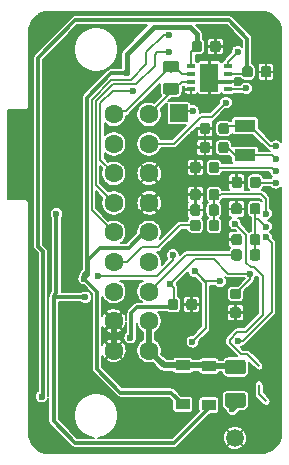
<source format=gbr>
G04 #@! TF.GenerationSoftware,KiCad,Pcbnew,(5.1.4)-1*
G04 #@! TF.CreationDate,2019-12-23T16:34:00-07:00*
G04 #@! TF.ProjectId,CruiseController,43727569-7365-4436-9f6e-74726f6c6c65,rev?*
G04 #@! TF.SameCoordinates,Original*
G04 #@! TF.FileFunction,Copper,L1,Top*
G04 #@! TF.FilePolarity,Positive*
%FSLAX46Y46*%
G04 Gerber Fmt 4.6, Leading zero omitted, Abs format (unit mm)*
G04 Created by KiCad (PCBNEW (5.1.4)-1) date 2019-12-23 16:34:00*
%MOMM*%
%LPD*%
G04 APERTURE LIST*
%ADD10C,1.600000*%
%ADD11C,0.100000*%
%ADD12C,0.975000*%
%ADD13R,1.500000X1.500000*%
%ADD14C,1.500000*%
%ADD15R,1.200000X0.900000*%
%ADD16C,0.875000*%
%ADD17R,1.800000X1.000000*%
%ADD18R,1.550000X2.400000*%
%ADD19R,0.650000X0.350000*%
%ADD20C,1.250000*%
%ADD21C,0.600000*%
%ADD22C,0.300000*%
%ADD23C,0.500000*%
%ADD24C,0.200000*%
%ADD25C,0.400000*%
%ADD26C,0.154000*%
G04 APERTURE END LIST*
D10*
X107500000Y-79000000D03*
X107500000Y-81500000D03*
X107500000Y-84000000D03*
X107500000Y-86500000D03*
X107500000Y-89000000D03*
X107500000Y-91500000D03*
X107500000Y-94000000D03*
X107500000Y-96500000D03*
X110500000Y-79000000D03*
X110500000Y-81500000D03*
X110500000Y-84000000D03*
X110500000Y-86500000D03*
X110500000Y-89000000D03*
X110500000Y-91500000D03*
X110500000Y-94000000D03*
X110500000Y-96500000D03*
X107500000Y-99000000D03*
X110500000Y-99000000D03*
D11*
G36*
X112830142Y-76351174D02*
G01*
X112853803Y-76354684D01*
X112877007Y-76360496D01*
X112899529Y-76368554D01*
X112921153Y-76378782D01*
X112941670Y-76391079D01*
X112960883Y-76405329D01*
X112978607Y-76421393D01*
X112994671Y-76439117D01*
X113008921Y-76458330D01*
X113021218Y-76478847D01*
X113031446Y-76500471D01*
X113039504Y-76522993D01*
X113045316Y-76546197D01*
X113048826Y-76569858D01*
X113050000Y-76593750D01*
X113050000Y-77081250D01*
X113048826Y-77105142D01*
X113045316Y-77128803D01*
X113039504Y-77152007D01*
X113031446Y-77174529D01*
X113021218Y-77196153D01*
X113008921Y-77216670D01*
X112994671Y-77235883D01*
X112978607Y-77253607D01*
X112960883Y-77269671D01*
X112941670Y-77283921D01*
X112921153Y-77296218D01*
X112899529Y-77306446D01*
X112877007Y-77314504D01*
X112853803Y-77320316D01*
X112830142Y-77323826D01*
X112806250Y-77325000D01*
X111893750Y-77325000D01*
X111869858Y-77323826D01*
X111846197Y-77320316D01*
X111822993Y-77314504D01*
X111800471Y-77306446D01*
X111778847Y-77296218D01*
X111758330Y-77283921D01*
X111739117Y-77269671D01*
X111721393Y-77253607D01*
X111705329Y-77235883D01*
X111691079Y-77216670D01*
X111678782Y-77196153D01*
X111668554Y-77174529D01*
X111660496Y-77152007D01*
X111654684Y-77128803D01*
X111651174Y-77105142D01*
X111650000Y-77081250D01*
X111650000Y-76593750D01*
X111651174Y-76569858D01*
X111654684Y-76546197D01*
X111660496Y-76522993D01*
X111668554Y-76500471D01*
X111678782Y-76478847D01*
X111691079Y-76458330D01*
X111705329Y-76439117D01*
X111721393Y-76421393D01*
X111739117Y-76405329D01*
X111758330Y-76391079D01*
X111778847Y-76378782D01*
X111800471Y-76368554D01*
X111822993Y-76360496D01*
X111846197Y-76354684D01*
X111869858Y-76351174D01*
X111893750Y-76350000D01*
X112806250Y-76350000D01*
X112830142Y-76351174D01*
X112830142Y-76351174D01*
G37*
D12*
X112350000Y-76837500D03*
D11*
G36*
X112830142Y-74476174D02*
G01*
X112853803Y-74479684D01*
X112877007Y-74485496D01*
X112899529Y-74493554D01*
X112921153Y-74503782D01*
X112941670Y-74516079D01*
X112960883Y-74530329D01*
X112978607Y-74546393D01*
X112994671Y-74564117D01*
X113008921Y-74583330D01*
X113021218Y-74603847D01*
X113031446Y-74625471D01*
X113039504Y-74647993D01*
X113045316Y-74671197D01*
X113048826Y-74694858D01*
X113050000Y-74718750D01*
X113050000Y-75206250D01*
X113048826Y-75230142D01*
X113045316Y-75253803D01*
X113039504Y-75277007D01*
X113031446Y-75299529D01*
X113021218Y-75321153D01*
X113008921Y-75341670D01*
X112994671Y-75360883D01*
X112978607Y-75378607D01*
X112960883Y-75394671D01*
X112941670Y-75408921D01*
X112921153Y-75421218D01*
X112899529Y-75431446D01*
X112877007Y-75439504D01*
X112853803Y-75445316D01*
X112830142Y-75448826D01*
X112806250Y-75450000D01*
X111893750Y-75450000D01*
X111869858Y-75448826D01*
X111846197Y-75445316D01*
X111822993Y-75439504D01*
X111800471Y-75431446D01*
X111778847Y-75421218D01*
X111758330Y-75408921D01*
X111739117Y-75394671D01*
X111721393Y-75378607D01*
X111705329Y-75360883D01*
X111691079Y-75341670D01*
X111678782Y-75321153D01*
X111668554Y-75299529D01*
X111660496Y-75277007D01*
X111654684Y-75253803D01*
X111651174Y-75230142D01*
X111650000Y-75206250D01*
X111650000Y-74718750D01*
X111651174Y-74694858D01*
X111654684Y-74671197D01*
X111660496Y-74647993D01*
X111668554Y-74625471D01*
X111678782Y-74603847D01*
X111691079Y-74583330D01*
X111705329Y-74564117D01*
X111721393Y-74546393D01*
X111739117Y-74530329D01*
X111758330Y-74516079D01*
X111778847Y-74503782D01*
X111800471Y-74493554D01*
X111822993Y-74485496D01*
X111846197Y-74479684D01*
X111869858Y-74476174D01*
X111893750Y-74475000D01*
X112806250Y-74475000D01*
X112830142Y-74476174D01*
X112830142Y-74476174D01*
G37*
D12*
X112350000Y-74962500D03*
D13*
X113000000Y-78900000D03*
D14*
X117750000Y-106400000D03*
D15*
X113350000Y-103550000D03*
X113350000Y-100250000D03*
D11*
G36*
X112752691Y-94626053D02*
G01*
X112773926Y-94629203D01*
X112794750Y-94634419D01*
X112814962Y-94641651D01*
X112834368Y-94650830D01*
X112852781Y-94661866D01*
X112870024Y-94674654D01*
X112885930Y-94689070D01*
X112900346Y-94704976D01*
X112913134Y-94722219D01*
X112924170Y-94740632D01*
X112933349Y-94760038D01*
X112940581Y-94780250D01*
X112945797Y-94801074D01*
X112948947Y-94822309D01*
X112950000Y-94843750D01*
X112950000Y-95356250D01*
X112948947Y-95377691D01*
X112945797Y-95398926D01*
X112940581Y-95419750D01*
X112933349Y-95439962D01*
X112924170Y-95459368D01*
X112913134Y-95477781D01*
X112900346Y-95495024D01*
X112885930Y-95510930D01*
X112870024Y-95525346D01*
X112852781Y-95538134D01*
X112834368Y-95549170D01*
X112814962Y-95558349D01*
X112794750Y-95565581D01*
X112773926Y-95570797D01*
X112752691Y-95573947D01*
X112731250Y-95575000D01*
X112293750Y-95575000D01*
X112272309Y-95573947D01*
X112251074Y-95570797D01*
X112230250Y-95565581D01*
X112210038Y-95558349D01*
X112190632Y-95549170D01*
X112172219Y-95538134D01*
X112154976Y-95525346D01*
X112139070Y-95510930D01*
X112124654Y-95495024D01*
X112111866Y-95477781D01*
X112100830Y-95459368D01*
X112091651Y-95439962D01*
X112084419Y-95419750D01*
X112079203Y-95398926D01*
X112076053Y-95377691D01*
X112075000Y-95356250D01*
X112075000Y-94843750D01*
X112076053Y-94822309D01*
X112079203Y-94801074D01*
X112084419Y-94780250D01*
X112091651Y-94760038D01*
X112100830Y-94740632D01*
X112111866Y-94722219D01*
X112124654Y-94704976D01*
X112139070Y-94689070D01*
X112154976Y-94674654D01*
X112172219Y-94661866D01*
X112190632Y-94650830D01*
X112210038Y-94641651D01*
X112230250Y-94634419D01*
X112251074Y-94629203D01*
X112272309Y-94626053D01*
X112293750Y-94625000D01*
X112731250Y-94625000D01*
X112752691Y-94626053D01*
X112752691Y-94626053D01*
G37*
D16*
X112512500Y-95100000D03*
D11*
G36*
X114327691Y-94626053D02*
G01*
X114348926Y-94629203D01*
X114369750Y-94634419D01*
X114389962Y-94641651D01*
X114409368Y-94650830D01*
X114427781Y-94661866D01*
X114445024Y-94674654D01*
X114460930Y-94689070D01*
X114475346Y-94704976D01*
X114488134Y-94722219D01*
X114499170Y-94740632D01*
X114508349Y-94760038D01*
X114515581Y-94780250D01*
X114520797Y-94801074D01*
X114523947Y-94822309D01*
X114525000Y-94843750D01*
X114525000Y-95356250D01*
X114523947Y-95377691D01*
X114520797Y-95398926D01*
X114515581Y-95419750D01*
X114508349Y-95439962D01*
X114499170Y-95459368D01*
X114488134Y-95477781D01*
X114475346Y-95495024D01*
X114460930Y-95510930D01*
X114445024Y-95525346D01*
X114427781Y-95538134D01*
X114409368Y-95549170D01*
X114389962Y-95558349D01*
X114369750Y-95565581D01*
X114348926Y-95570797D01*
X114327691Y-95573947D01*
X114306250Y-95575000D01*
X113868750Y-95575000D01*
X113847309Y-95573947D01*
X113826074Y-95570797D01*
X113805250Y-95565581D01*
X113785038Y-95558349D01*
X113765632Y-95549170D01*
X113747219Y-95538134D01*
X113729976Y-95525346D01*
X113714070Y-95510930D01*
X113699654Y-95495024D01*
X113686866Y-95477781D01*
X113675830Y-95459368D01*
X113666651Y-95439962D01*
X113659419Y-95419750D01*
X113654203Y-95398926D01*
X113651053Y-95377691D01*
X113650000Y-95356250D01*
X113650000Y-94843750D01*
X113651053Y-94822309D01*
X113654203Y-94801074D01*
X113659419Y-94780250D01*
X113666651Y-94760038D01*
X113675830Y-94740632D01*
X113686866Y-94722219D01*
X113699654Y-94704976D01*
X113714070Y-94689070D01*
X113729976Y-94674654D01*
X113747219Y-94661866D01*
X113765632Y-94650830D01*
X113785038Y-94641651D01*
X113805250Y-94634419D01*
X113826074Y-94629203D01*
X113847309Y-94626053D01*
X113868750Y-94625000D01*
X114306250Y-94625000D01*
X114327691Y-94626053D01*
X114327691Y-94626053D01*
G37*
D16*
X114087500Y-95100000D03*
D11*
G36*
X117040191Y-79726053D02*
G01*
X117061426Y-79729203D01*
X117082250Y-79734419D01*
X117102462Y-79741651D01*
X117121868Y-79750830D01*
X117140281Y-79761866D01*
X117157524Y-79774654D01*
X117173430Y-79789070D01*
X117187846Y-79804976D01*
X117200634Y-79822219D01*
X117211670Y-79840632D01*
X117220849Y-79860038D01*
X117228081Y-79880250D01*
X117233297Y-79901074D01*
X117236447Y-79922309D01*
X117237500Y-79943750D01*
X117237500Y-80456250D01*
X117236447Y-80477691D01*
X117233297Y-80498926D01*
X117228081Y-80519750D01*
X117220849Y-80539962D01*
X117211670Y-80559368D01*
X117200634Y-80577781D01*
X117187846Y-80595024D01*
X117173430Y-80610930D01*
X117157524Y-80625346D01*
X117140281Y-80638134D01*
X117121868Y-80649170D01*
X117102462Y-80658349D01*
X117082250Y-80665581D01*
X117061426Y-80670797D01*
X117040191Y-80673947D01*
X117018750Y-80675000D01*
X116581250Y-80675000D01*
X116559809Y-80673947D01*
X116538574Y-80670797D01*
X116517750Y-80665581D01*
X116497538Y-80658349D01*
X116478132Y-80649170D01*
X116459719Y-80638134D01*
X116442476Y-80625346D01*
X116426570Y-80610930D01*
X116412154Y-80595024D01*
X116399366Y-80577781D01*
X116388330Y-80559368D01*
X116379151Y-80539962D01*
X116371919Y-80519750D01*
X116366703Y-80498926D01*
X116363553Y-80477691D01*
X116362500Y-80456250D01*
X116362500Y-79943750D01*
X116363553Y-79922309D01*
X116366703Y-79901074D01*
X116371919Y-79880250D01*
X116379151Y-79860038D01*
X116388330Y-79840632D01*
X116399366Y-79822219D01*
X116412154Y-79804976D01*
X116426570Y-79789070D01*
X116442476Y-79774654D01*
X116459719Y-79761866D01*
X116478132Y-79750830D01*
X116497538Y-79741651D01*
X116517750Y-79734419D01*
X116538574Y-79729203D01*
X116559809Y-79726053D01*
X116581250Y-79725000D01*
X117018750Y-79725000D01*
X117040191Y-79726053D01*
X117040191Y-79726053D01*
G37*
D16*
X116800000Y-80200000D03*
D11*
G36*
X115465191Y-79726053D02*
G01*
X115486426Y-79729203D01*
X115507250Y-79734419D01*
X115527462Y-79741651D01*
X115546868Y-79750830D01*
X115565281Y-79761866D01*
X115582524Y-79774654D01*
X115598430Y-79789070D01*
X115612846Y-79804976D01*
X115625634Y-79822219D01*
X115636670Y-79840632D01*
X115645849Y-79860038D01*
X115653081Y-79880250D01*
X115658297Y-79901074D01*
X115661447Y-79922309D01*
X115662500Y-79943750D01*
X115662500Y-80456250D01*
X115661447Y-80477691D01*
X115658297Y-80498926D01*
X115653081Y-80519750D01*
X115645849Y-80539962D01*
X115636670Y-80559368D01*
X115625634Y-80577781D01*
X115612846Y-80595024D01*
X115598430Y-80610930D01*
X115582524Y-80625346D01*
X115565281Y-80638134D01*
X115546868Y-80649170D01*
X115527462Y-80658349D01*
X115507250Y-80665581D01*
X115486426Y-80670797D01*
X115465191Y-80673947D01*
X115443750Y-80675000D01*
X115006250Y-80675000D01*
X114984809Y-80673947D01*
X114963574Y-80670797D01*
X114942750Y-80665581D01*
X114922538Y-80658349D01*
X114903132Y-80649170D01*
X114884719Y-80638134D01*
X114867476Y-80625346D01*
X114851570Y-80610930D01*
X114837154Y-80595024D01*
X114824366Y-80577781D01*
X114813330Y-80559368D01*
X114804151Y-80539962D01*
X114796919Y-80519750D01*
X114791703Y-80498926D01*
X114788553Y-80477691D01*
X114787500Y-80456250D01*
X114787500Y-79943750D01*
X114788553Y-79922309D01*
X114791703Y-79901074D01*
X114796919Y-79880250D01*
X114804151Y-79860038D01*
X114813330Y-79840632D01*
X114824366Y-79822219D01*
X114837154Y-79804976D01*
X114851570Y-79789070D01*
X114867476Y-79774654D01*
X114884719Y-79761866D01*
X114903132Y-79750830D01*
X114922538Y-79741651D01*
X114942750Y-79734419D01*
X114963574Y-79729203D01*
X114984809Y-79726053D01*
X115006250Y-79725000D01*
X115443750Y-79725000D01*
X115465191Y-79726053D01*
X115465191Y-79726053D01*
G37*
D16*
X115225000Y-80200000D03*
D11*
G36*
X116227691Y-85326053D02*
G01*
X116248926Y-85329203D01*
X116269750Y-85334419D01*
X116289962Y-85341651D01*
X116309368Y-85350830D01*
X116327781Y-85361866D01*
X116345024Y-85374654D01*
X116360930Y-85389070D01*
X116375346Y-85404976D01*
X116388134Y-85422219D01*
X116399170Y-85440632D01*
X116408349Y-85460038D01*
X116415581Y-85480250D01*
X116420797Y-85501074D01*
X116423947Y-85522309D01*
X116425000Y-85543750D01*
X116425000Y-86056250D01*
X116423947Y-86077691D01*
X116420797Y-86098926D01*
X116415581Y-86119750D01*
X116408349Y-86139962D01*
X116399170Y-86159368D01*
X116388134Y-86177781D01*
X116375346Y-86195024D01*
X116360930Y-86210930D01*
X116345024Y-86225346D01*
X116327781Y-86238134D01*
X116309368Y-86249170D01*
X116289962Y-86258349D01*
X116269750Y-86265581D01*
X116248926Y-86270797D01*
X116227691Y-86273947D01*
X116206250Y-86275000D01*
X115768750Y-86275000D01*
X115747309Y-86273947D01*
X115726074Y-86270797D01*
X115705250Y-86265581D01*
X115685038Y-86258349D01*
X115665632Y-86249170D01*
X115647219Y-86238134D01*
X115629976Y-86225346D01*
X115614070Y-86210930D01*
X115599654Y-86195024D01*
X115586866Y-86177781D01*
X115575830Y-86159368D01*
X115566651Y-86139962D01*
X115559419Y-86119750D01*
X115554203Y-86098926D01*
X115551053Y-86077691D01*
X115550000Y-86056250D01*
X115550000Y-85543750D01*
X115551053Y-85522309D01*
X115554203Y-85501074D01*
X115559419Y-85480250D01*
X115566651Y-85460038D01*
X115575830Y-85440632D01*
X115586866Y-85422219D01*
X115599654Y-85404976D01*
X115614070Y-85389070D01*
X115629976Y-85374654D01*
X115647219Y-85361866D01*
X115665632Y-85350830D01*
X115685038Y-85341651D01*
X115705250Y-85334419D01*
X115726074Y-85329203D01*
X115747309Y-85326053D01*
X115768750Y-85325000D01*
X116206250Y-85325000D01*
X116227691Y-85326053D01*
X116227691Y-85326053D01*
G37*
D16*
X115987500Y-85800000D03*
D11*
G36*
X114652691Y-85326053D02*
G01*
X114673926Y-85329203D01*
X114694750Y-85334419D01*
X114714962Y-85341651D01*
X114734368Y-85350830D01*
X114752781Y-85361866D01*
X114770024Y-85374654D01*
X114785930Y-85389070D01*
X114800346Y-85404976D01*
X114813134Y-85422219D01*
X114824170Y-85440632D01*
X114833349Y-85460038D01*
X114840581Y-85480250D01*
X114845797Y-85501074D01*
X114848947Y-85522309D01*
X114850000Y-85543750D01*
X114850000Y-86056250D01*
X114848947Y-86077691D01*
X114845797Y-86098926D01*
X114840581Y-86119750D01*
X114833349Y-86139962D01*
X114824170Y-86159368D01*
X114813134Y-86177781D01*
X114800346Y-86195024D01*
X114785930Y-86210930D01*
X114770024Y-86225346D01*
X114752781Y-86238134D01*
X114734368Y-86249170D01*
X114714962Y-86258349D01*
X114694750Y-86265581D01*
X114673926Y-86270797D01*
X114652691Y-86273947D01*
X114631250Y-86275000D01*
X114193750Y-86275000D01*
X114172309Y-86273947D01*
X114151074Y-86270797D01*
X114130250Y-86265581D01*
X114110038Y-86258349D01*
X114090632Y-86249170D01*
X114072219Y-86238134D01*
X114054976Y-86225346D01*
X114039070Y-86210930D01*
X114024654Y-86195024D01*
X114011866Y-86177781D01*
X114000830Y-86159368D01*
X113991651Y-86139962D01*
X113984419Y-86119750D01*
X113979203Y-86098926D01*
X113976053Y-86077691D01*
X113975000Y-86056250D01*
X113975000Y-85543750D01*
X113976053Y-85522309D01*
X113979203Y-85501074D01*
X113984419Y-85480250D01*
X113991651Y-85460038D01*
X114000830Y-85440632D01*
X114011866Y-85422219D01*
X114024654Y-85404976D01*
X114039070Y-85389070D01*
X114054976Y-85374654D01*
X114072219Y-85361866D01*
X114090632Y-85350830D01*
X114110038Y-85341651D01*
X114130250Y-85334419D01*
X114151074Y-85329203D01*
X114172309Y-85326053D01*
X114193750Y-85325000D01*
X114631250Y-85325000D01*
X114652691Y-85326053D01*
X114652691Y-85326053D01*
G37*
D16*
X114412500Y-85800000D03*
D11*
G36*
X114652691Y-87926053D02*
G01*
X114673926Y-87929203D01*
X114694750Y-87934419D01*
X114714962Y-87941651D01*
X114734368Y-87950830D01*
X114752781Y-87961866D01*
X114770024Y-87974654D01*
X114785930Y-87989070D01*
X114800346Y-88004976D01*
X114813134Y-88022219D01*
X114824170Y-88040632D01*
X114833349Y-88060038D01*
X114840581Y-88080250D01*
X114845797Y-88101074D01*
X114848947Y-88122309D01*
X114850000Y-88143750D01*
X114850000Y-88656250D01*
X114848947Y-88677691D01*
X114845797Y-88698926D01*
X114840581Y-88719750D01*
X114833349Y-88739962D01*
X114824170Y-88759368D01*
X114813134Y-88777781D01*
X114800346Y-88795024D01*
X114785930Y-88810930D01*
X114770024Y-88825346D01*
X114752781Y-88838134D01*
X114734368Y-88849170D01*
X114714962Y-88858349D01*
X114694750Y-88865581D01*
X114673926Y-88870797D01*
X114652691Y-88873947D01*
X114631250Y-88875000D01*
X114193750Y-88875000D01*
X114172309Y-88873947D01*
X114151074Y-88870797D01*
X114130250Y-88865581D01*
X114110038Y-88858349D01*
X114090632Y-88849170D01*
X114072219Y-88838134D01*
X114054976Y-88825346D01*
X114039070Y-88810930D01*
X114024654Y-88795024D01*
X114011866Y-88777781D01*
X114000830Y-88759368D01*
X113991651Y-88739962D01*
X113984419Y-88719750D01*
X113979203Y-88698926D01*
X113976053Y-88677691D01*
X113975000Y-88656250D01*
X113975000Y-88143750D01*
X113976053Y-88122309D01*
X113979203Y-88101074D01*
X113984419Y-88080250D01*
X113991651Y-88060038D01*
X114000830Y-88040632D01*
X114011866Y-88022219D01*
X114024654Y-88004976D01*
X114039070Y-87989070D01*
X114054976Y-87974654D01*
X114072219Y-87961866D01*
X114090632Y-87950830D01*
X114110038Y-87941651D01*
X114130250Y-87934419D01*
X114151074Y-87929203D01*
X114172309Y-87926053D01*
X114193750Y-87925000D01*
X114631250Y-87925000D01*
X114652691Y-87926053D01*
X114652691Y-87926053D01*
G37*
D16*
X114412500Y-88400000D03*
D11*
G36*
X116227691Y-87926053D02*
G01*
X116248926Y-87929203D01*
X116269750Y-87934419D01*
X116289962Y-87941651D01*
X116309368Y-87950830D01*
X116327781Y-87961866D01*
X116345024Y-87974654D01*
X116360930Y-87989070D01*
X116375346Y-88004976D01*
X116388134Y-88022219D01*
X116399170Y-88040632D01*
X116408349Y-88060038D01*
X116415581Y-88080250D01*
X116420797Y-88101074D01*
X116423947Y-88122309D01*
X116425000Y-88143750D01*
X116425000Y-88656250D01*
X116423947Y-88677691D01*
X116420797Y-88698926D01*
X116415581Y-88719750D01*
X116408349Y-88739962D01*
X116399170Y-88759368D01*
X116388134Y-88777781D01*
X116375346Y-88795024D01*
X116360930Y-88810930D01*
X116345024Y-88825346D01*
X116327781Y-88838134D01*
X116309368Y-88849170D01*
X116289962Y-88858349D01*
X116269750Y-88865581D01*
X116248926Y-88870797D01*
X116227691Y-88873947D01*
X116206250Y-88875000D01*
X115768750Y-88875000D01*
X115747309Y-88873947D01*
X115726074Y-88870797D01*
X115705250Y-88865581D01*
X115685038Y-88858349D01*
X115665632Y-88849170D01*
X115647219Y-88838134D01*
X115629976Y-88825346D01*
X115614070Y-88810930D01*
X115599654Y-88795024D01*
X115586866Y-88777781D01*
X115575830Y-88759368D01*
X115566651Y-88739962D01*
X115559419Y-88719750D01*
X115554203Y-88698926D01*
X115551053Y-88677691D01*
X115550000Y-88656250D01*
X115550000Y-88143750D01*
X115551053Y-88122309D01*
X115554203Y-88101074D01*
X115559419Y-88080250D01*
X115566651Y-88060038D01*
X115575830Y-88040632D01*
X115586866Y-88022219D01*
X115599654Y-88004976D01*
X115614070Y-87989070D01*
X115629976Y-87974654D01*
X115647219Y-87961866D01*
X115665632Y-87950830D01*
X115685038Y-87941651D01*
X115705250Y-87934419D01*
X115726074Y-87929203D01*
X115747309Y-87926053D01*
X115768750Y-87925000D01*
X116206250Y-87925000D01*
X116227691Y-87926053D01*
X116227691Y-87926053D01*
G37*
D16*
X115987500Y-88400000D03*
D11*
G36*
X119715191Y-86526053D02*
G01*
X119736426Y-86529203D01*
X119757250Y-86534419D01*
X119777462Y-86541651D01*
X119796868Y-86550830D01*
X119815281Y-86561866D01*
X119832524Y-86574654D01*
X119848430Y-86589070D01*
X119862846Y-86604976D01*
X119875634Y-86622219D01*
X119886670Y-86640632D01*
X119895849Y-86660038D01*
X119903081Y-86680250D01*
X119908297Y-86701074D01*
X119911447Y-86722309D01*
X119912500Y-86743750D01*
X119912500Y-87256250D01*
X119911447Y-87277691D01*
X119908297Y-87298926D01*
X119903081Y-87319750D01*
X119895849Y-87339962D01*
X119886670Y-87359368D01*
X119875634Y-87377781D01*
X119862846Y-87395024D01*
X119848430Y-87410930D01*
X119832524Y-87425346D01*
X119815281Y-87438134D01*
X119796868Y-87449170D01*
X119777462Y-87458349D01*
X119757250Y-87465581D01*
X119736426Y-87470797D01*
X119715191Y-87473947D01*
X119693750Y-87475000D01*
X119256250Y-87475000D01*
X119234809Y-87473947D01*
X119213574Y-87470797D01*
X119192750Y-87465581D01*
X119172538Y-87458349D01*
X119153132Y-87449170D01*
X119134719Y-87438134D01*
X119117476Y-87425346D01*
X119101570Y-87410930D01*
X119087154Y-87395024D01*
X119074366Y-87377781D01*
X119063330Y-87359368D01*
X119054151Y-87339962D01*
X119046919Y-87319750D01*
X119041703Y-87298926D01*
X119038553Y-87277691D01*
X119037500Y-87256250D01*
X119037500Y-86743750D01*
X119038553Y-86722309D01*
X119041703Y-86701074D01*
X119046919Y-86680250D01*
X119054151Y-86660038D01*
X119063330Y-86640632D01*
X119074366Y-86622219D01*
X119087154Y-86604976D01*
X119101570Y-86589070D01*
X119117476Y-86574654D01*
X119134719Y-86561866D01*
X119153132Y-86550830D01*
X119172538Y-86541651D01*
X119192750Y-86534419D01*
X119213574Y-86529203D01*
X119234809Y-86526053D01*
X119256250Y-86525000D01*
X119693750Y-86525000D01*
X119715191Y-86526053D01*
X119715191Y-86526053D01*
G37*
D16*
X119475000Y-87000000D03*
D11*
G36*
X118140191Y-86526053D02*
G01*
X118161426Y-86529203D01*
X118182250Y-86534419D01*
X118202462Y-86541651D01*
X118221868Y-86550830D01*
X118240281Y-86561866D01*
X118257524Y-86574654D01*
X118273430Y-86589070D01*
X118287846Y-86604976D01*
X118300634Y-86622219D01*
X118311670Y-86640632D01*
X118320849Y-86660038D01*
X118328081Y-86680250D01*
X118333297Y-86701074D01*
X118336447Y-86722309D01*
X118337500Y-86743750D01*
X118337500Y-87256250D01*
X118336447Y-87277691D01*
X118333297Y-87298926D01*
X118328081Y-87319750D01*
X118320849Y-87339962D01*
X118311670Y-87359368D01*
X118300634Y-87377781D01*
X118287846Y-87395024D01*
X118273430Y-87410930D01*
X118257524Y-87425346D01*
X118240281Y-87438134D01*
X118221868Y-87449170D01*
X118202462Y-87458349D01*
X118182250Y-87465581D01*
X118161426Y-87470797D01*
X118140191Y-87473947D01*
X118118750Y-87475000D01*
X117681250Y-87475000D01*
X117659809Y-87473947D01*
X117638574Y-87470797D01*
X117617750Y-87465581D01*
X117597538Y-87458349D01*
X117578132Y-87449170D01*
X117559719Y-87438134D01*
X117542476Y-87425346D01*
X117526570Y-87410930D01*
X117512154Y-87395024D01*
X117499366Y-87377781D01*
X117488330Y-87359368D01*
X117479151Y-87339962D01*
X117471919Y-87319750D01*
X117466703Y-87298926D01*
X117463553Y-87277691D01*
X117462500Y-87256250D01*
X117462500Y-86743750D01*
X117463553Y-86722309D01*
X117466703Y-86701074D01*
X117471919Y-86680250D01*
X117479151Y-86660038D01*
X117488330Y-86640632D01*
X117499366Y-86622219D01*
X117512154Y-86604976D01*
X117526570Y-86589070D01*
X117542476Y-86574654D01*
X117559719Y-86561866D01*
X117578132Y-86550830D01*
X117597538Y-86541651D01*
X117617750Y-86534419D01*
X117638574Y-86529203D01*
X117659809Y-86526053D01*
X117681250Y-86525000D01*
X118118750Y-86525000D01*
X118140191Y-86526053D01*
X118140191Y-86526053D01*
G37*
D16*
X117900000Y-87000000D03*
D11*
G36*
X118152691Y-84276053D02*
G01*
X118173926Y-84279203D01*
X118194750Y-84284419D01*
X118214962Y-84291651D01*
X118234368Y-84300830D01*
X118252781Y-84311866D01*
X118270024Y-84324654D01*
X118285930Y-84339070D01*
X118300346Y-84354976D01*
X118313134Y-84372219D01*
X118324170Y-84390632D01*
X118333349Y-84410038D01*
X118340581Y-84430250D01*
X118345797Y-84451074D01*
X118348947Y-84472309D01*
X118350000Y-84493750D01*
X118350000Y-85006250D01*
X118348947Y-85027691D01*
X118345797Y-85048926D01*
X118340581Y-85069750D01*
X118333349Y-85089962D01*
X118324170Y-85109368D01*
X118313134Y-85127781D01*
X118300346Y-85145024D01*
X118285930Y-85160930D01*
X118270024Y-85175346D01*
X118252781Y-85188134D01*
X118234368Y-85199170D01*
X118214962Y-85208349D01*
X118194750Y-85215581D01*
X118173926Y-85220797D01*
X118152691Y-85223947D01*
X118131250Y-85225000D01*
X117693750Y-85225000D01*
X117672309Y-85223947D01*
X117651074Y-85220797D01*
X117630250Y-85215581D01*
X117610038Y-85208349D01*
X117590632Y-85199170D01*
X117572219Y-85188134D01*
X117554976Y-85175346D01*
X117539070Y-85160930D01*
X117524654Y-85145024D01*
X117511866Y-85127781D01*
X117500830Y-85109368D01*
X117491651Y-85089962D01*
X117484419Y-85069750D01*
X117479203Y-85048926D01*
X117476053Y-85027691D01*
X117475000Y-85006250D01*
X117475000Y-84493750D01*
X117476053Y-84472309D01*
X117479203Y-84451074D01*
X117484419Y-84430250D01*
X117491651Y-84410038D01*
X117500830Y-84390632D01*
X117511866Y-84372219D01*
X117524654Y-84354976D01*
X117539070Y-84339070D01*
X117554976Y-84324654D01*
X117572219Y-84311866D01*
X117590632Y-84300830D01*
X117610038Y-84291651D01*
X117630250Y-84284419D01*
X117651074Y-84279203D01*
X117672309Y-84276053D01*
X117693750Y-84275000D01*
X118131250Y-84275000D01*
X118152691Y-84276053D01*
X118152691Y-84276053D01*
G37*
D16*
X117912500Y-84750000D03*
D11*
G36*
X119727691Y-84276053D02*
G01*
X119748926Y-84279203D01*
X119769750Y-84284419D01*
X119789962Y-84291651D01*
X119809368Y-84300830D01*
X119827781Y-84311866D01*
X119845024Y-84324654D01*
X119860930Y-84339070D01*
X119875346Y-84354976D01*
X119888134Y-84372219D01*
X119899170Y-84390632D01*
X119908349Y-84410038D01*
X119915581Y-84430250D01*
X119920797Y-84451074D01*
X119923947Y-84472309D01*
X119925000Y-84493750D01*
X119925000Y-85006250D01*
X119923947Y-85027691D01*
X119920797Y-85048926D01*
X119915581Y-85069750D01*
X119908349Y-85089962D01*
X119899170Y-85109368D01*
X119888134Y-85127781D01*
X119875346Y-85145024D01*
X119860930Y-85160930D01*
X119845024Y-85175346D01*
X119827781Y-85188134D01*
X119809368Y-85199170D01*
X119789962Y-85208349D01*
X119769750Y-85215581D01*
X119748926Y-85220797D01*
X119727691Y-85223947D01*
X119706250Y-85225000D01*
X119268750Y-85225000D01*
X119247309Y-85223947D01*
X119226074Y-85220797D01*
X119205250Y-85215581D01*
X119185038Y-85208349D01*
X119165632Y-85199170D01*
X119147219Y-85188134D01*
X119129976Y-85175346D01*
X119114070Y-85160930D01*
X119099654Y-85145024D01*
X119086866Y-85127781D01*
X119075830Y-85109368D01*
X119066651Y-85089962D01*
X119059419Y-85069750D01*
X119054203Y-85048926D01*
X119051053Y-85027691D01*
X119050000Y-85006250D01*
X119050000Y-84493750D01*
X119051053Y-84472309D01*
X119054203Y-84451074D01*
X119059419Y-84430250D01*
X119066651Y-84410038D01*
X119075830Y-84390632D01*
X119086866Y-84372219D01*
X119099654Y-84354976D01*
X119114070Y-84339070D01*
X119129976Y-84324654D01*
X119147219Y-84311866D01*
X119165632Y-84300830D01*
X119185038Y-84291651D01*
X119205250Y-84284419D01*
X119226074Y-84279203D01*
X119247309Y-84276053D01*
X119268750Y-84275000D01*
X119706250Y-84275000D01*
X119727691Y-84276053D01*
X119727691Y-84276053D01*
G37*
D16*
X119487500Y-84750000D03*
D11*
G36*
X120627691Y-74926053D02*
G01*
X120648926Y-74929203D01*
X120669750Y-74934419D01*
X120689962Y-74941651D01*
X120709368Y-74950830D01*
X120727781Y-74961866D01*
X120745024Y-74974654D01*
X120760930Y-74989070D01*
X120775346Y-75004976D01*
X120788134Y-75022219D01*
X120799170Y-75040632D01*
X120808349Y-75060038D01*
X120815581Y-75080250D01*
X120820797Y-75101074D01*
X120823947Y-75122309D01*
X120825000Y-75143750D01*
X120825000Y-75656250D01*
X120823947Y-75677691D01*
X120820797Y-75698926D01*
X120815581Y-75719750D01*
X120808349Y-75739962D01*
X120799170Y-75759368D01*
X120788134Y-75777781D01*
X120775346Y-75795024D01*
X120760930Y-75810930D01*
X120745024Y-75825346D01*
X120727781Y-75838134D01*
X120709368Y-75849170D01*
X120689962Y-75858349D01*
X120669750Y-75865581D01*
X120648926Y-75870797D01*
X120627691Y-75873947D01*
X120606250Y-75875000D01*
X120168750Y-75875000D01*
X120147309Y-75873947D01*
X120126074Y-75870797D01*
X120105250Y-75865581D01*
X120085038Y-75858349D01*
X120065632Y-75849170D01*
X120047219Y-75838134D01*
X120029976Y-75825346D01*
X120014070Y-75810930D01*
X119999654Y-75795024D01*
X119986866Y-75777781D01*
X119975830Y-75759368D01*
X119966651Y-75739962D01*
X119959419Y-75719750D01*
X119954203Y-75698926D01*
X119951053Y-75677691D01*
X119950000Y-75656250D01*
X119950000Y-75143750D01*
X119951053Y-75122309D01*
X119954203Y-75101074D01*
X119959419Y-75080250D01*
X119966651Y-75060038D01*
X119975830Y-75040632D01*
X119986866Y-75022219D01*
X119999654Y-75004976D01*
X120014070Y-74989070D01*
X120029976Y-74974654D01*
X120047219Y-74961866D01*
X120065632Y-74950830D01*
X120085038Y-74941651D01*
X120105250Y-74934419D01*
X120126074Y-74929203D01*
X120147309Y-74926053D01*
X120168750Y-74925000D01*
X120606250Y-74925000D01*
X120627691Y-74926053D01*
X120627691Y-74926053D01*
G37*
D16*
X120387500Y-75400000D03*
D11*
G36*
X119052691Y-74926053D02*
G01*
X119073926Y-74929203D01*
X119094750Y-74934419D01*
X119114962Y-74941651D01*
X119134368Y-74950830D01*
X119152781Y-74961866D01*
X119170024Y-74974654D01*
X119185930Y-74989070D01*
X119200346Y-75004976D01*
X119213134Y-75022219D01*
X119224170Y-75040632D01*
X119233349Y-75060038D01*
X119240581Y-75080250D01*
X119245797Y-75101074D01*
X119248947Y-75122309D01*
X119250000Y-75143750D01*
X119250000Y-75656250D01*
X119248947Y-75677691D01*
X119245797Y-75698926D01*
X119240581Y-75719750D01*
X119233349Y-75739962D01*
X119224170Y-75759368D01*
X119213134Y-75777781D01*
X119200346Y-75795024D01*
X119185930Y-75810930D01*
X119170024Y-75825346D01*
X119152781Y-75838134D01*
X119134368Y-75849170D01*
X119114962Y-75858349D01*
X119094750Y-75865581D01*
X119073926Y-75870797D01*
X119052691Y-75873947D01*
X119031250Y-75875000D01*
X118593750Y-75875000D01*
X118572309Y-75873947D01*
X118551074Y-75870797D01*
X118530250Y-75865581D01*
X118510038Y-75858349D01*
X118490632Y-75849170D01*
X118472219Y-75838134D01*
X118454976Y-75825346D01*
X118439070Y-75810930D01*
X118424654Y-75795024D01*
X118411866Y-75777781D01*
X118400830Y-75759368D01*
X118391651Y-75739962D01*
X118384419Y-75719750D01*
X118379203Y-75698926D01*
X118376053Y-75677691D01*
X118375000Y-75656250D01*
X118375000Y-75143750D01*
X118376053Y-75122309D01*
X118379203Y-75101074D01*
X118384419Y-75080250D01*
X118391651Y-75060038D01*
X118400830Y-75040632D01*
X118411866Y-75022219D01*
X118424654Y-75004976D01*
X118439070Y-74989070D01*
X118454976Y-74974654D01*
X118472219Y-74961866D01*
X118490632Y-74950830D01*
X118510038Y-74941651D01*
X118530250Y-74934419D01*
X118551074Y-74929203D01*
X118572309Y-74926053D01*
X118593750Y-74925000D01*
X119031250Y-74925000D01*
X119052691Y-74926053D01*
X119052691Y-74926053D01*
G37*
D16*
X118812500Y-75400000D03*
D11*
G36*
X117027691Y-81326053D02*
G01*
X117048926Y-81329203D01*
X117069750Y-81334419D01*
X117089962Y-81341651D01*
X117109368Y-81350830D01*
X117127781Y-81361866D01*
X117145024Y-81374654D01*
X117160930Y-81389070D01*
X117175346Y-81404976D01*
X117188134Y-81422219D01*
X117199170Y-81440632D01*
X117208349Y-81460038D01*
X117215581Y-81480250D01*
X117220797Y-81501074D01*
X117223947Y-81522309D01*
X117225000Y-81543750D01*
X117225000Y-82056250D01*
X117223947Y-82077691D01*
X117220797Y-82098926D01*
X117215581Y-82119750D01*
X117208349Y-82139962D01*
X117199170Y-82159368D01*
X117188134Y-82177781D01*
X117175346Y-82195024D01*
X117160930Y-82210930D01*
X117145024Y-82225346D01*
X117127781Y-82238134D01*
X117109368Y-82249170D01*
X117089962Y-82258349D01*
X117069750Y-82265581D01*
X117048926Y-82270797D01*
X117027691Y-82273947D01*
X117006250Y-82275000D01*
X116568750Y-82275000D01*
X116547309Y-82273947D01*
X116526074Y-82270797D01*
X116505250Y-82265581D01*
X116485038Y-82258349D01*
X116465632Y-82249170D01*
X116447219Y-82238134D01*
X116429976Y-82225346D01*
X116414070Y-82210930D01*
X116399654Y-82195024D01*
X116386866Y-82177781D01*
X116375830Y-82159368D01*
X116366651Y-82139962D01*
X116359419Y-82119750D01*
X116354203Y-82098926D01*
X116351053Y-82077691D01*
X116350000Y-82056250D01*
X116350000Y-81543750D01*
X116351053Y-81522309D01*
X116354203Y-81501074D01*
X116359419Y-81480250D01*
X116366651Y-81460038D01*
X116375830Y-81440632D01*
X116386866Y-81422219D01*
X116399654Y-81404976D01*
X116414070Y-81389070D01*
X116429976Y-81374654D01*
X116447219Y-81361866D01*
X116465632Y-81350830D01*
X116485038Y-81341651D01*
X116505250Y-81334419D01*
X116526074Y-81329203D01*
X116547309Y-81326053D01*
X116568750Y-81325000D01*
X117006250Y-81325000D01*
X117027691Y-81326053D01*
X117027691Y-81326053D01*
G37*
D16*
X116787500Y-81800000D03*
D11*
G36*
X115452691Y-81326053D02*
G01*
X115473926Y-81329203D01*
X115494750Y-81334419D01*
X115514962Y-81341651D01*
X115534368Y-81350830D01*
X115552781Y-81361866D01*
X115570024Y-81374654D01*
X115585930Y-81389070D01*
X115600346Y-81404976D01*
X115613134Y-81422219D01*
X115624170Y-81440632D01*
X115633349Y-81460038D01*
X115640581Y-81480250D01*
X115645797Y-81501074D01*
X115648947Y-81522309D01*
X115650000Y-81543750D01*
X115650000Y-82056250D01*
X115648947Y-82077691D01*
X115645797Y-82098926D01*
X115640581Y-82119750D01*
X115633349Y-82139962D01*
X115624170Y-82159368D01*
X115613134Y-82177781D01*
X115600346Y-82195024D01*
X115585930Y-82210930D01*
X115570024Y-82225346D01*
X115552781Y-82238134D01*
X115534368Y-82249170D01*
X115514962Y-82258349D01*
X115494750Y-82265581D01*
X115473926Y-82270797D01*
X115452691Y-82273947D01*
X115431250Y-82275000D01*
X114993750Y-82275000D01*
X114972309Y-82273947D01*
X114951074Y-82270797D01*
X114930250Y-82265581D01*
X114910038Y-82258349D01*
X114890632Y-82249170D01*
X114872219Y-82238134D01*
X114854976Y-82225346D01*
X114839070Y-82210930D01*
X114824654Y-82195024D01*
X114811866Y-82177781D01*
X114800830Y-82159368D01*
X114791651Y-82139962D01*
X114784419Y-82119750D01*
X114779203Y-82098926D01*
X114776053Y-82077691D01*
X114775000Y-82056250D01*
X114775000Y-81543750D01*
X114776053Y-81522309D01*
X114779203Y-81501074D01*
X114784419Y-81480250D01*
X114791651Y-81460038D01*
X114800830Y-81440632D01*
X114811866Y-81422219D01*
X114824654Y-81404976D01*
X114839070Y-81389070D01*
X114854976Y-81374654D01*
X114872219Y-81361866D01*
X114890632Y-81350830D01*
X114910038Y-81341651D01*
X114930250Y-81334419D01*
X114951074Y-81329203D01*
X114972309Y-81326053D01*
X114993750Y-81325000D01*
X115431250Y-81325000D01*
X115452691Y-81326053D01*
X115452691Y-81326053D01*
G37*
D16*
X115212500Y-81800000D03*
D17*
X118600000Y-82450000D03*
X118600000Y-79950000D03*
D11*
G36*
X118140191Y-90426053D02*
G01*
X118161426Y-90429203D01*
X118182250Y-90434419D01*
X118202462Y-90441651D01*
X118221868Y-90450830D01*
X118240281Y-90461866D01*
X118257524Y-90474654D01*
X118273430Y-90489070D01*
X118287846Y-90504976D01*
X118300634Y-90522219D01*
X118311670Y-90540632D01*
X118320849Y-90560038D01*
X118328081Y-90580250D01*
X118333297Y-90601074D01*
X118336447Y-90622309D01*
X118337500Y-90643750D01*
X118337500Y-91156250D01*
X118336447Y-91177691D01*
X118333297Y-91198926D01*
X118328081Y-91219750D01*
X118320849Y-91239962D01*
X118311670Y-91259368D01*
X118300634Y-91277781D01*
X118287846Y-91295024D01*
X118273430Y-91310930D01*
X118257524Y-91325346D01*
X118240281Y-91338134D01*
X118221868Y-91349170D01*
X118202462Y-91358349D01*
X118182250Y-91365581D01*
X118161426Y-91370797D01*
X118140191Y-91373947D01*
X118118750Y-91375000D01*
X117681250Y-91375000D01*
X117659809Y-91373947D01*
X117638574Y-91370797D01*
X117617750Y-91365581D01*
X117597538Y-91358349D01*
X117578132Y-91349170D01*
X117559719Y-91338134D01*
X117542476Y-91325346D01*
X117526570Y-91310930D01*
X117512154Y-91295024D01*
X117499366Y-91277781D01*
X117488330Y-91259368D01*
X117479151Y-91239962D01*
X117471919Y-91219750D01*
X117466703Y-91198926D01*
X117463553Y-91177691D01*
X117462500Y-91156250D01*
X117462500Y-90643750D01*
X117463553Y-90622309D01*
X117466703Y-90601074D01*
X117471919Y-90580250D01*
X117479151Y-90560038D01*
X117488330Y-90540632D01*
X117499366Y-90522219D01*
X117512154Y-90504976D01*
X117526570Y-90489070D01*
X117542476Y-90474654D01*
X117559719Y-90461866D01*
X117578132Y-90450830D01*
X117597538Y-90441651D01*
X117617750Y-90434419D01*
X117638574Y-90429203D01*
X117659809Y-90426053D01*
X117681250Y-90425000D01*
X118118750Y-90425000D01*
X118140191Y-90426053D01*
X118140191Y-90426053D01*
G37*
D16*
X117900000Y-90900000D03*
D11*
G36*
X119715191Y-90426053D02*
G01*
X119736426Y-90429203D01*
X119757250Y-90434419D01*
X119777462Y-90441651D01*
X119796868Y-90450830D01*
X119815281Y-90461866D01*
X119832524Y-90474654D01*
X119848430Y-90489070D01*
X119862846Y-90504976D01*
X119875634Y-90522219D01*
X119886670Y-90540632D01*
X119895849Y-90560038D01*
X119903081Y-90580250D01*
X119908297Y-90601074D01*
X119911447Y-90622309D01*
X119912500Y-90643750D01*
X119912500Y-91156250D01*
X119911447Y-91177691D01*
X119908297Y-91198926D01*
X119903081Y-91219750D01*
X119895849Y-91239962D01*
X119886670Y-91259368D01*
X119875634Y-91277781D01*
X119862846Y-91295024D01*
X119848430Y-91310930D01*
X119832524Y-91325346D01*
X119815281Y-91338134D01*
X119796868Y-91349170D01*
X119777462Y-91358349D01*
X119757250Y-91365581D01*
X119736426Y-91370797D01*
X119715191Y-91373947D01*
X119693750Y-91375000D01*
X119256250Y-91375000D01*
X119234809Y-91373947D01*
X119213574Y-91370797D01*
X119192750Y-91365581D01*
X119172538Y-91358349D01*
X119153132Y-91349170D01*
X119134719Y-91338134D01*
X119117476Y-91325346D01*
X119101570Y-91310930D01*
X119087154Y-91295024D01*
X119074366Y-91277781D01*
X119063330Y-91259368D01*
X119054151Y-91239962D01*
X119046919Y-91219750D01*
X119041703Y-91198926D01*
X119038553Y-91177691D01*
X119037500Y-91156250D01*
X119037500Y-90643750D01*
X119038553Y-90622309D01*
X119041703Y-90601074D01*
X119046919Y-90580250D01*
X119054151Y-90560038D01*
X119063330Y-90540632D01*
X119074366Y-90522219D01*
X119087154Y-90504976D01*
X119101570Y-90489070D01*
X119117476Y-90474654D01*
X119134719Y-90461866D01*
X119153132Y-90450830D01*
X119172538Y-90441651D01*
X119192750Y-90434419D01*
X119213574Y-90429203D01*
X119234809Y-90426053D01*
X119256250Y-90425000D01*
X119693750Y-90425000D01*
X119715191Y-90426053D01*
X119715191Y-90426053D01*
G37*
D16*
X119475000Y-90900000D03*
D11*
G36*
X114652691Y-83026053D02*
G01*
X114673926Y-83029203D01*
X114694750Y-83034419D01*
X114714962Y-83041651D01*
X114734368Y-83050830D01*
X114752781Y-83061866D01*
X114770024Y-83074654D01*
X114785930Y-83089070D01*
X114800346Y-83104976D01*
X114813134Y-83122219D01*
X114824170Y-83140632D01*
X114833349Y-83160038D01*
X114840581Y-83180250D01*
X114845797Y-83201074D01*
X114848947Y-83222309D01*
X114850000Y-83243750D01*
X114850000Y-83756250D01*
X114848947Y-83777691D01*
X114845797Y-83798926D01*
X114840581Y-83819750D01*
X114833349Y-83839962D01*
X114824170Y-83859368D01*
X114813134Y-83877781D01*
X114800346Y-83895024D01*
X114785930Y-83910930D01*
X114770024Y-83925346D01*
X114752781Y-83938134D01*
X114734368Y-83949170D01*
X114714962Y-83958349D01*
X114694750Y-83965581D01*
X114673926Y-83970797D01*
X114652691Y-83973947D01*
X114631250Y-83975000D01*
X114193750Y-83975000D01*
X114172309Y-83973947D01*
X114151074Y-83970797D01*
X114130250Y-83965581D01*
X114110038Y-83958349D01*
X114090632Y-83949170D01*
X114072219Y-83938134D01*
X114054976Y-83925346D01*
X114039070Y-83910930D01*
X114024654Y-83895024D01*
X114011866Y-83877781D01*
X114000830Y-83859368D01*
X113991651Y-83839962D01*
X113984419Y-83819750D01*
X113979203Y-83798926D01*
X113976053Y-83777691D01*
X113975000Y-83756250D01*
X113975000Y-83243750D01*
X113976053Y-83222309D01*
X113979203Y-83201074D01*
X113984419Y-83180250D01*
X113991651Y-83160038D01*
X114000830Y-83140632D01*
X114011866Y-83122219D01*
X114024654Y-83104976D01*
X114039070Y-83089070D01*
X114054976Y-83074654D01*
X114072219Y-83061866D01*
X114090632Y-83050830D01*
X114110038Y-83041651D01*
X114130250Y-83034419D01*
X114151074Y-83029203D01*
X114172309Y-83026053D01*
X114193750Y-83025000D01*
X114631250Y-83025000D01*
X114652691Y-83026053D01*
X114652691Y-83026053D01*
G37*
D16*
X114412500Y-83500000D03*
D11*
G36*
X116227691Y-83026053D02*
G01*
X116248926Y-83029203D01*
X116269750Y-83034419D01*
X116289962Y-83041651D01*
X116309368Y-83050830D01*
X116327781Y-83061866D01*
X116345024Y-83074654D01*
X116360930Y-83089070D01*
X116375346Y-83104976D01*
X116388134Y-83122219D01*
X116399170Y-83140632D01*
X116408349Y-83160038D01*
X116415581Y-83180250D01*
X116420797Y-83201074D01*
X116423947Y-83222309D01*
X116425000Y-83243750D01*
X116425000Y-83756250D01*
X116423947Y-83777691D01*
X116420797Y-83798926D01*
X116415581Y-83819750D01*
X116408349Y-83839962D01*
X116399170Y-83859368D01*
X116388134Y-83877781D01*
X116375346Y-83895024D01*
X116360930Y-83910930D01*
X116345024Y-83925346D01*
X116327781Y-83938134D01*
X116309368Y-83949170D01*
X116289962Y-83958349D01*
X116269750Y-83965581D01*
X116248926Y-83970797D01*
X116227691Y-83973947D01*
X116206250Y-83975000D01*
X115768750Y-83975000D01*
X115747309Y-83973947D01*
X115726074Y-83970797D01*
X115705250Y-83965581D01*
X115685038Y-83958349D01*
X115665632Y-83949170D01*
X115647219Y-83938134D01*
X115629976Y-83925346D01*
X115614070Y-83910930D01*
X115599654Y-83895024D01*
X115586866Y-83877781D01*
X115575830Y-83859368D01*
X115566651Y-83839962D01*
X115559419Y-83819750D01*
X115554203Y-83798926D01*
X115551053Y-83777691D01*
X115550000Y-83756250D01*
X115550000Y-83243750D01*
X115551053Y-83222309D01*
X115554203Y-83201074D01*
X115559419Y-83180250D01*
X115566651Y-83160038D01*
X115575830Y-83140632D01*
X115586866Y-83122219D01*
X115599654Y-83104976D01*
X115614070Y-83089070D01*
X115629976Y-83074654D01*
X115647219Y-83061866D01*
X115665632Y-83050830D01*
X115685038Y-83041651D01*
X115705250Y-83034419D01*
X115726074Y-83029203D01*
X115747309Y-83026053D01*
X115768750Y-83025000D01*
X116206250Y-83025000D01*
X116227691Y-83026053D01*
X116227691Y-83026053D01*
G37*
D16*
X115987500Y-83500000D03*
D18*
X115600000Y-75900000D03*
D19*
X114050000Y-76875000D03*
X114050000Y-76225000D03*
X114050000Y-75575000D03*
X114050000Y-74925000D03*
X117150000Y-74925000D03*
X117150000Y-75575000D03*
X117150000Y-76225000D03*
X117150000Y-76875000D03*
D11*
G36*
X116340191Y-72776053D02*
G01*
X116361426Y-72779203D01*
X116382250Y-72784419D01*
X116402462Y-72791651D01*
X116421868Y-72800830D01*
X116440281Y-72811866D01*
X116457524Y-72824654D01*
X116473430Y-72839070D01*
X116487846Y-72854976D01*
X116500634Y-72872219D01*
X116511670Y-72890632D01*
X116520849Y-72910038D01*
X116528081Y-72930250D01*
X116533297Y-72951074D01*
X116536447Y-72972309D01*
X116537500Y-72993750D01*
X116537500Y-73506250D01*
X116536447Y-73527691D01*
X116533297Y-73548926D01*
X116528081Y-73569750D01*
X116520849Y-73589962D01*
X116511670Y-73609368D01*
X116500634Y-73627781D01*
X116487846Y-73645024D01*
X116473430Y-73660930D01*
X116457524Y-73675346D01*
X116440281Y-73688134D01*
X116421868Y-73699170D01*
X116402462Y-73708349D01*
X116382250Y-73715581D01*
X116361426Y-73720797D01*
X116340191Y-73723947D01*
X116318750Y-73725000D01*
X115881250Y-73725000D01*
X115859809Y-73723947D01*
X115838574Y-73720797D01*
X115817750Y-73715581D01*
X115797538Y-73708349D01*
X115778132Y-73699170D01*
X115759719Y-73688134D01*
X115742476Y-73675346D01*
X115726570Y-73660930D01*
X115712154Y-73645024D01*
X115699366Y-73627781D01*
X115688330Y-73609368D01*
X115679151Y-73589962D01*
X115671919Y-73569750D01*
X115666703Y-73548926D01*
X115663553Y-73527691D01*
X115662500Y-73506250D01*
X115662500Y-72993750D01*
X115663553Y-72972309D01*
X115666703Y-72951074D01*
X115671919Y-72930250D01*
X115679151Y-72910038D01*
X115688330Y-72890632D01*
X115699366Y-72872219D01*
X115712154Y-72854976D01*
X115726570Y-72839070D01*
X115742476Y-72824654D01*
X115759719Y-72811866D01*
X115778132Y-72800830D01*
X115797538Y-72791651D01*
X115817750Y-72784419D01*
X115838574Y-72779203D01*
X115859809Y-72776053D01*
X115881250Y-72775000D01*
X116318750Y-72775000D01*
X116340191Y-72776053D01*
X116340191Y-72776053D01*
G37*
D16*
X116100000Y-73250000D03*
D11*
G36*
X114765191Y-72776053D02*
G01*
X114786426Y-72779203D01*
X114807250Y-72784419D01*
X114827462Y-72791651D01*
X114846868Y-72800830D01*
X114865281Y-72811866D01*
X114882524Y-72824654D01*
X114898430Y-72839070D01*
X114912846Y-72854976D01*
X114925634Y-72872219D01*
X114936670Y-72890632D01*
X114945849Y-72910038D01*
X114953081Y-72930250D01*
X114958297Y-72951074D01*
X114961447Y-72972309D01*
X114962500Y-72993750D01*
X114962500Y-73506250D01*
X114961447Y-73527691D01*
X114958297Y-73548926D01*
X114953081Y-73569750D01*
X114945849Y-73589962D01*
X114936670Y-73609368D01*
X114925634Y-73627781D01*
X114912846Y-73645024D01*
X114898430Y-73660930D01*
X114882524Y-73675346D01*
X114865281Y-73688134D01*
X114846868Y-73699170D01*
X114827462Y-73708349D01*
X114807250Y-73715581D01*
X114786426Y-73720797D01*
X114765191Y-73723947D01*
X114743750Y-73725000D01*
X114306250Y-73725000D01*
X114284809Y-73723947D01*
X114263574Y-73720797D01*
X114242750Y-73715581D01*
X114222538Y-73708349D01*
X114203132Y-73699170D01*
X114184719Y-73688134D01*
X114167476Y-73675346D01*
X114151570Y-73660930D01*
X114137154Y-73645024D01*
X114124366Y-73627781D01*
X114113330Y-73609368D01*
X114104151Y-73589962D01*
X114096919Y-73569750D01*
X114091703Y-73548926D01*
X114088553Y-73527691D01*
X114087500Y-73506250D01*
X114087500Y-72993750D01*
X114088553Y-72972309D01*
X114091703Y-72951074D01*
X114096919Y-72930250D01*
X114104151Y-72910038D01*
X114113330Y-72890632D01*
X114124366Y-72872219D01*
X114137154Y-72854976D01*
X114151570Y-72839070D01*
X114167476Y-72824654D01*
X114184719Y-72811866D01*
X114203132Y-72800830D01*
X114222538Y-72791651D01*
X114242750Y-72784419D01*
X114263574Y-72779203D01*
X114284809Y-72776053D01*
X114306250Y-72775000D01*
X114743750Y-72775000D01*
X114765191Y-72776053D01*
X114765191Y-72776053D01*
G37*
D16*
X114525000Y-73250000D03*
D11*
G36*
X114640191Y-86626053D02*
G01*
X114661426Y-86629203D01*
X114682250Y-86634419D01*
X114702462Y-86641651D01*
X114721868Y-86650830D01*
X114740281Y-86661866D01*
X114757524Y-86674654D01*
X114773430Y-86689070D01*
X114787846Y-86704976D01*
X114800634Y-86722219D01*
X114811670Y-86740632D01*
X114820849Y-86760038D01*
X114828081Y-86780250D01*
X114833297Y-86801074D01*
X114836447Y-86822309D01*
X114837500Y-86843750D01*
X114837500Y-87356250D01*
X114836447Y-87377691D01*
X114833297Y-87398926D01*
X114828081Y-87419750D01*
X114820849Y-87439962D01*
X114811670Y-87459368D01*
X114800634Y-87477781D01*
X114787846Y-87495024D01*
X114773430Y-87510930D01*
X114757524Y-87525346D01*
X114740281Y-87538134D01*
X114721868Y-87549170D01*
X114702462Y-87558349D01*
X114682250Y-87565581D01*
X114661426Y-87570797D01*
X114640191Y-87573947D01*
X114618750Y-87575000D01*
X114181250Y-87575000D01*
X114159809Y-87573947D01*
X114138574Y-87570797D01*
X114117750Y-87565581D01*
X114097538Y-87558349D01*
X114078132Y-87549170D01*
X114059719Y-87538134D01*
X114042476Y-87525346D01*
X114026570Y-87510930D01*
X114012154Y-87495024D01*
X113999366Y-87477781D01*
X113988330Y-87459368D01*
X113979151Y-87439962D01*
X113971919Y-87419750D01*
X113966703Y-87398926D01*
X113963553Y-87377691D01*
X113962500Y-87356250D01*
X113962500Y-86843750D01*
X113963553Y-86822309D01*
X113966703Y-86801074D01*
X113971919Y-86780250D01*
X113979151Y-86760038D01*
X113988330Y-86740632D01*
X113999366Y-86722219D01*
X114012154Y-86704976D01*
X114026570Y-86689070D01*
X114042476Y-86674654D01*
X114059719Y-86661866D01*
X114078132Y-86650830D01*
X114097538Y-86641651D01*
X114117750Y-86634419D01*
X114138574Y-86629203D01*
X114159809Y-86626053D01*
X114181250Y-86625000D01*
X114618750Y-86625000D01*
X114640191Y-86626053D01*
X114640191Y-86626053D01*
G37*
D16*
X114400000Y-87100000D03*
D11*
G36*
X116215191Y-86626053D02*
G01*
X116236426Y-86629203D01*
X116257250Y-86634419D01*
X116277462Y-86641651D01*
X116296868Y-86650830D01*
X116315281Y-86661866D01*
X116332524Y-86674654D01*
X116348430Y-86689070D01*
X116362846Y-86704976D01*
X116375634Y-86722219D01*
X116386670Y-86740632D01*
X116395849Y-86760038D01*
X116403081Y-86780250D01*
X116408297Y-86801074D01*
X116411447Y-86822309D01*
X116412500Y-86843750D01*
X116412500Y-87356250D01*
X116411447Y-87377691D01*
X116408297Y-87398926D01*
X116403081Y-87419750D01*
X116395849Y-87439962D01*
X116386670Y-87459368D01*
X116375634Y-87477781D01*
X116362846Y-87495024D01*
X116348430Y-87510930D01*
X116332524Y-87525346D01*
X116315281Y-87538134D01*
X116296868Y-87549170D01*
X116277462Y-87558349D01*
X116257250Y-87565581D01*
X116236426Y-87570797D01*
X116215191Y-87573947D01*
X116193750Y-87575000D01*
X115756250Y-87575000D01*
X115734809Y-87573947D01*
X115713574Y-87570797D01*
X115692750Y-87565581D01*
X115672538Y-87558349D01*
X115653132Y-87549170D01*
X115634719Y-87538134D01*
X115617476Y-87525346D01*
X115601570Y-87510930D01*
X115587154Y-87495024D01*
X115574366Y-87477781D01*
X115563330Y-87459368D01*
X115554151Y-87439962D01*
X115546919Y-87419750D01*
X115541703Y-87398926D01*
X115538553Y-87377691D01*
X115537500Y-87356250D01*
X115537500Y-86843750D01*
X115538553Y-86822309D01*
X115541703Y-86801074D01*
X115546919Y-86780250D01*
X115554151Y-86760038D01*
X115563330Y-86740632D01*
X115574366Y-86722219D01*
X115587154Y-86704976D01*
X115601570Y-86689070D01*
X115617476Y-86674654D01*
X115634719Y-86661866D01*
X115653132Y-86650830D01*
X115672538Y-86641651D01*
X115692750Y-86634419D01*
X115713574Y-86629203D01*
X115734809Y-86626053D01*
X115756250Y-86625000D01*
X116193750Y-86625000D01*
X116215191Y-86626053D01*
X116215191Y-86626053D01*
G37*
D16*
X115975000Y-87100000D03*
D11*
G36*
X118077691Y-93776053D02*
G01*
X118098926Y-93779203D01*
X118119750Y-93784419D01*
X118139962Y-93791651D01*
X118159368Y-93800830D01*
X118177781Y-93811866D01*
X118195024Y-93824654D01*
X118210930Y-93839070D01*
X118225346Y-93854976D01*
X118238134Y-93872219D01*
X118249170Y-93890632D01*
X118258349Y-93910038D01*
X118265581Y-93930250D01*
X118270797Y-93951074D01*
X118273947Y-93972309D01*
X118275000Y-93993750D01*
X118275000Y-94431250D01*
X118273947Y-94452691D01*
X118270797Y-94473926D01*
X118265581Y-94494750D01*
X118258349Y-94514962D01*
X118249170Y-94534368D01*
X118238134Y-94552781D01*
X118225346Y-94570024D01*
X118210930Y-94585930D01*
X118195024Y-94600346D01*
X118177781Y-94613134D01*
X118159368Y-94624170D01*
X118139962Y-94633349D01*
X118119750Y-94640581D01*
X118098926Y-94645797D01*
X118077691Y-94648947D01*
X118056250Y-94650000D01*
X117543750Y-94650000D01*
X117522309Y-94648947D01*
X117501074Y-94645797D01*
X117480250Y-94640581D01*
X117460038Y-94633349D01*
X117440632Y-94624170D01*
X117422219Y-94613134D01*
X117404976Y-94600346D01*
X117389070Y-94585930D01*
X117374654Y-94570024D01*
X117361866Y-94552781D01*
X117350830Y-94534368D01*
X117341651Y-94514962D01*
X117334419Y-94494750D01*
X117329203Y-94473926D01*
X117326053Y-94452691D01*
X117325000Y-94431250D01*
X117325000Y-93993750D01*
X117326053Y-93972309D01*
X117329203Y-93951074D01*
X117334419Y-93930250D01*
X117341651Y-93910038D01*
X117350830Y-93890632D01*
X117361866Y-93872219D01*
X117374654Y-93854976D01*
X117389070Y-93839070D01*
X117404976Y-93824654D01*
X117422219Y-93811866D01*
X117440632Y-93800830D01*
X117460038Y-93791651D01*
X117480250Y-93784419D01*
X117501074Y-93779203D01*
X117522309Y-93776053D01*
X117543750Y-93775000D01*
X118056250Y-93775000D01*
X118077691Y-93776053D01*
X118077691Y-93776053D01*
G37*
D16*
X117800000Y-94212500D03*
D11*
G36*
X118077691Y-95351053D02*
G01*
X118098926Y-95354203D01*
X118119750Y-95359419D01*
X118139962Y-95366651D01*
X118159368Y-95375830D01*
X118177781Y-95386866D01*
X118195024Y-95399654D01*
X118210930Y-95414070D01*
X118225346Y-95429976D01*
X118238134Y-95447219D01*
X118249170Y-95465632D01*
X118258349Y-95485038D01*
X118265581Y-95505250D01*
X118270797Y-95526074D01*
X118273947Y-95547309D01*
X118275000Y-95568750D01*
X118275000Y-96006250D01*
X118273947Y-96027691D01*
X118270797Y-96048926D01*
X118265581Y-96069750D01*
X118258349Y-96089962D01*
X118249170Y-96109368D01*
X118238134Y-96127781D01*
X118225346Y-96145024D01*
X118210930Y-96160930D01*
X118195024Y-96175346D01*
X118177781Y-96188134D01*
X118159368Y-96199170D01*
X118139962Y-96208349D01*
X118119750Y-96215581D01*
X118098926Y-96220797D01*
X118077691Y-96223947D01*
X118056250Y-96225000D01*
X117543750Y-96225000D01*
X117522309Y-96223947D01*
X117501074Y-96220797D01*
X117480250Y-96215581D01*
X117460038Y-96208349D01*
X117440632Y-96199170D01*
X117422219Y-96188134D01*
X117404976Y-96175346D01*
X117389070Y-96160930D01*
X117374654Y-96145024D01*
X117361866Y-96127781D01*
X117350830Y-96109368D01*
X117341651Y-96089962D01*
X117334419Y-96069750D01*
X117329203Y-96048926D01*
X117326053Y-96027691D01*
X117325000Y-96006250D01*
X117325000Y-95568750D01*
X117326053Y-95547309D01*
X117329203Y-95526074D01*
X117334419Y-95505250D01*
X117341651Y-95485038D01*
X117350830Y-95465632D01*
X117361866Y-95447219D01*
X117374654Y-95429976D01*
X117389070Y-95414070D01*
X117404976Y-95399654D01*
X117422219Y-95386866D01*
X117440632Y-95375830D01*
X117460038Y-95366651D01*
X117480250Y-95359419D01*
X117501074Y-95354203D01*
X117522309Y-95351053D01*
X117543750Y-95350000D01*
X118056250Y-95350000D01*
X118077691Y-95351053D01*
X118077691Y-95351053D01*
G37*
D16*
X117800000Y-95787500D03*
D11*
G36*
X118140191Y-89126053D02*
G01*
X118161426Y-89129203D01*
X118182250Y-89134419D01*
X118202462Y-89141651D01*
X118221868Y-89150830D01*
X118240281Y-89161866D01*
X118257524Y-89174654D01*
X118273430Y-89189070D01*
X118287846Y-89204976D01*
X118300634Y-89222219D01*
X118311670Y-89240632D01*
X118320849Y-89260038D01*
X118328081Y-89280250D01*
X118333297Y-89301074D01*
X118336447Y-89322309D01*
X118337500Y-89343750D01*
X118337500Y-89856250D01*
X118336447Y-89877691D01*
X118333297Y-89898926D01*
X118328081Y-89919750D01*
X118320849Y-89939962D01*
X118311670Y-89959368D01*
X118300634Y-89977781D01*
X118287846Y-89995024D01*
X118273430Y-90010930D01*
X118257524Y-90025346D01*
X118240281Y-90038134D01*
X118221868Y-90049170D01*
X118202462Y-90058349D01*
X118182250Y-90065581D01*
X118161426Y-90070797D01*
X118140191Y-90073947D01*
X118118750Y-90075000D01*
X117681250Y-90075000D01*
X117659809Y-90073947D01*
X117638574Y-90070797D01*
X117617750Y-90065581D01*
X117597538Y-90058349D01*
X117578132Y-90049170D01*
X117559719Y-90038134D01*
X117542476Y-90025346D01*
X117526570Y-90010930D01*
X117512154Y-89995024D01*
X117499366Y-89977781D01*
X117488330Y-89959368D01*
X117479151Y-89939962D01*
X117471919Y-89919750D01*
X117466703Y-89898926D01*
X117463553Y-89877691D01*
X117462500Y-89856250D01*
X117462500Y-89343750D01*
X117463553Y-89322309D01*
X117466703Y-89301074D01*
X117471919Y-89280250D01*
X117479151Y-89260038D01*
X117488330Y-89240632D01*
X117499366Y-89222219D01*
X117512154Y-89204976D01*
X117526570Y-89189070D01*
X117542476Y-89174654D01*
X117559719Y-89161866D01*
X117578132Y-89150830D01*
X117597538Y-89141651D01*
X117617750Y-89134419D01*
X117638574Y-89129203D01*
X117659809Y-89126053D01*
X117681250Y-89125000D01*
X118118750Y-89125000D01*
X118140191Y-89126053D01*
X118140191Y-89126053D01*
G37*
D16*
X117900000Y-89600000D03*
D11*
G36*
X119715191Y-89126053D02*
G01*
X119736426Y-89129203D01*
X119757250Y-89134419D01*
X119777462Y-89141651D01*
X119796868Y-89150830D01*
X119815281Y-89161866D01*
X119832524Y-89174654D01*
X119848430Y-89189070D01*
X119862846Y-89204976D01*
X119875634Y-89222219D01*
X119886670Y-89240632D01*
X119895849Y-89260038D01*
X119903081Y-89280250D01*
X119908297Y-89301074D01*
X119911447Y-89322309D01*
X119912500Y-89343750D01*
X119912500Y-89856250D01*
X119911447Y-89877691D01*
X119908297Y-89898926D01*
X119903081Y-89919750D01*
X119895849Y-89939962D01*
X119886670Y-89959368D01*
X119875634Y-89977781D01*
X119862846Y-89995024D01*
X119848430Y-90010930D01*
X119832524Y-90025346D01*
X119815281Y-90038134D01*
X119796868Y-90049170D01*
X119777462Y-90058349D01*
X119757250Y-90065581D01*
X119736426Y-90070797D01*
X119715191Y-90073947D01*
X119693750Y-90075000D01*
X119256250Y-90075000D01*
X119234809Y-90073947D01*
X119213574Y-90070797D01*
X119192750Y-90065581D01*
X119172538Y-90058349D01*
X119153132Y-90049170D01*
X119134719Y-90038134D01*
X119117476Y-90025346D01*
X119101570Y-90010930D01*
X119087154Y-89995024D01*
X119074366Y-89977781D01*
X119063330Y-89959368D01*
X119054151Y-89939962D01*
X119046919Y-89919750D01*
X119041703Y-89898926D01*
X119038553Y-89877691D01*
X119037500Y-89856250D01*
X119037500Y-89343750D01*
X119038553Y-89322309D01*
X119041703Y-89301074D01*
X119046919Y-89280250D01*
X119054151Y-89260038D01*
X119063330Y-89240632D01*
X119074366Y-89222219D01*
X119087154Y-89204976D01*
X119101570Y-89189070D01*
X119117476Y-89174654D01*
X119134719Y-89161866D01*
X119153132Y-89150830D01*
X119172538Y-89141651D01*
X119192750Y-89134419D01*
X119213574Y-89129203D01*
X119234809Y-89126053D01*
X119256250Y-89125000D01*
X119693750Y-89125000D01*
X119715191Y-89126053D01*
X119715191Y-89126053D01*
G37*
D16*
X119475000Y-89600000D03*
D15*
X115550000Y-103600000D03*
X115550000Y-100300000D03*
D11*
G36*
X118449504Y-99776204D02*
G01*
X118473773Y-99779804D01*
X118497571Y-99785765D01*
X118520671Y-99794030D01*
X118542849Y-99804520D01*
X118563893Y-99817133D01*
X118583598Y-99831747D01*
X118601777Y-99848223D01*
X118618253Y-99866402D01*
X118632867Y-99886107D01*
X118645480Y-99907151D01*
X118655970Y-99929329D01*
X118664235Y-99952429D01*
X118670196Y-99976227D01*
X118673796Y-100000496D01*
X118675000Y-100025000D01*
X118675000Y-100775000D01*
X118673796Y-100799504D01*
X118670196Y-100823773D01*
X118664235Y-100847571D01*
X118655970Y-100870671D01*
X118645480Y-100892849D01*
X118632867Y-100913893D01*
X118618253Y-100933598D01*
X118601777Y-100951777D01*
X118583598Y-100968253D01*
X118563893Y-100982867D01*
X118542849Y-100995480D01*
X118520671Y-101005970D01*
X118497571Y-101014235D01*
X118473773Y-101020196D01*
X118449504Y-101023796D01*
X118425000Y-101025000D01*
X117175000Y-101025000D01*
X117150496Y-101023796D01*
X117126227Y-101020196D01*
X117102429Y-101014235D01*
X117079329Y-101005970D01*
X117057151Y-100995480D01*
X117036107Y-100982867D01*
X117016402Y-100968253D01*
X116998223Y-100951777D01*
X116981747Y-100933598D01*
X116967133Y-100913893D01*
X116954520Y-100892849D01*
X116944030Y-100870671D01*
X116935765Y-100847571D01*
X116929804Y-100823773D01*
X116926204Y-100799504D01*
X116925000Y-100775000D01*
X116925000Y-100025000D01*
X116926204Y-100000496D01*
X116929804Y-99976227D01*
X116935765Y-99952429D01*
X116944030Y-99929329D01*
X116954520Y-99907151D01*
X116967133Y-99886107D01*
X116981747Y-99866402D01*
X116998223Y-99848223D01*
X117016402Y-99831747D01*
X117036107Y-99817133D01*
X117057151Y-99804520D01*
X117079329Y-99794030D01*
X117102429Y-99785765D01*
X117126227Y-99779804D01*
X117150496Y-99776204D01*
X117175000Y-99775000D01*
X118425000Y-99775000D01*
X118449504Y-99776204D01*
X118449504Y-99776204D01*
G37*
D20*
X117800000Y-100400000D03*
D11*
G36*
X118449504Y-102576204D02*
G01*
X118473773Y-102579804D01*
X118497571Y-102585765D01*
X118520671Y-102594030D01*
X118542849Y-102604520D01*
X118563893Y-102617133D01*
X118583598Y-102631747D01*
X118601777Y-102648223D01*
X118618253Y-102666402D01*
X118632867Y-102686107D01*
X118645480Y-102707151D01*
X118655970Y-102729329D01*
X118664235Y-102752429D01*
X118670196Y-102776227D01*
X118673796Y-102800496D01*
X118675000Y-102825000D01*
X118675000Y-103575000D01*
X118673796Y-103599504D01*
X118670196Y-103623773D01*
X118664235Y-103647571D01*
X118655970Y-103670671D01*
X118645480Y-103692849D01*
X118632867Y-103713893D01*
X118618253Y-103733598D01*
X118601777Y-103751777D01*
X118583598Y-103768253D01*
X118563893Y-103782867D01*
X118542849Y-103795480D01*
X118520671Y-103805970D01*
X118497571Y-103814235D01*
X118473773Y-103820196D01*
X118449504Y-103823796D01*
X118425000Y-103825000D01*
X117175000Y-103825000D01*
X117150496Y-103823796D01*
X117126227Y-103820196D01*
X117102429Y-103814235D01*
X117079329Y-103805970D01*
X117057151Y-103795480D01*
X117036107Y-103782867D01*
X117016402Y-103768253D01*
X116998223Y-103751777D01*
X116981747Y-103733598D01*
X116967133Y-103713893D01*
X116954520Y-103692849D01*
X116944030Y-103670671D01*
X116935765Y-103647571D01*
X116929804Y-103623773D01*
X116926204Y-103599504D01*
X116925000Y-103575000D01*
X116925000Y-102825000D01*
X116926204Y-102800496D01*
X116929804Y-102776227D01*
X116935765Y-102752429D01*
X116944030Y-102729329D01*
X116954520Y-102707151D01*
X116967133Y-102686107D01*
X116981747Y-102666402D01*
X116998223Y-102648223D01*
X117016402Y-102631747D01*
X117036107Y-102617133D01*
X117057151Y-102604520D01*
X117079329Y-102594030D01*
X117102429Y-102585765D01*
X117126227Y-102579804D01*
X117150496Y-102576204D01*
X117175000Y-102575000D01*
X118425000Y-102575000D01*
X118449504Y-102576204D01*
X118449504Y-102576204D01*
G37*
D20*
X117800000Y-103200000D03*
D21*
X116600000Y-84700000D03*
X108500000Y-72200000D03*
X120000000Y-76600000D03*
X104350000Y-78400000D03*
X102200000Y-86100000D03*
X103700000Y-97800000D03*
X103300000Y-103000000D03*
X118000000Y-101800000D03*
X121000000Y-101800000D03*
X114400000Y-81800000D03*
X101700000Y-71500000D03*
X114200000Y-96000000D03*
X115550000Y-98325000D03*
X120250000Y-71600000D03*
X117250000Y-72950000D03*
X120000000Y-74250000D03*
X111850000Y-80300000D03*
X114200000Y-77600000D03*
X113100000Y-90000000D03*
X115400000Y-106700000D03*
X100000000Y-82400000D03*
X100550000Y-93300000D03*
X110350000Y-103800000D03*
X110200000Y-101050000D03*
X118800000Y-95800000D03*
X121200000Y-84800000D03*
X120389990Y-87399008D03*
X120389990Y-88500000D03*
X105000000Y-92900000D03*
X108600000Y-75519968D03*
X112500000Y-90900000D03*
X106200000Y-92700000D03*
X105100000Y-94500000D03*
X102650000Y-87424240D03*
X117000000Y-78000000D03*
X118700000Y-76800000D03*
X118000000Y-73700000D03*
X114165000Y-98250000D03*
X114350000Y-92300000D03*
X116500000Y-93150000D03*
X118000000Y-98200000D03*
X120389990Y-89400000D03*
X121239976Y-81699994D03*
X121239973Y-82760011D03*
X121200000Y-83800000D03*
X101400000Y-102900000D03*
X112250000Y-93350000D03*
X117550000Y-103950000D03*
X108900000Y-97900000D03*
X119039368Y-92506719D03*
X114200000Y-78700000D03*
X112150000Y-72249994D03*
X112150000Y-73700000D03*
X109139767Y-76999989D03*
X117747361Y-88244095D03*
D22*
X115925000Y-76225000D02*
X115600000Y-75900000D01*
X117150000Y-76225000D02*
X115925000Y-76225000D01*
D23*
X107500000Y-96500000D02*
X107500000Y-99000000D01*
D24*
X119537500Y-84800000D02*
X119487500Y-84750000D01*
X121200000Y-84800000D02*
X119537500Y-84800000D01*
X115987500Y-87087500D02*
X115975000Y-87100000D01*
X115987500Y-85800000D02*
X115987500Y-87087500D01*
X115975000Y-88387500D02*
X115987500Y-88400000D01*
X115975000Y-87100000D02*
X115975000Y-88387500D01*
X119989254Y-85764990D02*
X120389990Y-86165726D01*
X115987500Y-85800000D02*
X116525000Y-85800000D01*
X120389990Y-86974744D02*
X120389990Y-87399008D01*
X116525000Y-85800000D02*
X116560010Y-85764990D01*
X116560010Y-85764990D02*
X119989254Y-85764990D01*
X120389990Y-86165726D02*
X120389990Y-86974744D01*
X119475000Y-87850000D02*
X119475000Y-89200000D01*
X119475000Y-89200000D02*
X119475000Y-90600000D01*
X119475000Y-87850000D02*
X119475000Y-87000000D01*
X119739990Y-87850000D02*
X120089991Y-88200001D01*
X120089991Y-88200001D02*
X120389990Y-88500000D01*
X119475000Y-87850000D02*
X119739990Y-87850000D01*
D22*
X108175736Y-75519968D02*
X108600000Y-75519968D01*
X105000000Y-92900000D02*
X105000000Y-92475736D01*
X105000000Y-92475736D02*
X105210001Y-92265735D01*
X105210001Y-77591893D02*
X107281926Y-75519968D01*
X107281926Y-75519968D02*
X108175736Y-75519968D01*
X105210001Y-92265735D02*
X105210001Y-77591893D01*
X112350000Y-102550000D02*
X113350000Y-103550000D01*
X108050000Y-102550000D02*
X112350000Y-102550000D01*
X106100000Y-100600000D02*
X108050000Y-102550000D01*
X105000000Y-92900000D02*
X106100000Y-94000000D01*
X106100000Y-94000000D02*
X106100000Y-100600000D01*
D24*
X114525000Y-73250000D02*
X114450000Y-73250000D01*
X114050000Y-74925000D02*
X114050000Y-73725000D01*
X114050000Y-73725000D02*
X114525000Y-73250000D01*
D25*
X114550000Y-73225000D02*
X114525000Y-73250000D01*
X114550000Y-72200000D02*
X114550000Y-73225000D01*
X113939993Y-71589993D02*
X114550000Y-72200000D01*
X110910007Y-71589993D02*
X113939993Y-71589993D01*
X108600000Y-75519968D02*
X108600000Y-73900000D01*
X108600000Y-73900000D02*
X110910007Y-71589993D01*
D22*
X110050000Y-89000000D02*
X110500000Y-89000000D01*
X108750000Y-90300000D02*
X110050000Y-89000000D01*
X106300000Y-90300000D02*
X108750000Y-90300000D01*
X105299999Y-91300001D02*
X106300000Y-90300000D01*
X105000000Y-92900000D02*
X105299999Y-92600001D01*
X105299999Y-92600001D02*
X105299999Y-91300001D01*
D23*
X110500000Y-96500000D02*
X110500000Y-99000000D01*
X111750000Y-100250000D02*
X110500000Y-99000000D01*
X113350000Y-100250000D02*
X111750000Y-100250000D01*
X115500000Y-100250000D02*
X115550000Y-100300000D01*
X113350000Y-100250000D02*
X115500000Y-100250000D01*
X117700000Y-100300000D02*
X117800000Y-100400000D01*
X115550000Y-100300000D02*
X117700000Y-100300000D01*
D24*
X111124264Y-92700000D02*
X106200000Y-92700000D01*
X112500000Y-90900000D02*
X112500000Y-91324264D01*
X112500000Y-91324264D02*
X111124264Y-92700000D01*
D22*
X102500000Y-94500000D02*
X102400000Y-94400000D01*
X105100000Y-94500000D02*
X102500000Y-94500000D01*
X102400000Y-105000000D02*
X102400000Y-94400000D01*
X104200000Y-106800000D02*
X102400000Y-105000000D01*
X112600000Y-106800000D02*
X104200000Y-106800000D01*
X115450000Y-103950000D02*
X112600000Y-106800000D01*
X102650000Y-94150000D02*
X102650000Y-87848504D01*
X102400000Y-94400000D02*
X102650000Y-94150000D01*
X102650000Y-87848504D02*
X102650000Y-87424240D01*
D24*
X112600000Y-81500000D02*
X110500000Y-81500000D01*
X114900000Y-79200000D02*
X112600000Y-81500000D01*
X117000000Y-78000000D02*
X115800000Y-79200000D01*
X115800000Y-79200000D02*
X114900000Y-79200000D01*
X108631370Y-91500000D02*
X107500000Y-91500000D01*
X109881370Y-90250000D02*
X108631370Y-91500000D01*
X111250000Y-90250000D02*
X109881370Y-90250000D01*
X114412500Y-88400000D02*
X113100000Y-88400000D01*
X113100000Y-88400000D02*
X111250000Y-90250000D01*
X113600000Y-90900000D02*
X110500000Y-94000000D01*
X117900000Y-90900000D02*
X113600000Y-90900000D01*
X113262500Y-76225000D02*
X112800000Y-76687500D01*
X114050000Y-76225000D02*
X113262500Y-76225000D01*
X110500000Y-78987500D02*
X110500000Y-79000000D01*
X112800000Y-76687500D02*
X110500000Y-78987500D01*
X107500000Y-79000000D02*
X107750000Y-78750000D01*
X113262500Y-75575000D02*
X114050000Y-75575000D01*
X108550000Y-78750000D02*
X112100000Y-75200000D01*
X107750000Y-78750000D02*
X108550000Y-78750000D01*
X112100000Y-75200000D02*
X112712500Y-75200000D01*
X112712500Y-75200000D02*
X112800000Y-75112500D01*
X112800000Y-75112500D02*
X113262500Y-75575000D01*
X117150000Y-76875000D02*
X118625000Y-76875000D01*
X118625000Y-76875000D02*
X118700000Y-76800000D01*
X117150000Y-74925000D02*
X117150000Y-74550000D01*
X117150000Y-74550000D02*
X118000000Y-73700000D01*
X115200000Y-93150000D02*
X114350000Y-92300000D01*
X116500000Y-93150000D02*
X115200000Y-93150000D01*
X115300000Y-93250000D02*
X114350000Y-92300000D01*
X114165000Y-98250000D02*
X115300000Y-97115000D01*
X115300000Y-97115000D02*
X115300000Y-93250000D01*
X120889989Y-95734275D02*
X120889989Y-89899999D01*
X118000000Y-98200000D02*
X118424264Y-98200000D01*
X120889989Y-89899999D02*
X120689989Y-89699999D01*
X120689989Y-89699999D02*
X120389990Y-89400000D01*
X118424264Y-98200000D02*
X120889989Y-95734275D01*
X118600000Y-79950000D02*
X117050000Y-79950000D01*
X117050000Y-79950000D02*
X116800000Y-80200000D01*
X118600000Y-79950000D02*
X119000000Y-79950000D01*
X120749994Y-81699994D02*
X120815712Y-81699994D01*
X119000000Y-79950000D02*
X120749994Y-81699994D01*
X120815712Y-81699994D02*
X121239976Y-81699994D01*
X117100000Y-81800000D02*
X117750000Y-82450000D01*
X117750000Y-82450000D02*
X118600000Y-82450000D01*
X121171199Y-82760011D02*
X121239973Y-82760011D01*
X116787500Y-81800000D02*
X117100000Y-81800000D01*
X120861188Y-82450000D02*
X121171199Y-82760011D01*
X118600000Y-82450000D02*
X120861188Y-82450000D01*
X115987500Y-83500000D02*
X120900000Y-83500000D01*
X120900000Y-83500000D02*
X121200000Y-83800000D01*
X118637500Y-75575000D02*
X118812500Y-75400000D01*
X117150000Y-75575000D02*
X118637500Y-75575000D01*
X112691520Y-95154020D02*
X112595980Y-95154020D01*
X112595980Y-95154020D02*
X112595980Y-93695980D01*
X112595980Y-93695980D02*
X112250000Y-93350000D01*
D23*
X117800000Y-103700000D02*
X117550000Y-103950000D01*
X117800000Y-103200000D02*
X117800000Y-103700000D01*
D22*
X112312500Y-95300000D02*
X112512500Y-95100000D01*
X109500000Y-95300000D02*
X112312500Y-95300000D01*
X109000000Y-95800000D02*
X109500000Y-95300000D01*
X108900000Y-97900000D02*
X109000000Y-97800000D01*
X109000000Y-97800000D02*
X109000000Y-95800000D01*
D24*
X114339989Y-91260011D02*
X115960011Y-91260011D01*
X115960011Y-91260011D02*
X117206719Y-92506719D01*
X117206719Y-92506719D02*
X118615104Y-92506719D01*
X119039368Y-92930983D02*
X119039368Y-92506719D01*
X118615104Y-92506719D02*
X119039368Y-92506719D01*
X117800000Y-94212500D02*
X119039368Y-92973132D01*
X112250000Y-93350000D02*
X114339989Y-91260011D01*
X119039368Y-92973132D02*
X119039368Y-92930983D01*
D22*
X101500000Y-102800000D02*
X101400000Y-102900000D01*
X101500000Y-90600000D02*
X101500000Y-102800000D01*
X118812500Y-72607502D02*
X117254998Y-71050000D01*
X118812500Y-75400000D02*
X118812500Y-72607502D01*
X117254998Y-71050000D02*
X104250000Y-71050000D01*
X104250000Y-71050000D02*
X101100001Y-74199999D01*
X101100001Y-74199999D02*
X101100001Y-90200001D01*
X101100001Y-90200001D02*
X101500000Y-90600000D01*
D24*
X113200000Y-78700000D02*
X113000000Y-78900000D01*
X114200000Y-78700000D02*
X113200000Y-78700000D01*
X107500000Y-89000000D02*
X105620012Y-87120012D01*
X105620012Y-87120012D02*
X105620013Y-77761724D01*
X110250000Y-73725730D02*
X111725736Y-72249994D01*
X111725736Y-72249994D02*
X112150000Y-72249994D01*
X110250000Y-74778798D02*
X110250000Y-73725730D01*
X108948820Y-76079978D02*
X110250000Y-74778798D01*
X107301759Y-76079978D02*
X108948820Y-76079978D01*
X105620013Y-77761724D02*
X107301759Y-76079978D01*
X110950000Y-74900000D02*
X110950000Y-73950000D01*
X109410011Y-76439989D02*
X110950000Y-74900000D01*
X107450880Y-76439989D02*
X109410011Y-76439989D01*
X105980023Y-77910846D02*
X107450880Y-76439989D01*
X107500000Y-86500000D02*
X105980023Y-84980023D01*
X105980023Y-84980023D02*
X105980023Y-77910846D01*
X111200000Y-73700000D02*
X112150000Y-73700000D01*
X110950000Y-73950000D02*
X111200000Y-73700000D01*
X107400012Y-76999989D02*
X109139767Y-76999989D01*
X106340033Y-78059968D02*
X107400012Y-76999989D01*
X107500000Y-84000000D02*
X106340033Y-82840033D01*
X106340033Y-82840033D02*
X106340033Y-78059968D01*
X119338388Y-99850888D02*
X119800000Y-100312500D01*
X118271198Y-99300000D02*
X118787500Y-99300000D01*
X117300000Y-98071198D02*
X117300000Y-98328802D01*
X118787500Y-99300000D02*
X119338388Y-99850888D01*
X117971198Y-97400000D02*
X117300000Y-98071198D01*
X118700000Y-97400000D02*
X117971198Y-97400000D01*
X120100000Y-96000000D02*
X118700000Y-97400000D01*
X117747361Y-88244095D02*
X118723004Y-89219738D01*
X118723004Y-91573004D02*
X119100000Y-91950000D01*
X118723004Y-89219738D02*
X118723004Y-91573004D01*
X119100000Y-91950000D02*
X119378802Y-91950000D01*
X117300000Y-98328802D02*
X118271198Y-99300000D01*
X119378802Y-91950000D02*
X120100000Y-92671198D01*
X120100000Y-92671198D02*
X120100000Y-96000000D01*
X119800000Y-102700000D02*
X120400000Y-103300000D01*
X119800000Y-101887500D02*
X119800000Y-102700000D01*
D26*
G36*
X120324646Y-70360400D02*
G01*
X120636930Y-70454683D01*
X120924953Y-70607827D01*
X121177750Y-70814004D01*
X121385681Y-71065349D01*
X121540831Y-71352294D01*
X121637292Y-71663909D01*
X121673000Y-72003644D01*
X121673000Y-81317017D01*
X121607792Y-81251809D01*
X121513288Y-81188663D01*
X121408281Y-81145168D01*
X121296806Y-81122994D01*
X121183146Y-81122994D01*
X121071671Y-81145168D01*
X120966664Y-81188663D01*
X120872160Y-81251809D01*
X120853564Y-81270406D01*
X119778340Y-80195182D01*
X119778340Y-79450000D01*
X119772992Y-79395699D01*
X119757153Y-79343484D01*
X119731431Y-79295363D01*
X119696816Y-79253184D01*
X119654637Y-79218569D01*
X119606516Y-79192847D01*
X119554301Y-79177008D01*
X119500000Y-79171660D01*
X117700000Y-79171660D01*
X117645699Y-79177008D01*
X117593484Y-79192847D01*
X117545363Y-79218569D01*
X117503184Y-79253184D01*
X117468569Y-79295363D01*
X117442847Y-79343484D01*
X117427008Y-79395699D01*
X117421660Y-79450000D01*
X117421660Y-79573000D01*
X117346785Y-79573000D01*
X117294918Y-79530435D01*
X117208978Y-79484499D01*
X117115727Y-79456211D01*
X117018750Y-79446660D01*
X116581250Y-79446660D01*
X116484273Y-79456211D01*
X116391022Y-79484499D01*
X116305082Y-79530435D01*
X116229754Y-79592254D01*
X116167935Y-79667582D01*
X116121999Y-79753522D01*
X116093711Y-79846773D01*
X116084160Y-79943750D01*
X116084160Y-80456250D01*
X116093711Y-80553227D01*
X116121999Y-80646478D01*
X116167935Y-80732418D01*
X116229754Y-80807746D01*
X116305082Y-80869565D01*
X116391022Y-80915501D01*
X116484273Y-80943789D01*
X116581250Y-80953340D01*
X117018750Y-80953340D01*
X117115727Y-80943789D01*
X117208978Y-80915501D01*
X117294918Y-80869565D01*
X117370246Y-80807746D01*
X117432065Y-80732418D01*
X117478001Y-80646478D01*
X117484723Y-80624320D01*
X117503184Y-80646816D01*
X117545363Y-80681431D01*
X117593484Y-80707153D01*
X117645699Y-80722992D01*
X117700000Y-80728340D01*
X119245182Y-80728340D01*
X120470317Y-81953475D01*
X120482125Y-81967863D01*
X120539531Y-82014975D01*
X120605024Y-82049982D01*
X120676089Y-82071539D01*
X120690923Y-82073000D01*
X119778340Y-82073000D01*
X119778340Y-81950000D01*
X119772992Y-81895699D01*
X119757153Y-81843484D01*
X119731431Y-81795363D01*
X119696816Y-81753184D01*
X119654637Y-81718569D01*
X119606516Y-81692847D01*
X119554301Y-81677008D01*
X119500000Y-81671660D01*
X117700000Y-81671660D01*
X117645699Y-81677008D01*
X117593484Y-81692847D01*
X117549510Y-81716352D01*
X117503340Y-81670182D01*
X117503340Y-81543750D01*
X117493789Y-81446773D01*
X117465501Y-81353522D01*
X117419565Y-81267582D01*
X117357746Y-81192254D01*
X117282418Y-81130435D01*
X117196478Y-81084499D01*
X117103227Y-81056211D01*
X117006250Y-81046660D01*
X116568750Y-81046660D01*
X116471773Y-81056211D01*
X116378522Y-81084499D01*
X116292582Y-81130435D01*
X116217254Y-81192254D01*
X116155435Y-81267582D01*
X116109499Y-81353522D01*
X116081211Y-81446773D01*
X116071660Y-81543750D01*
X116071660Y-82056250D01*
X116081211Y-82153227D01*
X116109499Y-82246478D01*
X116155435Y-82332418D01*
X116217254Y-82407746D01*
X116292582Y-82469565D01*
X116378522Y-82515501D01*
X116471773Y-82543789D01*
X116568750Y-82553340D01*
X117006250Y-82553340D01*
X117103227Y-82543789D01*
X117196478Y-82515501D01*
X117252433Y-82485592D01*
X117421660Y-82654819D01*
X117421660Y-82950000D01*
X117427008Y-83004301D01*
X117442847Y-83056516D01*
X117468569Y-83104637D01*
X117483639Y-83123000D01*
X116686577Y-83123000D01*
X116665501Y-83053522D01*
X116619565Y-82967582D01*
X116557746Y-82892254D01*
X116482418Y-82830435D01*
X116396478Y-82784499D01*
X116303227Y-82756211D01*
X116206250Y-82746660D01*
X115768750Y-82746660D01*
X115671773Y-82756211D01*
X115578522Y-82784499D01*
X115492582Y-82830435D01*
X115417254Y-82892254D01*
X115355435Y-82967582D01*
X115309499Y-83053522D01*
X115281211Y-83146773D01*
X115271660Y-83243750D01*
X115271660Y-83756250D01*
X115281211Y-83853227D01*
X115309499Y-83946478D01*
X115355435Y-84032418D01*
X115417254Y-84107746D01*
X115492582Y-84169565D01*
X115578522Y-84215501D01*
X115671773Y-84243789D01*
X115768750Y-84253340D01*
X116206250Y-84253340D01*
X116303227Y-84243789D01*
X116396478Y-84215501D01*
X116482418Y-84169565D01*
X116557746Y-84107746D01*
X116619565Y-84032418D01*
X116665501Y-83946478D01*
X116686577Y-83877000D01*
X120627012Y-83877000D01*
X120645174Y-83968305D01*
X120688669Y-84073312D01*
X120751815Y-84167816D01*
X120832184Y-84248185D01*
X120909730Y-84300000D01*
X120832184Y-84351815D01*
X120760999Y-84423000D01*
X120196372Y-84423000D01*
X120193789Y-84396773D01*
X120165501Y-84303522D01*
X120119565Y-84217582D01*
X120057746Y-84142254D01*
X119982418Y-84080435D01*
X119896478Y-84034499D01*
X119803227Y-84006211D01*
X119706250Y-83996660D01*
X119268750Y-83996660D01*
X119171773Y-84006211D01*
X119078522Y-84034499D01*
X118992582Y-84080435D01*
X118917254Y-84142254D01*
X118855435Y-84217582D01*
X118809499Y-84303522D01*
X118781211Y-84396773D01*
X118771660Y-84493750D01*
X118771660Y-85006250D01*
X118781211Y-85103227D01*
X118809499Y-85196478D01*
X118855435Y-85282418D01*
X118917254Y-85357746D01*
X118954107Y-85387990D01*
X118574576Y-85387990D01*
X118581431Y-85379637D01*
X118607153Y-85331516D01*
X118622992Y-85279301D01*
X118628340Y-85225000D01*
X118627000Y-84842250D01*
X118557750Y-84773000D01*
X117935500Y-84773000D01*
X117935500Y-84793000D01*
X117889500Y-84793000D01*
X117889500Y-84773000D01*
X117267250Y-84773000D01*
X117198000Y-84842250D01*
X117196660Y-85225000D01*
X117202008Y-85279301D01*
X117217847Y-85331516D01*
X117243569Y-85379637D01*
X117250424Y-85387990D01*
X116675957Y-85387990D01*
X116665501Y-85353522D01*
X116619565Y-85267582D01*
X116557746Y-85192254D01*
X116482418Y-85130435D01*
X116396478Y-85084499D01*
X116303227Y-85056211D01*
X116206250Y-85046660D01*
X115768750Y-85046660D01*
X115671773Y-85056211D01*
X115578522Y-85084499D01*
X115492582Y-85130435D01*
X115417254Y-85192254D01*
X115355435Y-85267582D01*
X115309499Y-85353522D01*
X115281211Y-85446773D01*
X115271660Y-85543750D01*
X115271660Y-86056250D01*
X115281211Y-86153227D01*
X115309499Y-86246478D01*
X115355435Y-86332418D01*
X115417254Y-86407746D01*
X115462492Y-86444871D01*
X115404754Y-86492254D01*
X115342935Y-86567582D01*
X115296999Y-86653522D01*
X115268711Y-86746773D01*
X115259160Y-86843750D01*
X115259160Y-87356250D01*
X115268711Y-87453227D01*
X115296999Y-87546478D01*
X115342935Y-87632418D01*
X115404754Y-87707746D01*
X115462492Y-87755129D01*
X115417254Y-87792254D01*
X115355435Y-87867582D01*
X115309499Y-87953522D01*
X115281211Y-88046773D01*
X115271660Y-88143750D01*
X115271660Y-88656250D01*
X115281211Y-88753227D01*
X115309499Y-88846478D01*
X115355435Y-88932418D01*
X115417254Y-89007746D01*
X115492582Y-89069565D01*
X115578522Y-89115501D01*
X115671773Y-89143789D01*
X115768750Y-89153340D01*
X116206250Y-89153340D01*
X116303227Y-89143789D01*
X116396478Y-89115501D01*
X116482418Y-89069565D01*
X116557746Y-89007746D01*
X116619565Y-88932418D01*
X116665501Y-88846478D01*
X116693789Y-88753227D01*
X116703340Y-88656250D01*
X116703340Y-88143750D01*
X116693789Y-88046773D01*
X116665501Y-87953522D01*
X116619565Y-87867582D01*
X116557746Y-87792254D01*
X116500008Y-87744871D01*
X116545246Y-87707746D01*
X116607065Y-87632418D01*
X116653001Y-87546478D01*
X116681289Y-87453227D01*
X116690840Y-87356250D01*
X116690840Y-86843750D01*
X116681289Y-86746773D01*
X116653001Y-86653522D01*
X116607065Y-86567582D01*
X116572120Y-86525000D01*
X117184160Y-86525000D01*
X117185500Y-86907750D01*
X117254750Y-86977000D01*
X117877000Y-86977000D01*
X117877000Y-86317250D01*
X117923000Y-86317250D01*
X117923000Y-86977000D01*
X118545250Y-86977000D01*
X118614500Y-86907750D01*
X118615840Y-86525000D01*
X118610492Y-86470699D01*
X118594653Y-86418484D01*
X118568931Y-86370363D01*
X118534316Y-86328184D01*
X118492137Y-86293569D01*
X118444016Y-86267847D01*
X118391801Y-86252008D01*
X118337500Y-86246660D01*
X117992250Y-86248000D01*
X117923000Y-86317250D01*
X117877000Y-86317250D01*
X117807750Y-86248000D01*
X117462500Y-86246660D01*
X117408199Y-86252008D01*
X117355984Y-86267847D01*
X117307863Y-86293569D01*
X117265684Y-86328184D01*
X117231069Y-86370363D01*
X117205347Y-86418484D01*
X117189508Y-86470699D01*
X117184160Y-86525000D01*
X116572120Y-86525000D01*
X116545246Y-86492254D01*
X116500008Y-86455129D01*
X116557746Y-86407746D01*
X116619565Y-86332418D01*
X116665501Y-86246478D01*
X116693789Y-86153227D01*
X116694896Y-86141990D01*
X119833096Y-86141990D01*
X120012990Y-86321884D01*
X120012990Y-86365783D01*
X119969918Y-86330435D01*
X119883978Y-86284499D01*
X119790727Y-86256211D01*
X119693750Y-86246660D01*
X119256250Y-86246660D01*
X119159273Y-86256211D01*
X119066022Y-86284499D01*
X118980082Y-86330435D01*
X118904754Y-86392254D01*
X118842935Y-86467582D01*
X118796999Y-86553522D01*
X118768711Y-86646773D01*
X118759160Y-86743750D01*
X118759160Y-87256250D01*
X118768711Y-87353227D01*
X118796999Y-87446478D01*
X118842935Y-87532418D01*
X118904754Y-87607746D01*
X118980082Y-87669565D01*
X119066022Y-87715501D01*
X119098000Y-87725202D01*
X119098000Y-87831480D01*
X119096176Y-87850000D01*
X119098000Y-87868518D01*
X119098001Y-88874798D01*
X119066022Y-88884499D01*
X118980082Y-88930435D01*
X118972820Y-88936395D01*
X118324361Y-88287937D01*
X118324361Y-88187265D01*
X118302187Y-88075790D01*
X118258692Y-87970783D01*
X118195546Y-87876279D01*
X118115177Y-87795910D01*
X118049796Y-87752223D01*
X118337500Y-87753340D01*
X118391801Y-87747992D01*
X118444016Y-87732153D01*
X118492137Y-87706431D01*
X118534316Y-87671816D01*
X118568931Y-87629637D01*
X118594653Y-87581516D01*
X118610492Y-87529301D01*
X118615840Y-87475000D01*
X118614500Y-87092250D01*
X118545250Y-87023000D01*
X117923000Y-87023000D01*
X117923000Y-87043000D01*
X117877000Y-87043000D01*
X117877000Y-87023000D01*
X117254750Y-87023000D01*
X117185500Y-87092250D01*
X117184160Y-87475000D01*
X117189508Y-87529301D01*
X117205347Y-87581516D01*
X117231069Y-87629637D01*
X117265684Y-87671816D01*
X117307863Y-87706431D01*
X117355984Y-87732153D01*
X117408199Y-87747992D01*
X117445727Y-87751688D01*
X117379545Y-87795910D01*
X117299176Y-87876279D01*
X117236030Y-87970783D01*
X117192535Y-88075790D01*
X117170361Y-88187265D01*
X117170361Y-88300925D01*
X117192535Y-88412400D01*
X117236030Y-88517407D01*
X117299176Y-88611911D01*
X117379545Y-88692280D01*
X117474049Y-88755426D01*
X117579056Y-88798921D01*
X117690531Y-88821095D01*
X117791203Y-88821095D01*
X117876998Y-88906890D01*
X117876998Y-88917248D01*
X117807750Y-88848000D01*
X117462500Y-88846660D01*
X117408199Y-88852008D01*
X117355984Y-88867847D01*
X117307863Y-88893569D01*
X117265684Y-88928184D01*
X117231069Y-88970363D01*
X117205347Y-89018484D01*
X117189508Y-89070699D01*
X117184160Y-89125000D01*
X117185500Y-89507750D01*
X117254750Y-89577000D01*
X117877000Y-89577000D01*
X117877000Y-89557000D01*
X117923000Y-89557000D01*
X117923000Y-89577000D01*
X117943000Y-89577000D01*
X117943000Y-89623000D01*
X117923000Y-89623000D01*
X117923000Y-89643000D01*
X117877000Y-89643000D01*
X117877000Y-89623000D01*
X117254750Y-89623000D01*
X117185500Y-89692250D01*
X117184160Y-90075000D01*
X117189508Y-90129301D01*
X117205347Y-90181516D01*
X117231069Y-90229637D01*
X117265684Y-90271816D01*
X117307863Y-90306431D01*
X117314992Y-90310242D01*
X117267935Y-90367582D01*
X117221999Y-90453522D01*
X117200923Y-90523000D01*
X113618508Y-90523000D01*
X113599999Y-90521177D01*
X113581490Y-90523000D01*
X113581481Y-90523000D01*
X113526095Y-90528455D01*
X113455030Y-90550012D01*
X113389537Y-90585019D01*
X113389535Y-90585020D01*
X113389536Y-90585020D01*
X113350851Y-90616768D01*
X113332131Y-90632131D01*
X113320328Y-90646513D01*
X113077000Y-90889841D01*
X113077000Y-90843170D01*
X113054826Y-90731695D01*
X113011331Y-90626688D01*
X112948185Y-90532184D01*
X112867816Y-90451815D01*
X112773312Y-90388669D01*
X112668305Y-90345174D01*
X112556830Y-90323000D01*
X112443170Y-90323000D01*
X112331695Y-90345174D01*
X112226688Y-90388669D01*
X112132184Y-90451815D01*
X112051815Y-90532184D01*
X111988669Y-90626688D01*
X111945174Y-90731695D01*
X111923000Y-90843170D01*
X111923000Y-90956830D01*
X111945174Y-91068305D01*
X111988669Y-91173312D01*
X112040389Y-91250717D01*
X111550175Y-91740931D01*
X111577000Y-91606075D01*
X111577000Y-91393925D01*
X111535611Y-91185851D01*
X111454425Y-90989849D01*
X111336560Y-90813453D01*
X111186547Y-90663440D01*
X111132011Y-90627000D01*
X111231488Y-90627000D01*
X111250000Y-90628823D01*
X111268512Y-90627000D01*
X111268519Y-90627000D01*
X111323905Y-90621545D01*
X111394970Y-90599988D01*
X111460463Y-90564981D01*
X111517869Y-90517869D01*
X111529677Y-90503481D01*
X113256159Y-88777000D01*
X113713423Y-88777000D01*
X113734499Y-88846478D01*
X113780435Y-88932418D01*
X113842254Y-89007746D01*
X113917582Y-89069565D01*
X114003522Y-89115501D01*
X114096773Y-89143789D01*
X114193750Y-89153340D01*
X114631250Y-89153340D01*
X114728227Y-89143789D01*
X114821478Y-89115501D01*
X114907418Y-89069565D01*
X114982746Y-89007746D01*
X115044565Y-88932418D01*
X115090501Y-88846478D01*
X115118789Y-88753227D01*
X115128340Y-88656250D01*
X115128340Y-88143750D01*
X115118789Y-88046773D01*
X115090501Y-87953522D01*
X115044565Y-87867582D01*
X114993478Y-87805331D01*
X115034316Y-87771816D01*
X115068931Y-87729637D01*
X115094653Y-87681516D01*
X115110492Y-87629301D01*
X115115840Y-87575000D01*
X115114500Y-87192250D01*
X115045250Y-87123000D01*
X114423000Y-87123000D01*
X114423000Y-87143000D01*
X114377000Y-87143000D01*
X114377000Y-87123000D01*
X113754750Y-87123000D01*
X113685500Y-87192250D01*
X113684160Y-87575000D01*
X113689508Y-87629301D01*
X113705347Y-87681516D01*
X113731069Y-87729637D01*
X113765684Y-87771816D01*
X113807863Y-87806431D01*
X113823681Y-87814886D01*
X113780435Y-87867582D01*
X113734499Y-87953522D01*
X113713423Y-88023000D01*
X113118508Y-88023000D01*
X113099999Y-88021177D01*
X113081490Y-88023000D01*
X113081481Y-88023000D01*
X113026095Y-88028455D01*
X112955030Y-88050012D01*
X112889537Y-88085019D01*
X112874326Y-88097502D01*
X112861747Y-88107826D01*
X112832131Y-88132131D01*
X112820328Y-88146513D01*
X111449862Y-89516979D01*
X111454425Y-89510151D01*
X111535611Y-89314149D01*
X111577000Y-89106075D01*
X111577000Y-88893925D01*
X111535611Y-88685851D01*
X111454425Y-88489849D01*
X111336560Y-88313453D01*
X111186547Y-88163440D01*
X111010151Y-88045575D01*
X110814149Y-87964389D01*
X110606075Y-87923000D01*
X110393925Y-87923000D01*
X110185851Y-87964389D01*
X109989849Y-88045575D01*
X109813453Y-88163440D01*
X109663440Y-88313453D01*
X109545575Y-88489849D01*
X109464389Y-88685851D01*
X109423000Y-88893925D01*
X109423000Y-89023131D01*
X108573132Y-89873000D01*
X108132011Y-89873000D01*
X108186547Y-89836560D01*
X108336560Y-89686547D01*
X108454425Y-89510151D01*
X108535611Y-89314149D01*
X108577000Y-89106075D01*
X108577000Y-88893925D01*
X108535611Y-88685851D01*
X108454425Y-88489849D01*
X108336560Y-88313453D01*
X108186547Y-88163440D01*
X108010151Y-88045575D01*
X107814149Y-87964389D01*
X107606075Y-87923000D01*
X107393925Y-87923000D01*
X107185851Y-87964389D01*
X107052700Y-88019541D01*
X105997011Y-86963853D01*
X105997011Y-85530170D01*
X106519541Y-86052700D01*
X106464389Y-86185851D01*
X106423000Y-86393925D01*
X106423000Y-86606075D01*
X106464389Y-86814149D01*
X106545575Y-87010151D01*
X106663440Y-87186547D01*
X106813453Y-87336560D01*
X106989849Y-87454425D01*
X107185851Y-87535611D01*
X107393925Y-87577000D01*
X107606075Y-87577000D01*
X107814149Y-87535611D01*
X108010151Y-87454425D01*
X108186547Y-87336560D01*
X108290757Y-87232350D01*
X109800176Y-87232350D01*
X109882643Y-87388849D01*
X110067912Y-87492210D01*
X110269784Y-87557441D01*
X110480504Y-87582035D01*
X110691973Y-87565048D01*
X110896065Y-87507131D01*
X111084936Y-87410510D01*
X111117357Y-87388849D01*
X111199824Y-87232350D01*
X110500000Y-86532527D01*
X109800176Y-87232350D01*
X108290757Y-87232350D01*
X108336560Y-87186547D01*
X108454425Y-87010151D01*
X108535611Y-86814149D01*
X108577000Y-86606075D01*
X108577000Y-86480504D01*
X109417965Y-86480504D01*
X109434952Y-86691973D01*
X109492869Y-86896065D01*
X109589490Y-87084936D01*
X109611151Y-87117357D01*
X109767650Y-87199824D01*
X110467473Y-86500000D01*
X110532527Y-86500000D01*
X111232350Y-87199824D01*
X111388849Y-87117357D01*
X111492210Y-86932088D01*
X111557441Y-86730216D01*
X111569721Y-86625000D01*
X113684160Y-86625000D01*
X113685500Y-87007750D01*
X113754750Y-87077000D01*
X114377000Y-87077000D01*
X114377000Y-86495250D01*
X114389500Y-86482750D01*
X114389500Y-86417250D01*
X114423000Y-86417250D01*
X114423000Y-87077000D01*
X115045250Y-87077000D01*
X115114500Y-87007750D01*
X115115840Y-86625000D01*
X115110492Y-86570699D01*
X115094653Y-86518484D01*
X115068931Y-86470363D01*
X115058470Y-86457616D01*
X115081431Y-86429637D01*
X115107153Y-86381516D01*
X115122992Y-86329301D01*
X115128340Y-86275000D01*
X115127000Y-85892250D01*
X115057750Y-85823000D01*
X114435500Y-85823000D01*
X114435500Y-86404750D01*
X114423000Y-86417250D01*
X114389500Y-86417250D01*
X114389500Y-85823000D01*
X113767250Y-85823000D01*
X113698000Y-85892250D01*
X113696660Y-86275000D01*
X113702008Y-86329301D01*
X113717847Y-86381516D01*
X113743569Y-86429637D01*
X113754030Y-86442384D01*
X113731069Y-86470363D01*
X113705347Y-86518484D01*
X113689508Y-86570699D01*
X113684160Y-86625000D01*
X111569721Y-86625000D01*
X111582035Y-86519496D01*
X111565048Y-86308027D01*
X111507131Y-86103935D01*
X111410510Y-85915064D01*
X111388849Y-85882643D01*
X111232350Y-85800176D01*
X110532527Y-86500000D01*
X110467473Y-86500000D01*
X109767650Y-85800176D01*
X109611151Y-85882643D01*
X109507790Y-86067912D01*
X109442559Y-86269784D01*
X109417965Y-86480504D01*
X108577000Y-86480504D01*
X108577000Y-86393925D01*
X108535611Y-86185851D01*
X108454425Y-85989849D01*
X108336560Y-85813453D01*
X108290757Y-85767650D01*
X109800176Y-85767650D01*
X110500000Y-86467473D01*
X111199824Y-85767650D01*
X111117357Y-85611151D01*
X110932088Y-85507790D01*
X110730216Y-85442559D01*
X110519496Y-85417965D01*
X110308027Y-85434952D01*
X110103935Y-85492869D01*
X109915064Y-85589490D01*
X109882643Y-85611151D01*
X109800176Y-85767650D01*
X108290757Y-85767650D01*
X108186547Y-85663440D01*
X108010151Y-85545575D01*
X107814149Y-85464389D01*
X107606075Y-85423000D01*
X107393925Y-85423000D01*
X107185851Y-85464389D01*
X107052700Y-85519541D01*
X106858159Y-85325000D01*
X113696660Y-85325000D01*
X113698000Y-85707750D01*
X113767250Y-85777000D01*
X114389500Y-85777000D01*
X114389500Y-85117250D01*
X114435500Y-85117250D01*
X114435500Y-85777000D01*
X115057750Y-85777000D01*
X115127000Y-85707750D01*
X115128340Y-85325000D01*
X115122992Y-85270699D01*
X115107153Y-85218484D01*
X115081431Y-85170363D01*
X115046816Y-85128184D01*
X115004637Y-85093569D01*
X114956516Y-85067847D01*
X114904301Y-85052008D01*
X114850000Y-85046660D01*
X114504750Y-85048000D01*
X114435500Y-85117250D01*
X114389500Y-85117250D01*
X114320250Y-85048000D01*
X113975000Y-85046660D01*
X113920699Y-85052008D01*
X113868484Y-85067847D01*
X113820363Y-85093569D01*
X113778184Y-85128184D01*
X113743569Y-85170363D01*
X113717847Y-85218484D01*
X113702008Y-85270699D01*
X113696660Y-85325000D01*
X106858159Y-85325000D01*
X106357023Y-84823865D01*
X106357023Y-83390181D01*
X106519542Y-83552700D01*
X106464389Y-83685851D01*
X106423000Y-83893925D01*
X106423000Y-84106075D01*
X106464389Y-84314149D01*
X106545575Y-84510151D01*
X106663440Y-84686547D01*
X106813453Y-84836560D01*
X106989849Y-84954425D01*
X107185851Y-85035611D01*
X107393925Y-85077000D01*
X107606075Y-85077000D01*
X107814149Y-85035611D01*
X108010151Y-84954425D01*
X108186547Y-84836560D01*
X108290757Y-84732350D01*
X109800176Y-84732350D01*
X109882643Y-84888849D01*
X110067912Y-84992210D01*
X110269784Y-85057441D01*
X110480504Y-85082035D01*
X110691973Y-85065048D01*
X110896065Y-85007131D01*
X111084936Y-84910510D01*
X111117357Y-84888849D01*
X111199824Y-84732350D01*
X110500000Y-84032527D01*
X109800176Y-84732350D01*
X108290757Y-84732350D01*
X108336560Y-84686547D01*
X108454425Y-84510151D01*
X108535611Y-84314149D01*
X108577000Y-84106075D01*
X108577000Y-83980504D01*
X109417965Y-83980504D01*
X109434952Y-84191973D01*
X109492869Y-84396065D01*
X109589490Y-84584936D01*
X109611151Y-84617357D01*
X109767650Y-84699824D01*
X110467473Y-84000000D01*
X110532527Y-84000000D01*
X111232350Y-84699824D01*
X111388849Y-84617357D01*
X111492210Y-84432088D01*
X111542969Y-84275000D01*
X117196660Y-84275000D01*
X117198000Y-84657750D01*
X117267250Y-84727000D01*
X117889500Y-84727000D01*
X117889500Y-84067250D01*
X117935500Y-84067250D01*
X117935500Y-84727000D01*
X118557750Y-84727000D01*
X118627000Y-84657750D01*
X118628340Y-84275000D01*
X118622992Y-84220699D01*
X118607153Y-84168484D01*
X118581431Y-84120363D01*
X118546816Y-84078184D01*
X118504637Y-84043569D01*
X118456516Y-84017847D01*
X118404301Y-84002008D01*
X118350000Y-83996660D01*
X118004750Y-83998000D01*
X117935500Y-84067250D01*
X117889500Y-84067250D01*
X117820250Y-83998000D01*
X117475000Y-83996660D01*
X117420699Y-84002008D01*
X117368484Y-84017847D01*
X117320363Y-84043569D01*
X117278184Y-84078184D01*
X117243569Y-84120363D01*
X117217847Y-84168484D01*
X117202008Y-84220699D01*
X117196660Y-84275000D01*
X111542969Y-84275000D01*
X111557441Y-84230216D01*
X111582035Y-84019496D01*
X111578461Y-83975000D01*
X113696660Y-83975000D01*
X113702008Y-84029301D01*
X113717847Y-84081516D01*
X113743569Y-84129637D01*
X113778184Y-84171816D01*
X113820363Y-84206431D01*
X113868484Y-84232153D01*
X113920699Y-84247992D01*
X113975000Y-84253340D01*
X114320250Y-84252000D01*
X114389500Y-84182750D01*
X114389500Y-83523000D01*
X114435500Y-83523000D01*
X114435500Y-84182750D01*
X114504750Y-84252000D01*
X114850000Y-84253340D01*
X114904301Y-84247992D01*
X114956516Y-84232153D01*
X115004637Y-84206431D01*
X115046816Y-84171816D01*
X115081431Y-84129637D01*
X115107153Y-84081516D01*
X115122992Y-84029301D01*
X115128340Y-83975000D01*
X115127000Y-83592250D01*
X115057750Y-83523000D01*
X114435500Y-83523000D01*
X114389500Y-83523000D01*
X113767250Y-83523000D01*
X113698000Y-83592250D01*
X113696660Y-83975000D01*
X111578461Y-83975000D01*
X111565048Y-83808027D01*
X111507131Y-83603935D01*
X111410510Y-83415064D01*
X111388849Y-83382643D01*
X111232350Y-83300176D01*
X110532527Y-84000000D01*
X110467473Y-84000000D01*
X109767650Y-83300176D01*
X109611151Y-83382643D01*
X109507790Y-83567912D01*
X109442559Y-83769784D01*
X109417965Y-83980504D01*
X108577000Y-83980504D01*
X108577000Y-83893925D01*
X108535611Y-83685851D01*
X108454425Y-83489849D01*
X108336560Y-83313453D01*
X108290757Y-83267650D01*
X109800176Y-83267650D01*
X110500000Y-83967473D01*
X111199824Y-83267650D01*
X111117357Y-83111151D01*
X110962936Y-83025000D01*
X113696660Y-83025000D01*
X113698000Y-83407750D01*
X113767250Y-83477000D01*
X114389500Y-83477000D01*
X114389500Y-82817250D01*
X114435500Y-82817250D01*
X114435500Y-83477000D01*
X115057750Y-83477000D01*
X115127000Y-83407750D01*
X115128340Y-83025000D01*
X115122992Y-82970699D01*
X115107153Y-82918484D01*
X115081431Y-82870363D01*
X115046816Y-82828184D01*
X115004637Y-82793569D01*
X114956516Y-82767847D01*
X114904301Y-82752008D01*
X114850000Y-82746660D01*
X114504750Y-82748000D01*
X114435500Y-82817250D01*
X114389500Y-82817250D01*
X114320250Y-82748000D01*
X113975000Y-82746660D01*
X113920699Y-82752008D01*
X113868484Y-82767847D01*
X113820363Y-82793569D01*
X113778184Y-82828184D01*
X113743569Y-82870363D01*
X113717847Y-82918484D01*
X113702008Y-82970699D01*
X113696660Y-83025000D01*
X110962936Y-83025000D01*
X110932088Y-83007790D01*
X110730216Y-82942559D01*
X110519496Y-82917965D01*
X110308027Y-82934952D01*
X110103935Y-82992869D01*
X109915064Y-83089490D01*
X109882643Y-83111151D01*
X109800176Y-83267650D01*
X108290757Y-83267650D01*
X108186547Y-83163440D01*
X108010151Y-83045575D01*
X107814149Y-82964389D01*
X107606075Y-82923000D01*
X107393925Y-82923000D01*
X107185851Y-82964389D01*
X107052700Y-83019542D01*
X106717033Y-82683875D01*
X106717033Y-82240140D01*
X106813453Y-82336560D01*
X106989849Y-82454425D01*
X107185851Y-82535611D01*
X107393925Y-82577000D01*
X107606075Y-82577000D01*
X107814149Y-82535611D01*
X108010151Y-82454425D01*
X108186547Y-82336560D01*
X108336560Y-82186547D01*
X108454425Y-82010151D01*
X108535611Y-81814149D01*
X108577000Y-81606075D01*
X108577000Y-81393925D01*
X108535611Y-81185851D01*
X108454425Y-80989849D01*
X108336560Y-80813453D01*
X108186547Y-80663440D01*
X108010151Y-80545575D01*
X107814149Y-80464389D01*
X107606075Y-80423000D01*
X107393925Y-80423000D01*
X107185851Y-80464389D01*
X106989849Y-80545575D01*
X106813453Y-80663440D01*
X106717033Y-80759860D01*
X106717033Y-79740140D01*
X106813453Y-79836560D01*
X106989849Y-79954425D01*
X107185851Y-80035611D01*
X107393925Y-80077000D01*
X107606075Y-80077000D01*
X107814149Y-80035611D01*
X108010151Y-79954425D01*
X108186547Y-79836560D01*
X108336560Y-79686547D01*
X108454425Y-79510151D01*
X108535611Y-79314149D01*
X108572924Y-79126566D01*
X108623905Y-79121545D01*
X108694970Y-79099988D01*
X108760463Y-79064981D01*
X108817869Y-79017869D01*
X108829677Y-79003481D01*
X111399296Y-76433863D01*
X111381692Y-76491895D01*
X111371660Y-76593750D01*
X111371660Y-77081250D01*
X111381692Y-77183105D01*
X111411402Y-77281045D01*
X111459648Y-77371308D01*
X111515265Y-77439076D01*
X110938461Y-78015880D01*
X110814149Y-77964389D01*
X110606075Y-77923000D01*
X110393925Y-77923000D01*
X110185851Y-77964389D01*
X109989849Y-78045575D01*
X109813453Y-78163440D01*
X109663440Y-78313453D01*
X109545575Y-78489849D01*
X109464389Y-78685851D01*
X109423000Y-78893925D01*
X109423000Y-79106075D01*
X109464389Y-79314149D01*
X109545575Y-79510151D01*
X109663440Y-79686547D01*
X109813453Y-79836560D01*
X109989849Y-79954425D01*
X110185851Y-80035611D01*
X110393925Y-80077000D01*
X110606075Y-80077000D01*
X110814149Y-80035611D01*
X111010151Y-79954425D01*
X111186547Y-79836560D01*
X111336560Y-79686547D01*
X111454425Y-79510151D01*
X111535611Y-79314149D01*
X111577000Y-79106075D01*
X111577000Y-78893925D01*
X111535611Y-78685851D01*
X111476797Y-78543861D01*
X112010845Y-78009814D01*
X111992847Y-78043484D01*
X111977008Y-78095699D01*
X111971660Y-78150000D01*
X111971660Y-79650000D01*
X111977008Y-79704301D01*
X111992847Y-79756516D01*
X112018569Y-79804637D01*
X112053184Y-79846816D01*
X112095363Y-79881431D01*
X112143484Y-79907153D01*
X112195699Y-79922992D01*
X112250000Y-79928340D01*
X113638501Y-79928340D01*
X112443842Y-81123000D01*
X111509577Y-81123000D01*
X111454425Y-80989849D01*
X111336560Y-80813453D01*
X111186547Y-80663440D01*
X111010151Y-80545575D01*
X110814149Y-80464389D01*
X110606075Y-80423000D01*
X110393925Y-80423000D01*
X110185851Y-80464389D01*
X109989849Y-80545575D01*
X109813453Y-80663440D01*
X109663440Y-80813453D01*
X109545575Y-80989849D01*
X109464389Y-81185851D01*
X109423000Y-81393925D01*
X109423000Y-81606075D01*
X109464389Y-81814149D01*
X109545575Y-82010151D01*
X109663440Y-82186547D01*
X109813453Y-82336560D01*
X109989849Y-82454425D01*
X110185851Y-82535611D01*
X110393925Y-82577000D01*
X110606075Y-82577000D01*
X110814149Y-82535611D01*
X111010151Y-82454425D01*
X111186547Y-82336560D01*
X111248107Y-82275000D01*
X114496660Y-82275000D01*
X114502008Y-82329301D01*
X114517847Y-82381516D01*
X114543569Y-82429637D01*
X114578184Y-82471816D01*
X114620363Y-82506431D01*
X114668484Y-82532153D01*
X114720699Y-82547992D01*
X114775000Y-82553340D01*
X115120250Y-82552000D01*
X115189500Y-82482750D01*
X115189500Y-81823000D01*
X115235500Y-81823000D01*
X115235500Y-82482750D01*
X115304750Y-82552000D01*
X115650000Y-82553340D01*
X115704301Y-82547992D01*
X115756516Y-82532153D01*
X115804637Y-82506431D01*
X115846816Y-82471816D01*
X115881431Y-82429637D01*
X115907153Y-82381516D01*
X115922992Y-82329301D01*
X115928340Y-82275000D01*
X115927000Y-81892250D01*
X115857750Y-81823000D01*
X115235500Y-81823000D01*
X115189500Y-81823000D01*
X114567250Y-81823000D01*
X114498000Y-81892250D01*
X114496660Y-82275000D01*
X111248107Y-82275000D01*
X111336560Y-82186547D01*
X111454425Y-82010151D01*
X111509577Y-81877000D01*
X112581488Y-81877000D01*
X112600000Y-81878823D01*
X112618512Y-81877000D01*
X112618519Y-81877000D01*
X112673905Y-81871545D01*
X112744970Y-81849988D01*
X112810463Y-81814981D01*
X112867869Y-81767869D01*
X112879677Y-81753481D01*
X113308158Y-81325000D01*
X114496660Y-81325000D01*
X114498000Y-81707750D01*
X114567250Y-81777000D01*
X115189500Y-81777000D01*
X115189500Y-81117250D01*
X115235500Y-81117250D01*
X115235500Y-81777000D01*
X115857750Y-81777000D01*
X115927000Y-81707750D01*
X115928340Y-81325000D01*
X115922992Y-81270699D01*
X115907153Y-81218484D01*
X115881431Y-81170363D01*
X115846816Y-81128184D01*
X115804637Y-81093569D01*
X115756516Y-81067847D01*
X115704301Y-81052008D01*
X115650000Y-81046660D01*
X115304750Y-81048000D01*
X115235500Y-81117250D01*
X115189500Y-81117250D01*
X115120250Y-81048000D01*
X114775000Y-81046660D01*
X114720699Y-81052008D01*
X114668484Y-81067847D01*
X114620363Y-81093569D01*
X114578184Y-81128184D01*
X114543569Y-81170363D01*
X114517847Y-81218484D01*
X114502008Y-81270699D01*
X114496660Y-81325000D01*
X113308158Y-81325000D01*
X113958158Y-80675000D01*
X114509160Y-80675000D01*
X114514508Y-80729301D01*
X114530347Y-80781516D01*
X114556069Y-80829637D01*
X114590684Y-80871816D01*
X114632863Y-80906431D01*
X114680984Y-80932153D01*
X114733199Y-80947992D01*
X114787500Y-80953340D01*
X115132750Y-80952000D01*
X115202000Y-80882750D01*
X115202000Y-80223000D01*
X115248000Y-80223000D01*
X115248000Y-80882750D01*
X115317250Y-80952000D01*
X115662500Y-80953340D01*
X115716801Y-80947992D01*
X115769016Y-80932153D01*
X115817137Y-80906431D01*
X115859316Y-80871816D01*
X115893931Y-80829637D01*
X115919653Y-80781516D01*
X115935492Y-80729301D01*
X115940840Y-80675000D01*
X115939500Y-80292250D01*
X115870250Y-80223000D01*
X115248000Y-80223000D01*
X115202000Y-80223000D01*
X114579750Y-80223000D01*
X114510500Y-80292250D01*
X114509160Y-80675000D01*
X113958158Y-80675000D01*
X114517954Y-80115204D01*
X114579750Y-80177000D01*
X115202000Y-80177000D01*
X115202000Y-80157000D01*
X115248000Y-80157000D01*
X115248000Y-80177000D01*
X115870250Y-80177000D01*
X115939500Y-80107750D01*
X115940840Y-79725000D01*
X115935492Y-79670699D01*
X115919653Y-79618484D01*
X115893931Y-79570363D01*
X115890716Y-79566446D01*
X115944970Y-79549988D01*
X116010463Y-79514981D01*
X116067869Y-79467869D01*
X116079677Y-79453481D01*
X116956158Y-78577000D01*
X117056830Y-78577000D01*
X117168305Y-78554826D01*
X117273312Y-78511331D01*
X117367816Y-78448185D01*
X117448185Y-78367816D01*
X117511331Y-78273312D01*
X117554826Y-78168305D01*
X117577000Y-78056830D01*
X117577000Y-77943170D01*
X117554826Y-77831695D01*
X117511331Y-77726688D01*
X117448185Y-77632184D01*
X117367816Y-77551815D01*
X117273312Y-77488669D01*
X117168305Y-77445174D01*
X117056830Y-77423000D01*
X116943170Y-77423000D01*
X116831695Y-77445174D01*
X116726688Y-77488669D01*
X116632184Y-77551815D01*
X116551815Y-77632184D01*
X116488669Y-77726688D01*
X116445174Y-77831695D01*
X116423000Y-77943170D01*
X116423000Y-78043842D01*
X115643842Y-78823000D01*
X114918508Y-78823000D01*
X114899999Y-78821177D01*
X114881490Y-78823000D01*
X114881481Y-78823000D01*
X114826095Y-78828455D01*
X114758685Y-78848903D01*
X114777000Y-78756830D01*
X114777000Y-78643170D01*
X114754826Y-78531695D01*
X114711331Y-78426688D01*
X114648185Y-78332184D01*
X114567816Y-78251815D01*
X114473312Y-78188669D01*
X114368305Y-78145174D01*
X114256830Y-78123000D01*
X114143170Y-78123000D01*
X114031695Y-78145174D01*
X114028015Y-78146698D01*
X114022992Y-78095699D01*
X114007153Y-78043484D01*
X113981431Y-77995363D01*
X113946816Y-77953184D01*
X113904637Y-77918569D01*
X113856516Y-77892847D01*
X113804301Y-77877008D01*
X113750000Y-77871660D01*
X112250000Y-77871660D01*
X112195699Y-77877008D01*
X112143484Y-77892847D01*
X112109814Y-77910844D01*
X112417319Y-77603340D01*
X112806250Y-77603340D01*
X112908105Y-77593308D01*
X113006045Y-77563598D01*
X113096308Y-77515352D01*
X113175423Y-77450423D01*
X113240352Y-77371308D01*
X113288598Y-77281045D01*
X113318308Y-77183105D01*
X113328340Y-77081250D01*
X113328340Y-77050000D01*
X113446660Y-77050000D01*
X113452008Y-77104301D01*
X113467847Y-77156516D01*
X113493569Y-77204637D01*
X113528184Y-77246816D01*
X113570363Y-77281431D01*
X113618484Y-77307153D01*
X113670699Y-77322992D01*
X113725000Y-77328340D01*
X113957750Y-77327000D01*
X114027000Y-77257750D01*
X114027000Y-76898000D01*
X113517250Y-76898000D01*
X113448000Y-76967250D01*
X113446660Y-77050000D01*
X113328340Y-77050000D01*
X113328340Y-76692319D01*
X113418659Y-76602000D01*
X113465264Y-76602000D01*
X113452008Y-76645699D01*
X113446660Y-76700000D01*
X113448000Y-76782750D01*
X113517250Y-76852000D01*
X114027000Y-76852000D01*
X114027000Y-76832000D01*
X114073000Y-76832000D01*
X114073000Y-76852000D01*
X114093000Y-76852000D01*
X114093000Y-76898000D01*
X114073000Y-76898000D01*
X114073000Y-77257750D01*
X114142250Y-77327000D01*
X114375000Y-77328340D01*
X114429301Y-77322992D01*
X114481516Y-77307153D01*
X114529637Y-77281431D01*
X114571816Y-77246816D01*
X114582457Y-77233849D01*
X114593569Y-77254637D01*
X114628184Y-77296816D01*
X114670363Y-77331431D01*
X114718484Y-77357153D01*
X114770699Y-77372992D01*
X114825000Y-77378340D01*
X115507750Y-77377000D01*
X115577000Y-77307750D01*
X115577000Y-75923000D01*
X115557000Y-75923000D01*
X115557000Y-75877000D01*
X115577000Y-75877000D01*
X115577000Y-74492250D01*
X115507750Y-74423000D01*
X114825000Y-74421660D01*
X114770699Y-74427008D01*
X114718484Y-74442847D01*
X114670363Y-74468569D01*
X114628184Y-74503184D01*
X114593569Y-74545363D01*
X114582457Y-74566151D01*
X114571816Y-74553184D01*
X114529637Y-74518569D01*
X114481516Y-74492847D01*
X114429301Y-74477008D01*
X114427000Y-74476781D01*
X114427000Y-74003340D01*
X114743750Y-74003340D01*
X114840727Y-73993789D01*
X114933978Y-73965501D01*
X115019918Y-73919565D01*
X115095246Y-73857746D01*
X115157065Y-73782418D01*
X115187755Y-73725000D01*
X115384160Y-73725000D01*
X115389508Y-73779301D01*
X115405347Y-73831516D01*
X115431069Y-73879637D01*
X115465684Y-73921816D01*
X115507863Y-73956431D01*
X115555984Y-73982153D01*
X115608199Y-73997992D01*
X115662500Y-74003340D01*
X116007750Y-74002000D01*
X116077000Y-73932750D01*
X116077000Y-73273000D01*
X116123000Y-73273000D01*
X116123000Y-73932750D01*
X116192250Y-74002000D01*
X116537500Y-74003340D01*
X116591801Y-73997992D01*
X116644016Y-73982153D01*
X116692137Y-73956431D01*
X116734316Y-73921816D01*
X116768931Y-73879637D01*
X116794653Y-73831516D01*
X116810492Y-73779301D01*
X116815840Y-73725000D01*
X116814500Y-73342250D01*
X116745250Y-73273000D01*
X116123000Y-73273000D01*
X116077000Y-73273000D01*
X115454750Y-73273000D01*
X115385500Y-73342250D01*
X115384160Y-73725000D01*
X115187755Y-73725000D01*
X115203001Y-73696478D01*
X115231289Y-73603227D01*
X115240840Y-73506250D01*
X115240840Y-72993750D01*
X115231289Y-72896773D01*
X115203001Y-72803522D01*
X115187756Y-72775000D01*
X115384160Y-72775000D01*
X115385500Y-73157750D01*
X115454750Y-73227000D01*
X116077000Y-73227000D01*
X116077000Y-72567250D01*
X116123000Y-72567250D01*
X116123000Y-73227000D01*
X116745250Y-73227000D01*
X116814500Y-73157750D01*
X116815840Y-72775000D01*
X116810492Y-72720699D01*
X116794653Y-72668484D01*
X116768931Y-72620363D01*
X116734316Y-72578184D01*
X116692137Y-72543569D01*
X116644016Y-72517847D01*
X116591801Y-72502008D01*
X116537500Y-72496660D01*
X116192250Y-72498000D01*
X116123000Y-72567250D01*
X116077000Y-72567250D01*
X116007750Y-72498000D01*
X115662500Y-72496660D01*
X115608199Y-72502008D01*
X115555984Y-72517847D01*
X115507863Y-72543569D01*
X115465684Y-72578184D01*
X115431069Y-72620363D01*
X115405347Y-72668484D01*
X115389508Y-72720699D01*
X115384160Y-72775000D01*
X115187756Y-72775000D01*
X115157065Y-72717582D01*
X115095246Y-72642254D01*
X115027000Y-72586247D01*
X115027000Y-72223414D01*
X115029306Y-72199999D01*
X115027000Y-72176584D01*
X115027000Y-72176577D01*
X115020097Y-72106492D01*
X114992822Y-72016577D01*
X114948529Y-71933711D01*
X114913516Y-71891048D01*
X114903852Y-71879272D01*
X114903850Y-71879270D01*
X114888921Y-71861079D01*
X114870729Y-71846149D01*
X114501579Y-71477000D01*
X117078130Y-71477000D01*
X118385501Y-72784372D01*
X118385501Y-73269500D01*
X118367816Y-73251815D01*
X118273312Y-73188669D01*
X118168305Y-73145174D01*
X118056830Y-73123000D01*
X117943170Y-73123000D01*
X117831695Y-73145174D01*
X117726688Y-73188669D01*
X117632184Y-73251815D01*
X117551815Y-73332184D01*
X117488669Y-73426688D01*
X117445174Y-73531695D01*
X117423000Y-73643170D01*
X117423000Y-73743841D01*
X116896514Y-74270328D01*
X116882132Y-74282131D01*
X116870329Y-74296513D01*
X116870326Y-74296516D01*
X116835020Y-74339537D01*
X116800012Y-74405031D01*
X116788541Y-74442847D01*
X116778455Y-74476095D01*
X116778440Y-74476246D01*
X116770699Y-74477008D01*
X116718484Y-74492847D01*
X116670363Y-74518569D01*
X116628184Y-74553184D01*
X116617543Y-74566151D01*
X116606431Y-74545363D01*
X116571816Y-74503184D01*
X116529637Y-74468569D01*
X116481516Y-74442847D01*
X116429301Y-74427008D01*
X116375000Y-74421660D01*
X115692250Y-74423000D01*
X115623000Y-74492250D01*
X115623000Y-75877000D01*
X115643000Y-75877000D01*
X115643000Y-75923000D01*
X115623000Y-75923000D01*
X115623000Y-77307750D01*
X115692250Y-77377000D01*
X116375000Y-77378340D01*
X116429301Y-77372992D01*
X116481516Y-77357153D01*
X116529637Y-77331431D01*
X116571816Y-77296816D01*
X116606431Y-77254637D01*
X116617543Y-77233849D01*
X116628184Y-77246816D01*
X116670363Y-77281431D01*
X116718484Y-77307153D01*
X116770699Y-77322992D01*
X116825000Y-77328340D01*
X117475000Y-77328340D01*
X117529301Y-77322992D01*
X117581516Y-77307153D01*
X117629637Y-77281431D01*
X117665499Y-77252000D01*
X118337894Y-77252000D01*
X118426688Y-77311331D01*
X118531695Y-77354826D01*
X118643170Y-77377000D01*
X118756830Y-77377000D01*
X118868305Y-77354826D01*
X118973312Y-77311331D01*
X119067816Y-77248185D01*
X119148185Y-77167816D01*
X119211331Y-77073312D01*
X119254826Y-76968305D01*
X119277000Y-76856830D01*
X119277000Y-76743170D01*
X119254826Y-76631695D01*
X119211331Y-76526688D01*
X119148185Y-76432184D01*
X119067816Y-76351815D01*
X118973312Y-76288669D01*
X118868305Y-76245174D01*
X118756830Y-76223000D01*
X118643170Y-76223000D01*
X118531695Y-76245174D01*
X118426688Y-76288669D01*
X118332184Y-76351815D01*
X118251815Y-76432184D01*
X118207838Y-76498000D01*
X117734736Y-76498000D01*
X117747992Y-76454301D01*
X117753340Y-76400000D01*
X117752000Y-76317250D01*
X117682750Y-76248000D01*
X117173000Y-76248000D01*
X117173000Y-76268000D01*
X117127000Y-76268000D01*
X117127000Y-76248000D01*
X117107000Y-76248000D01*
X117107000Y-76202000D01*
X117127000Y-76202000D01*
X117127000Y-76182000D01*
X117173000Y-76182000D01*
X117173000Y-76202000D01*
X117682750Y-76202000D01*
X117752000Y-76132750D01*
X117753340Y-76050000D01*
X117747992Y-75995699D01*
X117734736Y-75952000D01*
X118196505Y-75952000D01*
X118242254Y-76007746D01*
X118317582Y-76069565D01*
X118403522Y-76115501D01*
X118496773Y-76143789D01*
X118593750Y-76153340D01*
X119031250Y-76153340D01*
X119128227Y-76143789D01*
X119221478Y-76115501D01*
X119307418Y-76069565D01*
X119382746Y-76007746D01*
X119444565Y-75932418D01*
X119475255Y-75875000D01*
X119671660Y-75875000D01*
X119677008Y-75929301D01*
X119692847Y-75981516D01*
X119718569Y-76029637D01*
X119753184Y-76071816D01*
X119795363Y-76106431D01*
X119843484Y-76132153D01*
X119895699Y-76147992D01*
X119950000Y-76153340D01*
X120295250Y-76152000D01*
X120364500Y-76082750D01*
X120364500Y-75423000D01*
X120410500Y-75423000D01*
X120410500Y-76082750D01*
X120479750Y-76152000D01*
X120825000Y-76153340D01*
X120879301Y-76147992D01*
X120931516Y-76132153D01*
X120979637Y-76106431D01*
X121021816Y-76071816D01*
X121056431Y-76029637D01*
X121082153Y-75981516D01*
X121097992Y-75929301D01*
X121103340Y-75875000D01*
X121102000Y-75492250D01*
X121032750Y-75423000D01*
X120410500Y-75423000D01*
X120364500Y-75423000D01*
X119742250Y-75423000D01*
X119673000Y-75492250D01*
X119671660Y-75875000D01*
X119475255Y-75875000D01*
X119490501Y-75846478D01*
X119518789Y-75753227D01*
X119528340Y-75656250D01*
X119528340Y-75143750D01*
X119518789Y-75046773D01*
X119490501Y-74953522D01*
X119475256Y-74925000D01*
X119671660Y-74925000D01*
X119673000Y-75307750D01*
X119742250Y-75377000D01*
X120364500Y-75377000D01*
X120364500Y-74717250D01*
X120410500Y-74717250D01*
X120410500Y-75377000D01*
X121032750Y-75377000D01*
X121102000Y-75307750D01*
X121103340Y-74925000D01*
X121097992Y-74870699D01*
X121082153Y-74818484D01*
X121056431Y-74770363D01*
X121021816Y-74728184D01*
X120979637Y-74693569D01*
X120931516Y-74667847D01*
X120879301Y-74652008D01*
X120825000Y-74646660D01*
X120479750Y-74648000D01*
X120410500Y-74717250D01*
X120364500Y-74717250D01*
X120295250Y-74648000D01*
X119950000Y-74646660D01*
X119895699Y-74652008D01*
X119843484Y-74667847D01*
X119795363Y-74693569D01*
X119753184Y-74728184D01*
X119718569Y-74770363D01*
X119692847Y-74818484D01*
X119677008Y-74870699D01*
X119671660Y-74925000D01*
X119475256Y-74925000D01*
X119444565Y-74867582D01*
X119382746Y-74792254D01*
X119307418Y-74730435D01*
X119239500Y-74694132D01*
X119239500Y-72628466D01*
X119241565Y-72607501D01*
X119239500Y-72586536D01*
X119239500Y-72586524D01*
X119233322Y-72523795D01*
X119208905Y-72443306D01*
X119183066Y-72394964D01*
X119169255Y-72369125D01*
X119129267Y-72320400D01*
X119129264Y-72320397D01*
X119115895Y-72304107D01*
X119099605Y-72290738D01*
X117571766Y-70762900D01*
X117558393Y-70746605D01*
X117493374Y-70693245D01*
X117419194Y-70653595D01*
X117338705Y-70629178D01*
X117275976Y-70623000D01*
X117275965Y-70623000D01*
X117254998Y-70620935D01*
X117234031Y-70623000D01*
X104270964Y-70623000D01*
X104249999Y-70620935D01*
X104229034Y-70623000D01*
X104229022Y-70623000D01*
X104166293Y-70629178D01*
X104085804Y-70653595D01*
X104060476Y-70667133D01*
X104011623Y-70693245D01*
X103962898Y-70733232D01*
X103962889Y-70733241D01*
X103946605Y-70746605D01*
X103933241Y-70762889D01*
X100812901Y-73883231D01*
X100796606Y-73896604D01*
X100783234Y-73912898D01*
X100783233Y-73912899D01*
X100743246Y-73961623D01*
X100732273Y-73982153D01*
X100703596Y-74035804D01*
X100679179Y-74116293D01*
X100673001Y-74179022D01*
X100673001Y-74179032D01*
X100670936Y-74199999D01*
X100673001Y-74220966D01*
X100673002Y-90179024D01*
X100670936Y-90200001D01*
X100673002Y-90220978D01*
X100673002Y-90220979D01*
X100679180Y-90283708D01*
X100693876Y-90332153D01*
X100703597Y-90364197D01*
X100743246Y-90438377D01*
X100783233Y-90487101D01*
X100783238Y-90487106D01*
X100796607Y-90503396D01*
X100812896Y-90516764D01*
X101073000Y-90776869D01*
X101073001Y-102424542D01*
X101032184Y-102451815D01*
X100951815Y-102532184D01*
X100888669Y-102626688D01*
X100845174Y-102731695D01*
X100823000Y-102843170D01*
X100823000Y-102956830D01*
X100845174Y-103068305D01*
X100888669Y-103173312D01*
X100951815Y-103267816D01*
X101032184Y-103348185D01*
X101126688Y-103411331D01*
X101231695Y-103454826D01*
X101343170Y-103477000D01*
X101456830Y-103477000D01*
X101568305Y-103454826D01*
X101673312Y-103411331D01*
X101767816Y-103348185D01*
X101848185Y-103267816D01*
X101911331Y-103173312D01*
X101954826Y-103068305D01*
X101973000Y-102976938D01*
X101973000Y-104979033D01*
X101970935Y-105000000D01*
X101973000Y-105020967D01*
X101973000Y-105020977D01*
X101979178Y-105083706D01*
X102003595Y-105164195D01*
X102003596Y-105164196D01*
X102043245Y-105238376D01*
X102083232Y-105287100D01*
X102096605Y-105303395D01*
X102112900Y-105316768D01*
X103883236Y-107087105D01*
X103896605Y-107103395D01*
X103912895Y-107116764D01*
X103912898Y-107116767D01*
X103961623Y-107156755D01*
X104001273Y-107177948D01*
X104035804Y-107196405D01*
X104116293Y-107220822D01*
X104179022Y-107227000D01*
X104179034Y-107227000D01*
X104199999Y-107229065D01*
X104220964Y-107227000D01*
X112579033Y-107227000D01*
X112600000Y-107229065D01*
X112620967Y-107227000D01*
X112620978Y-107227000D01*
X112683707Y-107220822D01*
X112764196Y-107196405D01*
X112838376Y-107156755D01*
X112903395Y-107103395D01*
X112908795Y-107096814D01*
X117085713Y-107096814D01*
X117162181Y-107248192D01*
X117338950Y-107346573D01*
X117531516Y-107408577D01*
X117732478Y-107431822D01*
X117934113Y-107415413D01*
X118128673Y-107359984D01*
X118308680Y-107267663D01*
X118337819Y-107248192D01*
X118414287Y-107096814D01*
X117750000Y-106432527D01*
X117085713Y-107096814D01*
X112908795Y-107096814D01*
X112916768Y-107087100D01*
X113621390Y-106382478D01*
X116718178Y-106382478D01*
X116734587Y-106584113D01*
X116790016Y-106778673D01*
X116882337Y-106958680D01*
X116901808Y-106987819D01*
X117053186Y-107064287D01*
X117717473Y-106400000D01*
X117782527Y-106400000D01*
X118446814Y-107064287D01*
X118598192Y-106987819D01*
X118696573Y-106811050D01*
X118758577Y-106618484D01*
X118781822Y-106417522D01*
X118765413Y-106215887D01*
X118709984Y-106021327D01*
X118617663Y-105841320D01*
X118598192Y-105812181D01*
X118446814Y-105735713D01*
X117782527Y-106400000D01*
X117717473Y-106400000D01*
X117053186Y-105735713D01*
X116901808Y-105812181D01*
X116803427Y-105988950D01*
X116741423Y-106181516D01*
X116718178Y-106382478D01*
X113621390Y-106382478D01*
X114300682Y-105703186D01*
X117085713Y-105703186D01*
X117750000Y-106367473D01*
X118414287Y-105703186D01*
X118337819Y-105551808D01*
X118161050Y-105453427D01*
X117968484Y-105391423D01*
X117767522Y-105368178D01*
X117565887Y-105384587D01*
X117371327Y-105440016D01*
X117191320Y-105532337D01*
X117162181Y-105551808D01*
X117085713Y-105703186D01*
X114300682Y-105703186D01*
X115675529Y-104328340D01*
X116150000Y-104328340D01*
X116204301Y-104322992D01*
X116256516Y-104307153D01*
X116304637Y-104281431D01*
X116346816Y-104246816D01*
X116381431Y-104204637D01*
X116407153Y-104156516D01*
X116422992Y-104104301D01*
X116428340Y-104050000D01*
X116428340Y-103150000D01*
X116422992Y-103095699D01*
X116407153Y-103043484D01*
X116381431Y-102995363D01*
X116346816Y-102953184D01*
X116304637Y-102918569D01*
X116256516Y-102892847D01*
X116204301Y-102877008D01*
X116150000Y-102871660D01*
X114950000Y-102871660D01*
X114895699Y-102877008D01*
X114843484Y-102892847D01*
X114795363Y-102918569D01*
X114753184Y-102953184D01*
X114718569Y-102995363D01*
X114692847Y-103043484D01*
X114677008Y-103095699D01*
X114671660Y-103150000D01*
X114671660Y-104050000D01*
X114677008Y-104104301D01*
X114680458Y-104115673D01*
X112423132Y-106373000D01*
X106204977Y-106373000D01*
X106547501Y-106304868D01*
X106889093Y-106163376D01*
X107196518Y-105957961D01*
X107457961Y-105696518D01*
X107663376Y-105389093D01*
X107804868Y-105047501D01*
X107877000Y-104684868D01*
X107877000Y-104315132D01*
X107804868Y-103952499D01*
X107663376Y-103610907D01*
X107457961Y-103303482D01*
X107196518Y-103042039D01*
X106889093Y-102836624D01*
X106547501Y-102695132D01*
X106184868Y-102623000D01*
X105815132Y-102623000D01*
X105452499Y-102695132D01*
X105110907Y-102836624D01*
X104803482Y-103042039D01*
X104542039Y-103303482D01*
X104336624Y-103610907D01*
X104195132Y-103952499D01*
X104123000Y-104315132D01*
X104123000Y-104684868D01*
X104195132Y-105047501D01*
X104336624Y-105389093D01*
X104542039Y-105696518D01*
X104803482Y-105957961D01*
X105110907Y-106163376D01*
X105452499Y-106304868D01*
X105795023Y-106373000D01*
X104376869Y-106373000D01*
X102827000Y-104823132D01*
X102827000Y-94927000D01*
X104710999Y-94927000D01*
X104732184Y-94948185D01*
X104826688Y-95011331D01*
X104931695Y-95054826D01*
X105043170Y-95077000D01*
X105156830Y-95077000D01*
X105268305Y-95054826D01*
X105373312Y-95011331D01*
X105467816Y-94948185D01*
X105548185Y-94867816D01*
X105611331Y-94773312D01*
X105654826Y-94668305D01*
X105673000Y-94576939D01*
X105673001Y-100579023D01*
X105670935Y-100600000D01*
X105673001Y-100620977D01*
X105673001Y-100620978D01*
X105679179Y-100683707D01*
X105684122Y-100700000D01*
X105703596Y-100764196D01*
X105743245Y-100838376D01*
X105783232Y-100887100D01*
X105783237Y-100887105D01*
X105796606Y-100903395D01*
X105812896Y-100916764D01*
X107733236Y-102837105D01*
X107746605Y-102853395D01*
X107762895Y-102866764D01*
X107762898Y-102866767D01*
X107811623Y-102906755D01*
X107833726Y-102918569D01*
X107885804Y-102946405D01*
X107966293Y-102970822D01*
X108029022Y-102977000D01*
X108029034Y-102977000D01*
X108049999Y-102979065D01*
X108070964Y-102977000D01*
X112173132Y-102977000D01*
X112471660Y-103275528D01*
X112471660Y-104000000D01*
X112477008Y-104054301D01*
X112492847Y-104106516D01*
X112518569Y-104154637D01*
X112553184Y-104196816D01*
X112595363Y-104231431D01*
X112643484Y-104257153D01*
X112695699Y-104272992D01*
X112750000Y-104278340D01*
X113950000Y-104278340D01*
X114004301Y-104272992D01*
X114056516Y-104257153D01*
X114104637Y-104231431D01*
X114146816Y-104196816D01*
X114181431Y-104154637D01*
X114207153Y-104106516D01*
X114222992Y-104054301D01*
X114228340Y-104000000D01*
X114228340Y-103100000D01*
X114222992Y-103045699D01*
X114207153Y-102993484D01*
X114181431Y-102945363D01*
X114146816Y-102903184D01*
X114104637Y-102868569D01*
X114056516Y-102842847D01*
X114004301Y-102827008D01*
X113983913Y-102825000D01*
X116646660Y-102825000D01*
X116646660Y-103575000D01*
X116656812Y-103678074D01*
X116686877Y-103777187D01*
X116735701Y-103868530D01*
X116801407Y-103948593D01*
X116881470Y-104014299D01*
X116972813Y-104063123D01*
X116984929Y-104066798D01*
X116995174Y-104118305D01*
X117038669Y-104223312D01*
X117101815Y-104317816D01*
X117182184Y-104398185D01*
X117276688Y-104461331D01*
X117381695Y-104504826D01*
X117493170Y-104527000D01*
X117606830Y-104527000D01*
X117718305Y-104504826D01*
X117823312Y-104461331D01*
X117917816Y-104398185D01*
X117998185Y-104317816D01*
X118061331Y-104223312D01*
X118089158Y-104156131D01*
X118141949Y-104103340D01*
X118425000Y-104103340D01*
X118528074Y-104093188D01*
X118627187Y-104063123D01*
X118718530Y-104014299D01*
X118798593Y-103948593D01*
X118864299Y-103868530D01*
X118913123Y-103777187D01*
X118943188Y-103678074D01*
X118953340Y-103575000D01*
X118953340Y-102825000D01*
X118943188Y-102721926D01*
X118936537Y-102700000D01*
X119421177Y-102700000D01*
X119428455Y-102773905D01*
X119450012Y-102844969D01*
X119485020Y-102910463D01*
X119520326Y-102953484D01*
X119520329Y-102953487D01*
X119532132Y-102967869D01*
X119546514Y-102979672D01*
X120146515Y-103579674D01*
X120189536Y-103614980D01*
X120255030Y-103649988D01*
X120326094Y-103671544D01*
X120399999Y-103678823D01*
X120473905Y-103671544D01*
X120544969Y-103649988D01*
X120610463Y-103614980D01*
X120667868Y-103567868D01*
X120714980Y-103510463D01*
X120749988Y-103444969D01*
X120771544Y-103373905D01*
X120778823Y-103299999D01*
X120771544Y-103226094D01*
X120749988Y-103155030D01*
X120714980Y-103089536D01*
X120679674Y-103046515D01*
X120177000Y-102543842D01*
X120177000Y-101868981D01*
X120171545Y-101813595D01*
X120149988Y-101742530D01*
X120114981Y-101677037D01*
X120067869Y-101619631D01*
X120010462Y-101572519D01*
X119944969Y-101537512D01*
X119873904Y-101515955D01*
X119800000Y-101508676D01*
X119726095Y-101515955D01*
X119655030Y-101537512D01*
X119589537Y-101572519D01*
X119532131Y-101619631D01*
X119485019Y-101677038D01*
X119450012Y-101742531D01*
X119428455Y-101813596D01*
X119423000Y-101868982D01*
X119423001Y-102681478D01*
X119421177Y-102700000D01*
X118936537Y-102700000D01*
X118913123Y-102622813D01*
X118864299Y-102531470D01*
X118798593Y-102451407D01*
X118718530Y-102385701D01*
X118627187Y-102336877D01*
X118528074Y-102306812D01*
X118425000Y-102296660D01*
X117175000Y-102296660D01*
X117071926Y-102306812D01*
X116972813Y-102336877D01*
X116881470Y-102385701D01*
X116801407Y-102451407D01*
X116735701Y-102531470D01*
X116686877Y-102622813D01*
X116656812Y-102721926D01*
X116646660Y-102825000D01*
X113983913Y-102825000D01*
X113950000Y-102821660D01*
X113225529Y-102821660D01*
X112666766Y-102262898D01*
X112653395Y-102246605D01*
X112588376Y-102193245D01*
X112514196Y-102153595D01*
X112433707Y-102129178D01*
X112370978Y-102123000D01*
X112370967Y-102123000D01*
X112350000Y-102120935D01*
X112329033Y-102123000D01*
X108226869Y-102123000D01*
X106527000Y-100423132D01*
X106527000Y-99732350D01*
X106800176Y-99732350D01*
X106882643Y-99888849D01*
X107067912Y-99992210D01*
X107269784Y-100057441D01*
X107480504Y-100082035D01*
X107691973Y-100065048D01*
X107896065Y-100007131D01*
X108084936Y-99910510D01*
X108117357Y-99888849D01*
X108199824Y-99732350D01*
X107500000Y-99032527D01*
X106800176Y-99732350D01*
X106527000Y-99732350D01*
X106527000Y-99462783D01*
X106589490Y-99584936D01*
X106611151Y-99617357D01*
X106767650Y-99699824D01*
X107467473Y-99000000D01*
X107532527Y-99000000D01*
X108232350Y-99699824D01*
X108388849Y-99617357D01*
X108492210Y-99432088D01*
X108557441Y-99230216D01*
X108582035Y-99019496D01*
X108565048Y-98808027D01*
X108507131Y-98603935D01*
X108410510Y-98415064D01*
X108388849Y-98382643D01*
X108232350Y-98300176D01*
X107532527Y-99000000D01*
X107467473Y-99000000D01*
X106767650Y-98300176D01*
X106611151Y-98382643D01*
X106527000Y-98533479D01*
X106527000Y-98267650D01*
X106800176Y-98267650D01*
X107500000Y-98967473D01*
X108199824Y-98267650D01*
X108117357Y-98111151D01*
X107932088Y-98007790D01*
X107730216Y-97942559D01*
X107519496Y-97917965D01*
X107308027Y-97934952D01*
X107103935Y-97992869D01*
X106915064Y-98089490D01*
X106882643Y-98111151D01*
X106800176Y-98267650D01*
X106527000Y-98267650D01*
X106527000Y-97232350D01*
X106800176Y-97232350D01*
X106882643Y-97388849D01*
X107067912Y-97492210D01*
X107269784Y-97557441D01*
X107480504Y-97582035D01*
X107691973Y-97565048D01*
X107896065Y-97507131D01*
X108084936Y-97410510D01*
X108117357Y-97388849D01*
X108199824Y-97232350D01*
X107500000Y-96532527D01*
X106800176Y-97232350D01*
X106527000Y-97232350D01*
X106527000Y-96962783D01*
X106589490Y-97084936D01*
X106611151Y-97117357D01*
X106767650Y-97199824D01*
X107467473Y-96500000D01*
X106767650Y-95800176D01*
X106611151Y-95882643D01*
X106527000Y-96033479D01*
X106527000Y-95767650D01*
X106800176Y-95767650D01*
X107500000Y-96467473D01*
X108199824Y-95767650D01*
X108117357Y-95611151D01*
X107932088Y-95507790D01*
X107730216Y-95442559D01*
X107519496Y-95417965D01*
X107308027Y-95434952D01*
X107103935Y-95492869D01*
X106915064Y-95589490D01*
X106882643Y-95611151D01*
X106800176Y-95767650D01*
X106527000Y-95767650D01*
X106527000Y-94465307D01*
X106545575Y-94510151D01*
X106663440Y-94686547D01*
X106813453Y-94836560D01*
X106989849Y-94954425D01*
X107185851Y-95035611D01*
X107393925Y-95077000D01*
X107606075Y-95077000D01*
X107814149Y-95035611D01*
X108010151Y-94954425D01*
X108186547Y-94836560D01*
X108336560Y-94686547D01*
X108454425Y-94510151D01*
X108535611Y-94314149D01*
X108577000Y-94106075D01*
X108577000Y-93893925D01*
X108535611Y-93685851D01*
X108454425Y-93489849D01*
X108336560Y-93313453D01*
X108186547Y-93163440D01*
X108057181Y-93077000D01*
X109942819Y-93077000D01*
X109813453Y-93163440D01*
X109663440Y-93313453D01*
X109545575Y-93489849D01*
X109464389Y-93685851D01*
X109423000Y-93893925D01*
X109423000Y-94106075D01*
X109464389Y-94314149D01*
X109545575Y-94510151D01*
X109663440Y-94686547D01*
X109813453Y-94836560D01*
X109867989Y-94873000D01*
X109520967Y-94873000D01*
X109500000Y-94870935D01*
X109479033Y-94873000D01*
X109479022Y-94873000D01*
X109416293Y-94879178D01*
X109335804Y-94903595D01*
X109318538Y-94912824D01*
X109261623Y-94943244D01*
X109212899Y-94983232D01*
X109212895Y-94983236D01*
X109196605Y-94996605D01*
X109183236Y-95012895D01*
X108712895Y-95483237D01*
X108696606Y-95496605D01*
X108683237Y-95512895D01*
X108683232Y-95512900D01*
X108643245Y-95561624D01*
X108628351Y-95589490D01*
X108603596Y-95635804D01*
X108579179Y-95716293D01*
X108577921Y-95729065D01*
X108570935Y-95800000D01*
X108573001Y-95820977D01*
X108573001Y-96407029D01*
X108565048Y-96308027D01*
X108507131Y-96103935D01*
X108410510Y-95915064D01*
X108388849Y-95882643D01*
X108232350Y-95800176D01*
X107532527Y-96500000D01*
X108232350Y-97199824D01*
X108388849Y-97117357D01*
X108492210Y-96932088D01*
X108557441Y-96730216D01*
X108573001Y-96596902D01*
X108573000Y-97424542D01*
X108532184Y-97451815D01*
X108451815Y-97532184D01*
X108388669Y-97626688D01*
X108345174Y-97731695D01*
X108323000Y-97843170D01*
X108323000Y-97956830D01*
X108345174Y-98068305D01*
X108388669Y-98173312D01*
X108451815Y-98267816D01*
X108532184Y-98348185D01*
X108626688Y-98411331D01*
X108731695Y-98454826D01*
X108843170Y-98477000D01*
X108956830Y-98477000D01*
X109068305Y-98454826D01*
X109173312Y-98411331D01*
X109267816Y-98348185D01*
X109348185Y-98267816D01*
X109411331Y-98173312D01*
X109454826Y-98068305D01*
X109477000Y-97956830D01*
X109477000Y-97843170D01*
X109454826Y-97731695D01*
X109427000Y-97664517D01*
X109427000Y-96626184D01*
X109464389Y-96814149D01*
X109545575Y-97010151D01*
X109663440Y-97186547D01*
X109813453Y-97336560D01*
X109973000Y-97443167D01*
X109973001Y-98056833D01*
X109813453Y-98163440D01*
X109663440Y-98313453D01*
X109545575Y-98489849D01*
X109464389Y-98685851D01*
X109423000Y-98893925D01*
X109423000Y-99106075D01*
X109464389Y-99314149D01*
X109545575Y-99510151D01*
X109663440Y-99686547D01*
X109813453Y-99836560D01*
X109989849Y-99954425D01*
X110185851Y-100035611D01*
X110393925Y-100077000D01*
X110606075Y-100077000D01*
X110794275Y-100039564D01*
X111359049Y-100604339D01*
X111375552Y-100624448D01*
X111455798Y-100690304D01*
X111547350Y-100739239D01*
X111646690Y-100769374D01*
X111703813Y-100775000D01*
X111750000Y-100779549D01*
X111775881Y-100777000D01*
X112483894Y-100777000D01*
X112492847Y-100806516D01*
X112518569Y-100854637D01*
X112553184Y-100896816D01*
X112595363Y-100931431D01*
X112643484Y-100957153D01*
X112695699Y-100972992D01*
X112750000Y-100978340D01*
X113950000Y-100978340D01*
X114004301Y-100972992D01*
X114056516Y-100957153D01*
X114104637Y-100931431D01*
X114146816Y-100896816D01*
X114181431Y-100854637D01*
X114207153Y-100806516D01*
X114216106Y-100777000D01*
X114674319Y-100777000D01*
X114677008Y-100804301D01*
X114692847Y-100856516D01*
X114718569Y-100904637D01*
X114753184Y-100946816D01*
X114795363Y-100981431D01*
X114843484Y-101007153D01*
X114895699Y-101022992D01*
X114950000Y-101028340D01*
X116150000Y-101028340D01*
X116204301Y-101022992D01*
X116256516Y-101007153D01*
X116304637Y-100981431D01*
X116346816Y-100946816D01*
X116381431Y-100904637D01*
X116407153Y-100856516D01*
X116416106Y-100827000D01*
X116651782Y-100827000D01*
X116656812Y-100878074D01*
X116686877Y-100977187D01*
X116735701Y-101068530D01*
X116801407Y-101148593D01*
X116881470Y-101214299D01*
X116972813Y-101263123D01*
X117071926Y-101293188D01*
X117175000Y-101303340D01*
X118425000Y-101303340D01*
X118528074Y-101293188D01*
X118627187Y-101263123D01*
X118718530Y-101214299D01*
X118798593Y-101148593D01*
X118864299Y-101068530D01*
X118913123Y-100977187D01*
X118943188Y-100878074D01*
X118953340Y-100775000D01*
X118953340Y-100025000D01*
X118950499Y-99996157D01*
X119058714Y-100104372D01*
X119546515Y-100592174D01*
X119589536Y-100627480D01*
X119655030Y-100662488D01*
X119726094Y-100684045D01*
X119800000Y-100691324D01*
X119873905Y-100684045D01*
X119944969Y-100662488D01*
X120010463Y-100627480D01*
X120067869Y-100580369D01*
X120114980Y-100522963D01*
X120149988Y-100457469D01*
X120171545Y-100386405D01*
X120178824Y-100312500D01*
X120171545Y-100238594D01*
X120149988Y-100167530D01*
X120114980Y-100102036D01*
X120079674Y-100059015D01*
X119591872Y-99571214D01*
X119067177Y-99046519D01*
X119055369Y-99032131D01*
X118997963Y-98985019D01*
X118932470Y-98950012D01*
X118861405Y-98928455D01*
X118806019Y-98923000D01*
X118806012Y-98923000D01*
X118787500Y-98921177D01*
X118768988Y-98923000D01*
X118427356Y-98923000D01*
X118232565Y-98728209D01*
X118273312Y-98711331D01*
X118367816Y-98648185D01*
X118438589Y-98577412D01*
X118442776Y-98577000D01*
X118442783Y-98577000D01*
X118498169Y-98571545D01*
X118569234Y-98549988D01*
X118634727Y-98514981D01*
X118692133Y-98467869D01*
X118703941Y-98453481D01*
X121143477Y-96013946D01*
X121157858Y-96002144D01*
X121175518Y-95980626D01*
X121204969Y-95944739D01*
X121204971Y-95944737D01*
X121239977Y-95879245D01*
X121254262Y-95832153D01*
X121261534Y-95808181D01*
X121268813Y-95734275D01*
X121266989Y-95715756D01*
X121266989Y-89918518D01*
X121268813Y-89899999D01*
X121261534Y-89826093D01*
X121239977Y-89755029D01*
X121204970Y-89689536D01*
X121157858Y-89632130D01*
X121143470Y-89620322D01*
X120969668Y-89446520D01*
X120969663Y-89446514D01*
X120966990Y-89443841D01*
X120966990Y-89343170D01*
X120944816Y-89231695D01*
X120901321Y-89126688D01*
X120838175Y-89032184D01*
X120757806Y-88951815D01*
X120755090Y-88950000D01*
X120757806Y-88948185D01*
X120838175Y-88867816D01*
X120901321Y-88773312D01*
X120944816Y-88668305D01*
X120966990Y-88556830D01*
X120966990Y-88443170D01*
X120944816Y-88331695D01*
X120901321Y-88226688D01*
X120838175Y-88132184D01*
X120757806Y-88051815D01*
X120663302Y-87988669D01*
X120568749Y-87949504D01*
X120663302Y-87910339D01*
X120757806Y-87847193D01*
X120838175Y-87766824D01*
X120901321Y-87672320D01*
X120944816Y-87567313D01*
X120966990Y-87455838D01*
X120966990Y-87342178D01*
X120944816Y-87230703D01*
X120901321Y-87125696D01*
X120838175Y-87031192D01*
X120766990Y-86960007D01*
X120766990Y-86184234D01*
X120768813Y-86165725D01*
X120766990Y-86147216D01*
X120766990Y-86147207D01*
X120761535Y-86091821D01*
X120739978Y-86020756D01*
X120704971Y-85955263D01*
X120657859Y-85897857D01*
X120643472Y-85886050D01*
X120268931Y-85511509D01*
X120257123Y-85497121D01*
X120199717Y-85450009D01*
X120134224Y-85415002D01*
X120063159Y-85393445D01*
X120019487Y-85389144D01*
X120057746Y-85357746D01*
X120119565Y-85282418D01*
X120165501Y-85196478D01*
X120171410Y-85177000D01*
X120760999Y-85177000D01*
X120832184Y-85248185D01*
X120926688Y-85311331D01*
X121031695Y-85354826D01*
X121143170Y-85377000D01*
X121256830Y-85377000D01*
X121368305Y-85354826D01*
X121473312Y-85311331D01*
X121567816Y-85248185D01*
X121648185Y-85167816D01*
X121673000Y-85130677D01*
X121673001Y-105984000D01*
X121639600Y-106324646D01*
X121545315Y-106636935D01*
X121392169Y-106924959D01*
X121185996Y-107177751D01*
X120934654Y-107385679D01*
X120647707Y-107540831D01*
X120336091Y-107637292D01*
X119996356Y-107673000D01*
X102015990Y-107673000D01*
X101675354Y-107639600D01*
X101363065Y-107545315D01*
X101075041Y-107392169D01*
X100822249Y-107185996D01*
X100614321Y-106934654D01*
X100459169Y-106647707D01*
X100362708Y-106336091D01*
X100327000Y-105996356D01*
X100327000Y-86516061D01*
X100328582Y-86500000D01*
X100322268Y-86435897D01*
X100303570Y-86374257D01*
X100273206Y-86317450D01*
X100232343Y-86267657D01*
X100182550Y-86226794D01*
X100125743Y-86196430D01*
X100064103Y-86177732D01*
X100016061Y-86173000D01*
X100000000Y-86171418D01*
X99983939Y-86173000D01*
X98527000Y-86173000D01*
X98527000Y-78627000D01*
X99983939Y-78627000D01*
X100000000Y-78628582D01*
X100016061Y-78627000D01*
X100064103Y-78622268D01*
X100125743Y-78603570D01*
X100182550Y-78573206D01*
X100232343Y-78532343D01*
X100273206Y-78482550D01*
X100303570Y-78425743D01*
X100322268Y-78364103D01*
X100328582Y-78300000D01*
X100327000Y-78283939D01*
X100327000Y-72015990D01*
X100360400Y-71675354D01*
X100454683Y-71363070D01*
X100607827Y-71075047D01*
X100814004Y-70822250D01*
X101065349Y-70614319D01*
X101352294Y-70459169D01*
X101663909Y-70362708D01*
X102003644Y-70327000D01*
X119984010Y-70327000D01*
X120324646Y-70360400D01*
X120324646Y-70360400D01*
G37*
X120324646Y-70360400D02*
X120636930Y-70454683D01*
X120924953Y-70607827D01*
X121177750Y-70814004D01*
X121385681Y-71065349D01*
X121540831Y-71352294D01*
X121637292Y-71663909D01*
X121673000Y-72003644D01*
X121673000Y-81317017D01*
X121607792Y-81251809D01*
X121513288Y-81188663D01*
X121408281Y-81145168D01*
X121296806Y-81122994D01*
X121183146Y-81122994D01*
X121071671Y-81145168D01*
X120966664Y-81188663D01*
X120872160Y-81251809D01*
X120853564Y-81270406D01*
X119778340Y-80195182D01*
X119778340Y-79450000D01*
X119772992Y-79395699D01*
X119757153Y-79343484D01*
X119731431Y-79295363D01*
X119696816Y-79253184D01*
X119654637Y-79218569D01*
X119606516Y-79192847D01*
X119554301Y-79177008D01*
X119500000Y-79171660D01*
X117700000Y-79171660D01*
X117645699Y-79177008D01*
X117593484Y-79192847D01*
X117545363Y-79218569D01*
X117503184Y-79253184D01*
X117468569Y-79295363D01*
X117442847Y-79343484D01*
X117427008Y-79395699D01*
X117421660Y-79450000D01*
X117421660Y-79573000D01*
X117346785Y-79573000D01*
X117294918Y-79530435D01*
X117208978Y-79484499D01*
X117115727Y-79456211D01*
X117018750Y-79446660D01*
X116581250Y-79446660D01*
X116484273Y-79456211D01*
X116391022Y-79484499D01*
X116305082Y-79530435D01*
X116229754Y-79592254D01*
X116167935Y-79667582D01*
X116121999Y-79753522D01*
X116093711Y-79846773D01*
X116084160Y-79943750D01*
X116084160Y-80456250D01*
X116093711Y-80553227D01*
X116121999Y-80646478D01*
X116167935Y-80732418D01*
X116229754Y-80807746D01*
X116305082Y-80869565D01*
X116391022Y-80915501D01*
X116484273Y-80943789D01*
X116581250Y-80953340D01*
X117018750Y-80953340D01*
X117115727Y-80943789D01*
X117208978Y-80915501D01*
X117294918Y-80869565D01*
X117370246Y-80807746D01*
X117432065Y-80732418D01*
X117478001Y-80646478D01*
X117484723Y-80624320D01*
X117503184Y-80646816D01*
X117545363Y-80681431D01*
X117593484Y-80707153D01*
X117645699Y-80722992D01*
X117700000Y-80728340D01*
X119245182Y-80728340D01*
X120470317Y-81953475D01*
X120482125Y-81967863D01*
X120539531Y-82014975D01*
X120605024Y-82049982D01*
X120676089Y-82071539D01*
X120690923Y-82073000D01*
X119778340Y-82073000D01*
X119778340Y-81950000D01*
X119772992Y-81895699D01*
X119757153Y-81843484D01*
X119731431Y-81795363D01*
X119696816Y-81753184D01*
X119654637Y-81718569D01*
X119606516Y-81692847D01*
X119554301Y-81677008D01*
X119500000Y-81671660D01*
X117700000Y-81671660D01*
X117645699Y-81677008D01*
X117593484Y-81692847D01*
X117549510Y-81716352D01*
X117503340Y-81670182D01*
X117503340Y-81543750D01*
X117493789Y-81446773D01*
X117465501Y-81353522D01*
X117419565Y-81267582D01*
X117357746Y-81192254D01*
X117282418Y-81130435D01*
X117196478Y-81084499D01*
X117103227Y-81056211D01*
X117006250Y-81046660D01*
X116568750Y-81046660D01*
X116471773Y-81056211D01*
X116378522Y-81084499D01*
X116292582Y-81130435D01*
X116217254Y-81192254D01*
X116155435Y-81267582D01*
X116109499Y-81353522D01*
X116081211Y-81446773D01*
X116071660Y-81543750D01*
X116071660Y-82056250D01*
X116081211Y-82153227D01*
X116109499Y-82246478D01*
X116155435Y-82332418D01*
X116217254Y-82407746D01*
X116292582Y-82469565D01*
X116378522Y-82515501D01*
X116471773Y-82543789D01*
X116568750Y-82553340D01*
X117006250Y-82553340D01*
X117103227Y-82543789D01*
X117196478Y-82515501D01*
X117252433Y-82485592D01*
X117421660Y-82654819D01*
X117421660Y-82950000D01*
X117427008Y-83004301D01*
X117442847Y-83056516D01*
X117468569Y-83104637D01*
X117483639Y-83123000D01*
X116686577Y-83123000D01*
X116665501Y-83053522D01*
X116619565Y-82967582D01*
X116557746Y-82892254D01*
X116482418Y-82830435D01*
X116396478Y-82784499D01*
X116303227Y-82756211D01*
X116206250Y-82746660D01*
X115768750Y-82746660D01*
X115671773Y-82756211D01*
X115578522Y-82784499D01*
X115492582Y-82830435D01*
X115417254Y-82892254D01*
X115355435Y-82967582D01*
X115309499Y-83053522D01*
X115281211Y-83146773D01*
X115271660Y-83243750D01*
X115271660Y-83756250D01*
X115281211Y-83853227D01*
X115309499Y-83946478D01*
X115355435Y-84032418D01*
X115417254Y-84107746D01*
X115492582Y-84169565D01*
X115578522Y-84215501D01*
X115671773Y-84243789D01*
X115768750Y-84253340D01*
X116206250Y-84253340D01*
X116303227Y-84243789D01*
X116396478Y-84215501D01*
X116482418Y-84169565D01*
X116557746Y-84107746D01*
X116619565Y-84032418D01*
X116665501Y-83946478D01*
X116686577Y-83877000D01*
X120627012Y-83877000D01*
X120645174Y-83968305D01*
X120688669Y-84073312D01*
X120751815Y-84167816D01*
X120832184Y-84248185D01*
X120909730Y-84300000D01*
X120832184Y-84351815D01*
X120760999Y-84423000D01*
X120196372Y-84423000D01*
X120193789Y-84396773D01*
X120165501Y-84303522D01*
X120119565Y-84217582D01*
X120057746Y-84142254D01*
X119982418Y-84080435D01*
X119896478Y-84034499D01*
X119803227Y-84006211D01*
X119706250Y-83996660D01*
X119268750Y-83996660D01*
X119171773Y-84006211D01*
X119078522Y-84034499D01*
X118992582Y-84080435D01*
X118917254Y-84142254D01*
X118855435Y-84217582D01*
X118809499Y-84303522D01*
X118781211Y-84396773D01*
X118771660Y-84493750D01*
X118771660Y-85006250D01*
X118781211Y-85103227D01*
X118809499Y-85196478D01*
X118855435Y-85282418D01*
X118917254Y-85357746D01*
X118954107Y-85387990D01*
X118574576Y-85387990D01*
X118581431Y-85379637D01*
X118607153Y-85331516D01*
X118622992Y-85279301D01*
X118628340Y-85225000D01*
X118627000Y-84842250D01*
X118557750Y-84773000D01*
X117935500Y-84773000D01*
X117935500Y-84793000D01*
X117889500Y-84793000D01*
X117889500Y-84773000D01*
X117267250Y-84773000D01*
X117198000Y-84842250D01*
X117196660Y-85225000D01*
X117202008Y-85279301D01*
X117217847Y-85331516D01*
X117243569Y-85379637D01*
X117250424Y-85387990D01*
X116675957Y-85387990D01*
X116665501Y-85353522D01*
X116619565Y-85267582D01*
X116557746Y-85192254D01*
X116482418Y-85130435D01*
X116396478Y-85084499D01*
X116303227Y-85056211D01*
X116206250Y-85046660D01*
X115768750Y-85046660D01*
X115671773Y-85056211D01*
X115578522Y-85084499D01*
X115492582Y-85130435D01*
X115417254Y-85192254D01*
X115355435Y-85267582D01*
X115309499Y-85353522D01*
X115281211Y-85446773D01*
X115271660Y-85543750D01*
X115271660Y-86056250D01*
X115281211Y-86153227D01*
X115309499Y-86246478D01*
X115355435Y-86332418D01*
X115417254Y-86407746D01*
X115462492Y-86444871D01*
X115404754Y-86492254D01*
X115342935Y-86567582D01*
X115296999Y-86653522D01*
X115268711Y-86746773D01*
X115259160Y-86843750D01*
X115259160Y-87356250D01*
X115268711Y-87453227D01*
X115296999Y-87546478D01*
X115342935Y-87632418D01*
X115404754Y-87707746D01*
X115462492Y-87755129D01*
X115417254Y-87792254D01*
X115355435Y-87867582D01*
X115309499Y-87953522D01*
X115281211Y-88046773D01*
X115271660Y-88143750D01*
X115271660Y-88656250D01*
X115281211Y-88753227D01*
X115309499Y-88846478D01*
X115355435Y-88932418D01*
X115417254Y-89007746D01*
X115492582Y-89069565D01*
X115578522Y-89115501D01*
X115671773Y-89143789D01*
X115768750Y-89153340D01*
X116206250Y-89153340D01*
X116303227Y-89143789D01*
X116396478Y-89115501D01*
X116482418Y-89069565D01*
X116557746Y-89007746D01*
X116619565Y-88932418D01*
X116665501Y-88846478D01*
X116693789Y-88753227D01*
X116703340Y-88656250D01*
X116703340Y-88143750D01*
X116693789Y-88046773D01*
X116665501Y-87953522D01*
X116619565Y-87867582D01*
X116557746Y-87792254D01*
X116500008Y-87744871D01*
X116545246Y-87707746D01*
X116607065Y-87632418D01*
X116653001Y-87546478D01*
X116681289Y-87453227D01*
X116690840Y-87356250D01*
X116690840Y-86843750D01*
X116681289Y-86746773D01*
X116653001Y-86653522D01*
X116607065Y-86567582D01*
X116572120Y-86525000D01*
X117184160Y-86525000D01*
X117185500Y-86907750D01*
X117254750Y-86977000D01*
X117877000Y-86977000D01*
X117877000Y-86317250D01*
X117923000Y-86317250D01*
X117923000Y-86977000D01*
X118545250Y-86977000D01*
X118614500Y-86907750D01*
X118615840Y-86525000D01*
X118610492Y-86470699D01*
X118594653Y-86418484D01*
X118568931Y-86370363D01*
X118534316Y-86328184D01*
X118492137Y-86293569D01*
X118444016Y-86267847D01*
X118391801Y-86252008D01*
X118337500Y-86246660D01*
X117992250Y-86248000D01*
X117923000Y-86317250D01*
X117877000Y-86317250D01*
X117807750Y-86248000D01*
X117462500Y-86246660D01*
X117408199Y-86252008D01*
X117355984Y-86267847D01*
X117307863Y-86293569D01*
X117265684Y-86328184D01*
X117231069Y-86370363D01*
X117205347Y-86418484D01*
X117189508Y-86470699D01*
X117184160Y-86525000D01*
X116572120Y-86525000D01*
X116545246Y-86492254D01*
X116500008Y-86455129D01*
X116557746Y-86407746D01*
X116619565Y-86332418D01*
X116665501Y-86246478D01*
X116693789Y-86153227D01*
X116694896Y-86141990D01*
X119833096Y-86141990D01*
X120012990Y-86321884D01*
X120012990Y-86365783D01*
X119969918Y-86330435D01*
X119883978Y-86284499D01*
X119790727Y-86256211D01*
X119693750Y-86246660D01*
X119256250Y-86246660D01*
X119159273Y-86256211D01*
X119066022Y-86284499D01*
X118980082Y-86330435D01*
X118904754Y-86392254D01*
X118842935Y-86467582D01*
X118796999Y-86553522D01*
X118768711Y-86646773D01*
X118759160Y-86743750D01*
X118759160Y-87256250D01*
X118768711Y-87353227D01*
X118796999Y-87446478D01*
X118842935Y-87532418D01*
X118904754Y-87607746D01*
X118980082Y-87669565D01*
X119066022Y-87715501D01*
X119098000Y-87725202D01*
X119098000Y-87831480D01*
X119096176Y-87850000D01*
X119098000Y-87868518D01*
X119098001Y-88874798D01*
X119066022Y-88884499D01*
X118980082Y-88930435D01*
X118972820Y-88936395D01*
X118324361Y-88287937D01*
X118324361Y-88187265D01*
X118302187Y-88075790D01*
X118258692Y-87970783D01*
X118195546Y-87876279D01*
X118115177Y-87795910D01*
X118049796Y-87752223D01*
X118337500Y-87753340D01*
X118391801Y-87747992D01*
X118444016Y-87732153D01*
X118492137Y-87706431D01*
X118534316Y-87671816D01*
X118568931Y-87629637D01*
X118594653Y-87581516D01*
X118610492Y-87529301D01*
X118615840Y-87475000D01*
X118614500Y-87092250D01*
X118545250Y-87023000D01*
X117923000Y-87023000D01*
X117923000Y-87043000D01*
X117877000Y-87043000D01*
X117877000Y-87023000D01*
X117254750Y-87023000D01*
X117185500Y-87092250D01*
X117184160Y-87475000D01*
X117189508Y-87529301D01*
X117205347Y-87581516D01*
X117231069Y-87629637D01*
X117265684Y-87671816D01*
X117307863Y-87706431D01*
X117355984Y-87732153D01*
X117408199Y-87747992D01*
X117445727Y-87751688D01*
X117379545Y-87795910D01*
X117299176Y-87876279D01*
X117236030Y-87970783D01*
X117192535Y-88075790D01*
X117170361Y-88187265D01*
X117170361Y-88300925D01*
X117192535Y-88412400D01*
X117236030Y-88517407D01*
X117299176Y-88611911D01*
X117379545Y-88692280D01*
X117474049Y-88755426D01*
X117579056Y-88798921D01*
X117690531Y-88821095D01*
X117791203Y-88821095D01*
X117876998Y-88906890D01*
X117876998Y-88917248D01*
X117807750Y-88848000D01*
X117462500Y-88846660D01*
X117408199Y-88852008D01*
X117355984Y-88867847D01*
X117307863Y-88893569D01*
X117265684Y-88928184D01*
X117231069Y-88970363D01*
X117205347Y-89018484D01*
X117189508Y-89070699D01*
X117184160Y-89125000D01*
X117185500Y-89507750D01*
X117254750Y-89577000D01*
X117877000Y-89577000D01*
X117877000Y-89557000D01*
X117923000Y-89557000D01*
X117923000Y-89577000D01*
X117943000Y-89577000D01*
X117943000Y-89623000D01*
X117923000Y-89623000D01*
X117923000Y-89643000D01*
X117877000Y-89643000D01*
X117877000Y-89623000D01*
X117254750Y-89623000D01*
X117185500Y-89692250D01*
X117184160Y-90075000D01*
X117189508Y-90129301D01*
X117205347Y-90181516D01*
X117231069Y-90229637D01*
X117265684Y-90271816D01*
X117307863Y-90306431D01*
X117314992Y-90310242D01*
X117267935Y-90367582D01*
X117221999Y-90453522D01*
X117200923Y-90523000D01*
X113618508Y-90523000D01*
X113599999Y-90521177D01*
X113581490Y-90523000D01*
X113581481Y-90523000D01*
X113526095Y-90528455D01*
X113455030Y-90550012D01*
X113389537Y-90585019D01*
X113389535Y-90585020D01*
X113389536Y-90585020D01*
X113350851Y-90616768D01*
X113332131Y-90632131D01*
X113320328Y-90646513D01*
X113077000Y-90889841D01*
X113077000Y-90843170D01*
X113054826Y-90731695D01*
X113011331Y-90626688D01*
X112948185Y-90532184D01*
X112867816Y-90451815D01*
X112773312Y-90388669D01*
X112668305Y-90345174D01*
X112556830Y-90323000D01*
X112443170Y-90323000D01*
X112331695Y-90345174D01*
X112226688Y-90388669D01*
X112132184Y-90451815D01*
X112051815Y-90532184D01*
X111988669Y-90626688D01*
X111945174Y-90731695D01*
X111923000Y-90843170D01*
X111923000Y-90956830D01*
X111945174Y-91068305D01*
X111988669Y-91173312D01*
X112040389Y-91250717D01*
X111550175Y-91740931D01*
X111577000Y-91606075D01*
X111577000Y-91393925D01*
X111535611Y-91185851D01*
X111454425Y-90989849D01*
X111336560Y-90813453D01*
X111186547Y-90663440D01*
X111132011Y-90627000D01*
X111231488Y-90627000D01*
X111250000Y-90628823D01*
X111268512Y-90627000D01*
X111268519Y-90627000D01*
X111323905Y-90621545D01*
X111394970Y-90599988D01*
X111460463Y-90564981D01*
X111517869Y-90517869D01*
X111529677Y-90503481D01*
X113256159Y-88777000D01*
X113713423Y-88777000D01*
X113734499Y-88846478D01*
X113780435Y-88932418D01*
X113842254Y-89007746D01*
X113917582Y-89069565D01*
X114003522Y-89115501D01*
X114096773Y-89143789D01*
X114193750Y-89153340D01*
X114631250Y-89153340D01*
X114728227Y-89143789D01*
X114821478Y-89115501D01*
X114907418Y-89069565D01*
X114982746Y-89007746D01*
X115044565Y-88932418D01*
X115090501Y-88846478D01*
X115118789Y-88753227D01*
X115128340Y-88656250D01*
X115128340Y-88143750D01*
X115118789Y-88046773D01*
X115090501Y-87953522D01*
X115044565Y-87867582D01*
X114993478Y-87805331D01*
X115034316Y-87771816D01*
X115068931Y-87729637D01*
X115094653Y-87681516D01*
X115110492Y-87629301D01*
X115115840Y-87575000D01*
X115114500Y-87192250D01*
X115045250Y-87123000D01*
X114423000Y-87123000D01*
X114423000Y-87143000D01*
X114377000Y-87143000D01*
X114377000Y-87123000D01*
X113754750Y-87123000D01*
X113685500Y-87192250D01*
X113684160Y-87575000D01*
X113689508Y-87629301D01*
X113705347Y-87681516D01*
X113731069Y-87729637D01*
X113765684Y-87771816D01*
X113807863Y-87806431D01*
X113823681Y-87814886D01*
X113780435Y-87867582D01*
X113734499Y-87953522D01*
X113713423Y-88023000D01*
X113118508Y-88023000D01*
X113099999Y-88021177D01*
X113081490Y-88023000D01*
X113081481Y-88023000D01*
X113026095Y-88028455D01*
X112955030Y-88050012D01*
X112889537Y-88085019D01*
X112874326Y-88097502D01*
X112861747Y-88107826D01*
X112832131Y-88132131D01*
X112820328Y-88146513D01*
X111449862Y-89516979D01*
X111454425Y-89510151D01*
X111535611Y-89314149D01*
X111577000Y-89106075D01*
X111577000Y-88893925D01*
X111535611Y-88685851D01*
X111454425Y-88489849D01*
X111336560Y-88313453D01*
X111186547Y-88163440D01*
X111010151Y-88045575D01*
X110814149Y-87964389D01*
X110606075Y-87923000D01*
X110393925Y-87923000D01*
X110185851Y-87964389D01*
X109989849Y-88045575D01*
X109813453Y-88163440D01*
X109663440Y-88313453D01*
X109545575Y-88489849D01*
X109464389Y-88685851D01*
X109423000Y-88893925D01*
X109423000Y-89023131D01*
X108573132Y-89873000D01*
X108132011Y-89873000D01*
X108186547Y-89836560D01*
X108336560Y-89686547D01*
X108454425Y-89510151D01*
X108535611Y-89314149D01*
X108577000Y-89106075D01*
X108577000Y-88893925D01*
X108535611Y-88685851D01*
X108454425Y-88489849D01*
X108336560Y-88313453D01*
X108186547Y-88163440D01*
X108010151Y-88045575D01*
X107814149Y-87964389D01*
X107606075Y-87923000D01*
X107393925Y-87923000D01*
X107185851Y-87964389D01*
X107052700Y-88019541D01*
X105997011Y-86963853D01*
X105997011Y-85530170D01*
X106519541Y-86052700D01*
X106464389Y-86185851D01*
X106423000Y-86393925D01*
X106423000Y-86606075D01*
X106464389Y-86814149D01*
X106545575Y-87010151D01*
X106663440Y-87186547D01*
X106813453Y-87336560D01*
X106989849Y-87454425D01*
X107185851Y-87535611D01*
X107393925Y-87577000D01*
X107606075Y-87577000D01*
X107814149Y-87535611D01*
X108010151Y-87454425D01*
X108186547Y-87336560D01*
X108290757Y-87232350D01*
X109800176Y-87232350D01*
X109882643Y-87388849D01*
X110067912Y-87492210D01*
X110269784Y-87557441D01*
X110480504Y-87582035D01*
X110691973Y-87565048D01*
X110896065Y-87507131D01*
X111084936Y-87410510D01*
X111117357Y-87388849D01*
X111199824Y-87232350D01*
X110500000Y-86532527D01*
X109800176Y-87232350D01*
X108290757Y-87232350D01*
X108336560Y-87186547D01*
X108454425Y-87010151D01*
X108535611Y-86814149D01*
X108577000Y-86606075D01*
X108577000Y-86480504D01*
X109417965Y-86480504D01*
X109434952Y-86691973D01*
X109492869Y-86896065D01*
X109589490Y-87084936D01*
X109611151Y-87117357D01*
X109767650Y-87199824D01*
X110467473Y-86500000D01*
X110532527Y-86500000D01*
X111232350Y-87199824D01*
X111388849Y-87117357D01*
X111492210Y-86932088D01*
X111557441Y-86730216D01*
X111569721Y-86625000D01*
X113684160Y-86625000D01*
X113685500Y-87007750D01*
X113754750Y-87077000D01*
X114377000Y-87077000D01*
X114377000Y-86495250D01*
X114389500Y-86482750D01*
X114389500Y-86417250D01*
X114423000Y-86417250D01*
X114423000Y-87077000D01*
X115045250Y-87077000D01*
X115114500Y-87007750D01*
X115115840Y-86625000D01*
X115110492Y-86570699D01*
X115094653Y-86518484D01*
X115068931Y-86470363D01*
X115058470Y-86457616D01*
X115081431Y-86429637D01*
X115107153Y-86381516D01*
X115122992Y-86329301D01*
X115128340Y-86275000D01*
X115127000Y-85892250D01*
X115057750Y-85823000D01*
X114435500Y-85823000D01*
X114435500Y-86404750D01*
X114423000Y-86417250D01*
X114389500Y-86417250D01*
X114389500Y-85823000D01*
X113767250Y-85823000D01*
X113698000Y-85892250D01*
X113696660Y-86275000D01*
X113702008Y-86329301D01*
X113717847Y-86381516D01*
X113743569Y-86429637D01*
X113754030Y-86442384D01*
X113731069Y-86470363D01*
X113705347Y-86518484D01*
X113689508Y-86570699D01*
X113684160Y-86625000D01*
X111569721Y-86625000D01*
X111582035Y-86519496D01*
X111565048Y-86308027D01*
X111507131Y-86103935D01*
X111410510Y-85915064D01*
X111388849Y-85882643D01*
X111232350Y-85800176D01*
X110532527Y-86500000D01*
X110467473Y-86500000D01*
X109767650Y-85800176D01*
X109611151Y-85882643D01*
X109507790Y-86067912D01*
X109442559Y-86269784D01*
X109417965Y-86480504D01*
X108577000Y-86480504D01*
X108577000Y-86393925D01*
X108535611Y-86185851D01*
X108454425Y-85989849D01*
X108336560Y-85813453D01*
X108290757Y-85767650D01*
X109800176Y-85767650D01*
X110500000Y-86467473D01*
X111199824Y-85767650D01*
X111117357Y-85611151D01*
X110932088Y-85507790D01*
X110730216Y-85442559D01*
X110519496Y-85417965D01*
X110308027Y-85434952D01*
X110103935Y-85492869D01*
X109915064Y-85589490D01*
X109882643Y-85611151D01*
X109800176Y-85767650D01*
X108290757Y-85767650D01*
X108186547Y-85663440D01*
X108010151Y-85545575D01*
X107814149Y-85464389D01*
X107606075Y-85423000D01*
X107393925Y-85423000D01*
X107185851Y-85464389D01*
X107052700Y-85519541D01*
X106858159Y-85325000D01*
X113696660Y-85325000D01*
X113698000Y-85707750D01*
X113767250Y-85777000D01*
X114389500Y-85777000D01*
X114389500Y-85117250D01*
X114435500Y-85117250D01*
X114435500Y-85777000D01*
X115057750Y-85777000D01*
X115127000Y-85707750D01*
X115128340Y-85325000D01*
X115122992Y-85270699D01*
X115107153Y-85218484D01*
X115081431Y-85170363D01*
X115046816Y-85128184D01*
X115004637Y-85093569D01*
X114956516Y-85067847D01*
X114904301Y-85052008D01*
X114850000Y-85046660D01*
X114504750Y-85048000D01*
X114435500Y-85117250D01*
X114389500Y-85117250D01*
X114320250Y-85048000D01*
X113975000Y-85046660D01*
X113920699Y-85052008D01*
X113868484Y-85067847D01*
X113820363Y-85093569D01*
X113778184Y-85128184D01*
X113743569Y-85170363D01*
X113717847Y-85218484D01*
X113702008Y-85270699D01*
X113696660Y-85325000D01*
X106858159Y-85325000D01*
X106357023Y-84823865D01*
X106357023Y-83390181D01*
X106519542Y-83552700D01*
X106464389Y-83685851D01*
X106423000Y-83893925D01*
X106423000Y-84106075D01*
X106464389Y-84314149D01*
X106545575Y-84510151D01*
X106663440Y-84686547D01*
X106813453Y-84836560D01*
X106989849Y-84954425D01*
X107185851Y-85035611D01*
X107393925Y-85077000D01*
X107606075Y-85077000D01*
X107814149Y-85035611D01*
X108010151Y-84954425D01*
X108186547Y-84836560D01*
X108290757Y-84732350D01*
X109800176Y-84732350D01*
X109882643Y-84888849D01*
X110067912Y-84992210D01*
X110269784Y-85057441D01*
X110480504Y-85082035D01*
X110691973Y-85065048D01*
X110896065Y-85007131D01*
X111084936Y-84910510D01*
X111117357Y-84888849D01*
X111199824Y-84732350D01*
X110500000Y-84032527D01*
X109800176Y-84732350D01*
X108290757Y-84732350D01*
X108336560Y-84686547D01*
X108454425Y-84510151D01*
X108535611Y-84314149D01*
X108577000Y-84106075D01*
X108577000Y-83980504D01*
X109417965Y-83980504D01*
X109434952Y-84191973D01*
X109492869Y-84396065D01*
X109589490Y-84584936D01*
X109611151Y-84617357D01*
X109767650Y-84699824D01*
X110467473Y-84000000D01*
X110532527Y-84000000D01*
X111232350Y-84699824D01*
X111388849Y-84617357D01*
X111492210Y-84432088D01*
X111542969Y-84275000D01*
X117196660Y-84275000D01*
X117198000Y-84657750D01*
X117267250Y-84727000D01*
X117889500Y-84727000D01*
X117889500Y-84067250D01*
X117935500Y-84067250D01*
X117935500Y-84727000D01*
X118557750Y-84727000D01*
X118627000Y-84657750D01*
X118628340Y-84275000D01*
X118622992Y-84220699D01*
X118607153Y-84168484D01*
X118581431Y-84120363D01*
X118546816Y-84078184D01*
X118504637Y-84043569D01*
X118456516Y-84017847D01*
X118404301Y-84002008D01*
X118350000Y-83996660D01*
X118004750Y-83998000D01*
X117935500Y-84067250D01*
X117889500Y-84067250D01*
X117820250Y-83998000D01*
X117475000Y-83996660D01*
X117420699Y-84002008D01*
X117368484Y-84017847D01*
X117320363Y-84043569D01*
X117278184Y-84078184D01*
X117243569Y-84120363D01*
X117217847Y-84168484D01*
X117202008Y-84220699D01*
X117196660Y-84275000D01*
X111542969Y-84275000D01*
X111557441Y-84230216D01*
X111582035Y-84019496D01*
X111578461Y-83975000D01*
X113696660Y-83975000D01*
X113702008Y-84029301D01*
X113717847Y-84081516D01*
X113743569Y-84129637D01*
X113778184Y-84171816D01*
X113820363Y-84206431D01*
X113868484Y-84232153D01*
X113920699Y-84247992D01*
X113975000Y-84253340D01*
X114320250Y-84252000D01*
X114389500Y-84182750D01*
X114389500Y-83523000D01*
X114435500Y-83523000D01*
X114435500Y-84182750D01*
X114504750Y-84252000D01*
X114850000Y-84253340D01*
X114904301Y-84247992D01*
X114956516Y-84232153D01*
X115004637Y-84206431D01*
X115046816Y-84171816D01*
X115081431Y-84129637D01*
X115107153Y-84081516D01*
X115122992Y-84029301D01*
X115128340Y-83975000D01*
X115127000Y-83592250D01*
X115057750Y-83523000D01*
X114435500Y-83523000D01*
X114389500Y-83523000D01*
X113767250Y-83523000D01*
X113698000Y-83592250D01*
X113696660Y-83975000D01*
X111578461Y-83975000D01*
X111565048Y-83808027D01*
X111507131Y-83603935D01*
X111410510Y-83415064D01*
X111388849Y-83382643D01*
X111232350Y-83300176D01*
X110532527Y-84000000D01*
X110467473Y-84000000D01*
X109767650Y-83300176D01*
X109611151Y-83382643D01*
X109507790Y-83567912D01*
X109442559Y-83769784D01*
X109417965Y-83980504D01*
X108577000Y-83980504D01*
X108577000Y-83893925D01*
X108535611Y-83685851D01*
X108454425Y-83489849D01*
X108336560Y-83313453D01*
X108290757Y-83267650D01*
X109800176Y-83267650D01*
X110500000Y-83967473D01*
X111199824Y-83267650D01*
X111117357Y-83111151D01*
X110962936Y-83025000D01*
X113696660Y-83025000D01*
X113698000Y-83407750D01*
X113767250Y-83477000D01*
X114389500Y-83477000D01*
X114389500Y-82817250D01*
X114435500Y-82817250D01*
X114435500Y-83477000D01*
X115057750Y-83477000D01*
X115127000Y-83407750D01*
X115128340Y-83025000D01*
X115122992Y-82970699D01*
X115107153Y-82918484D01*
X115081431Y-82870363D01*
X115046816Y-82828184D01*
X115004637Y-82793569D01*
X114956516Y-82767847D01*
X114904301Y-82752008D01*
X114850000Y-82746660D01*
X114504750Y-82748000D01*
X114435500Y-82817250D01*
X114389500Y-82817250D01*
X114320250Y-82748000D01*
X113975000Y-82746660D01*
X113920699Y-82752008D01*
X113868484Y-82767847D01*
X113820363Y-82793569D01*
X113778184Y-82828184D01*
X113743569Y-82870363D01*
X113717847Y-82918484D01*
X113702008Y-82970699D01*
X113696660Y-83025000D01*
X110962936Y-83025000D01*
X110932088Y-83007790D01*
X110730216Y-82942559D01*
X110519496Y-82917965D01*
X110308027Y-82934952D01*
X110103935Y-82992869D01*
X109915064Y-83089490D01*
X109882643Y-83111151D01*
X109800176Y-83267650D01*
X108290757Y-83267650D01*
X108186547Y-83163440D01*
X108010151Y-83045575D01*
X107814149Y-82964389D01*
X107606075Y-82923000D01*
X107393925Y-82923000D01*
X107185851Y-82964389D01*
X107052700Y-83019542D01*
X106717033Y-82683875D01*
X106717033Y-82240140D01*
X106813453Y-82336560D01*
X106989849Y-82454425D01*
X107185851Y-82535611D01*
X107393925Y-82577000D01*
X107606075Y-82577000D01*
X107814149Y-82535611D01*
X108010151Y-82454425D01*
X108186547Y-82336560D01*
X108336560Y-82186547D01*
X108454425Y-82010151D01*
X108535611Y-81814149D01*
X108577000Y-81606075D01*
X108577000Y-81393925D01*
X108535611Y-81185851D01*
X108454425Y-80989849D01*
X108336560Y-80813453D01*
X108186547Y-80663440D01*
X108010151Y-80545575D01*
X107814149Y-80464389D01*
X107606075Y-80423000D01*
X107393925Y-80423000D01*
X107185851Y-80464389D01*
X106989849Y-80545575D01*
X106813453Y-80663440D01*
X106717033Y-80759860D01*
X106717033Y-79740140D01*
X106813453Y-79836560D01*
X106989849Y-79954425D01*
X107185851Y-80035611D01*
X107393925Y-80077000D01*
X107606075Y-80077000D01*
X107814149Y-80035611D01*
X108010151Y-79954425D01*
X108186547Y-79836560D01*
X108336560Y-79686547D01*
X108454425Y-79510151D01*
X108535611Y-79314149D01*
X108572924Y-79126566D01*
X108623905Y-79121545D01*
X108694970Y-79099988D01*
X108760463Y-79064981D01*
X108817869Y-79017869D01*
X108829677Y-79003481D01*
X111399296Y-76433863D01*
X111381692Y-76491895D01*
X111371660Y-76593750D01*
X111371660Y-77081250D01*
X111381692Y-77183105D01*
X111411402Y-77281045D01*
X111459648Y-77371308D01*
X111515265Y-77439076D01*
X110938461Y-78015880D01*
X110814149Y-77964389D01*
X110606075Y-77923000D01*
X110393925Y-77923000D01*
X110185851Y-77964389D01*
X109989849Y-78045575D01*
X109813453Y-78163440D01*
X109663440Y-78313453D01*
X109545575Y-78489849D01*
X109464389Y-78685851D01*
X109423000Y-78893925D01*
X109423000Y-79106075D01*
X109464389Y-79314149D01*
X109545575Y-79510151D01*
X109663440Y-79686547D01*
X109813453Y-79836560D01*
X109989849Y-79954425D01*
X110185851Y-80035611D01*
X110393925Y-80077000D01*
X110606075Y-80077000D01*
X110814149Y-80035611D01*
X111010151Y-79954425D01*
X111186547Y-79836560D01*
X111336560Y-79686547D01*
X111454425Y-79510151D01*
X111535611Y-79314149D01*
X111577000Y-79106075D01*
X111577000Y-78893925D01*
X111535611Y-78685851D01*
X111476797Y-78543861D01*
X112010845Y-78009814D01*
X111992847Y-78043484D01*
X111977008Y-78095699D01*
X111971660Y-78150000D01*
X111971660Y-79650000D01*
X111977008Y-79704301D01*
X111992847Y-79756516D01*
X112018569Y-79804637D01*
X112053184Y-79846816D01*
X112095363Y-79881431D01*
X112143484Y-79907153D01*
X112195699Y-79922992D01*
X112250000Y-79928340D01*
X113638501Y-79928340D01*
X112443842Y-81123000D01*
X111509577Y-81123000D01*
X111454425Y-80989849D01*
X111336560Y-80813453D01*
X111186547Y-80663440D01*
X111010151Y-80545575D01*
X110814149Y-80464389D01*
X110606075Y-80423000D01*
X110393925Y-80423000D01*
X110185851Y-80464389D01*
X109989849Y-80545575D01*
X109813453Y-80663440D01*
X109663440Y-80813453D01*
X109545575Y-80989849D01*
X109464389Y-81185851D01*
X109423000Y-81393925D01*
X109423000Y-81606075D01*
X109464389Y-81814149D01*
X109545575Y-82010151D01*
X109663440Y-82186547D01*
X109813453Y-82336560D01*
X109989849Y-82454425D01*
X110185851Y-82535611D01*
X110393925Y-82577000D01*
X110606075Y-82577000D01*
X110814149Y-82535611D01*
X111010151Y-82454425D01*
X111186547Y-82336560D01*
X111248107Y-82275000D01*
X114496660Y-82275000D01*
X114502008Y-82329301D01*
X114517847Y-82381516D01*
X114543569Y-82429637D01*
X114578184Y-82471816D01*
X114620363Y-82506431D01*
X114668484Y-82532153D01*
X114720699Y-82547992D01*
X114775000Y-82553340D01*
X115120250Y-82552000D01*
X115189500Y-82482750D01*
X115189500Y-81823000D01*
X115235500Y-81823000D01*
X115235500Y-82482750D01*
X115304750Y-82552000D01*
X115650000Y-82553340D01*
X115704301Y-82547992D01*
X115756516Y-82532153D01*
X115804637Y-82506431D01*
X115846816Y-82471816D01*
X115881431Y-82429637D01*
X115907153Y-82381516D01*
X115922992Y-82329301D01*
X115928340Y-82275000D01*
X115927000Y-81892250D01*
X115857750Y-81823000D01*
X115235500Y-81823000D01*
X115189500Y-81823000D01*
X114567250Y-81823000D01*
X114498000Y-81892250D01*
X114496660Y-82275000D01*
X111248107Y-82275000D01*
X111336560Y-82186547D01*
X111454425Y-82010151D01*
X111509577Y-81877000D01*
X112581488Y-81877000D01*
X112600000Y-81878823D01*
X112618512Y-81877000D01*
X112618519Y-81877000D01*
X112673905Y-81871545D01*
X112744970Y-81849988D01*
X112810463Y-81814981D01*
X112867869Y-81767869D01*
X112879677Y-81753481D01*
X113308158Y-81325000D01*
X114496660Y-81325000D01*
X114498000Y-81707750D01*
X114567250Y-81777000D01*
X115189500Y-81777000D01*
X115189500Y-81117250D01*
X115235500Y-81117250D01*
X115235500Y-81777000D01*
X115857750Y-81777000D01*
X115927000Y-81707750D01*
X115928340Y-81325000D01*
X115922992Y-81270699D01*
X115907153Y-81218484D01*
X115881431Y-81170363D01*
X115846816Y-81128184D01*
X115804637Y-81093569D01*
X115756516Y-81067847D01*
X115704301Y-81052008D01*
X115650000Y-81046660D01*
X115304750Y-81048000D01*
X115235500Y-81117250D01*
X115189500Y-81117250D01*
X115120250Y-81048000D01*
X114775000Y-81046660D01*
X114720699Y-81052008D01*
X114668484Y-81067847D01*
X114620363Y-81093569D01*
X114578184Y-81128184D01*
X114543569Y-81170363D01*
X114517847Y-81218484D01*
X114502008Y-81270699D01*
X114496660Y-81325000D01*
X113308158Y-81325000D01*
X113958158Y-80675000D01*
X114509160Y-80675000D01*
X114514508Y-80729301D01*
X114530347Y-80781516D01*
X114556069Y-80829637D01*
X114590684Y-80871816D01*
X114632863Y-80906431D01*
X114680984Y-80932153D01*
X114733199Y-80947992D01*
X114787500Y-80953340D01*
X115132750Y-80952000D01*
X115202000Y-80882750D01*
X115202000Y-80223000D01*
X115248000Y-80223000D01*
X115248000Y-80882750D01*
X115317250Y-80952000D01*
X115662500Y-80953340D01*
X115716801Y-80947992D01*
X115769016Y-80932153D01*
X115817137Y-80906431D01*
X115859316Y-80871816D01*
X115893931Y-80829637D01*
X115919653Y-80781516D01*
X115935492Y-80729301D01*
X115940840Y-80675000D01*
X115939500Y-80292250D01*
X115870250Y-80223000D01*
X115248000Y-80223000D01*
X115202000Y-80223000D01*
X114579750Y-80223000D01*
X114510500Y-80292250D01*
X114509160Y-80675000D01*
X113958158Y-80675000D01*
X114517954Y-80115204D01*
X114579750Y-80177000D01*
X115202000Y-80177000D01*
X115202000Y-80157000D01*
X115248000Y-80157000D01*
X115248000Y-80177000D01*
X115870250Y-80177000D01*
X115939500Y-80107750D01*
X115940840Y-79725000D01*
X115935492Y-79670699D01*
X115919653Y-79618484D01*
X115893931Y-79570363D01*
X115890716Y-79566446D01*
X115944970Y-79549988D01*
X116010463Y-79514981D01*
X116067869Y-79467869D01*
X116079677Y-79453481D01*
X116956158Y-78577000D01*
X117056830Y-78577000D01*
X117168305Y-78554826D01*
X117273312Y-78511331D01*
X117367816Y-78448185D01*
X117448185Y-78367816D01*
X117511331Y-78273312D01*
X117554826Y-78168305D01*
X117577000Y-78056830D01*
X117577000Y-77943170D01*
X117554826Y-77831695D01*
X117511331Y-77726688D01*
X117448185Y-77632184D01*
X117367816Y-77551815D01*
X117273312Y-77488669D01*
X117168305Y-77445174D01*
X117056830Y-77423000D01*
X116943170Y-77423000D01*
X116831695Y-77445174D01*
X116726688Y-77488669D01*
X116632184Y-77551815D01*
X116551815Y-77632184D01*
X116488669Y-77726688D01*
X116445174Y-77831695D01*
X116423000Y-77943170D01*
X116423000Y-78043842D01*
X115643842Y-78823000D01*
X114918508Y-78823000D01*
X114899999Y-78821177D01*
X114881490Y-78823000D01*
X114881481Y-78823000D01*
X114826095Y-78828455D01*
X114758685Y-78848903D01*
X114777000Y-78756830D01*
X114777000Y-78643170D01*
X114754826Y-78531695D01*
X114711331Y-78426688D01*
X114648185Y-78332184D01*
X114567816Y-78251815D01*
X114473312Y-78188669D01*
X114368305Y-78145174D01*
X114256830Y-78123000D01*
X114143170Y-78123000D01*
X114031695Y-78145174D01*
X114028015Y-78146698D01*
X114022992Y-78095699D01*
X114007153Y-78043484D01*
X113981431Y-77995363D01*
X113946816Y-77953184D01*
X113904637Y-77918569D01*
X113856516Y-77892847D01*
X113804301Y-77877008D01*
X113750000Y-77871660D01*
X112250000Y-77871660D01*
X112195699Y-77877008D01*
X112143484Y-77892847D01*
X112109814Y-77910844D01*
X112417319Y-77603340D01*
X112806250Y-77603340D01*
X112908105Y-77593308D01*
X113006045Y-77563598D01*
X113096308Y-77515352D01*
X113175423Y-77450423D01*
X113240352Y-77371308D01*
X113288598Y-77281045D01*
X113318308Y-77183105D01*
X113328340Y-77081250D01*
X113328340Y-77050000D01*
X113446660Y-77050000D01*
X113452008Y-77104301D01*
X113467847Y-77156516D01*
X113493569Y-77204637D01*
X113528184Y-77246816D01*
X113570363Y-77281431D01*
X113618484Y-77307153D01*
X113670699Y-77322992D01*
X113725000Y-77328340D01*
X113957750Y-77327000D01*
X114027000Y-77257750D01*
X114027000Y-76898000D01*
X113517250Y-76898000D01*
X113448000Y-76967250D01*
X113446660Y-77050000D01*
X113328340Y-77050000D01*
X113328340Y-76692319D01*
X113418659Y-76602000D01*
X113465264Y-76602000D01*
X113452008Y-76645699D01*
X113446660Y-76700000D01*
X113448000Y-76782750D01*
X113517250Y-76852000D01*
X114027000Y-76852000D01*
X114027000Y-76832000D01*
X114073000Y-76832000D01*
X114073000Y-76852000D01*
X114093000Y-76852000D01*
X114093000Y-76898000D01*
X114073000Y-76898000D01*
X114073000Y-77257750D01*
X114142250Y-77327000D01*
X114375000Y-77328340D01*
X114429301Y-77322992D01*
X114481516Y-77307153D01*
X114529637Y-77281431D01*
X114571816Y-77246816D01*
X114582457Y-77233849D01*
X114593569Y-77254637D01*
X114628184Y-77296816D01*
X114670363Y-77331431D01*
X114718484Y-77357153D01*
X114770699Y-77372992D01*
X114825000Y-77378340D01*
X115507750Y-77377000D01*
X115577000Y-77307750D01*
X115577000Y-75923000D01*
X115557000Y-75923000D01*
X115557000Y-75877000D01*
X115577000Y-75877000D01*
X115577000Y-74492250D01*
X115507750Y-74423000D01*
X114825000Y-74421660D01*
X114770699Y-74427008D01*
X114718484Y-74442847D01*
X114670363Y-74468569D01*
X114628184Y-74503184D01*
X114593569Y-74545363D01*
X114582457Y-74566151D01*
X114571816Y-74553184D01*
X114529637Y-74518569D01*
X114481516Y-74492847D01*
X114429301Y-74477008D01*
X114427000Y-74476781D01*
X114427000Y-74003340D01*
X114743750Y-74003340D01*
X114840727Y-73993789D01*
X114933978Y-73965501D01*
X115019918Y-73919565D01*
X115095246Y-73857746D01*
X115157065Y-73782418D01*
X115187755Y-73725000D01*
X115384160Y-73725000D01*
X115389508Y-73779301D01*
X115405347Y-73831516D01*
X115431069Y-73879637D01*
X115465684Y-73921816D01*
X115507863Y-73956431D01*
X115555984Y-73982153D01*
X115608199Y-73997992D01*
X115662500Y-74003340D01*
X116007750Y-74002000D01*
X116077000Y-73932750D01*
X116077000Y-73273000D01*
X116123000Y-73273000D01*
X116123000Y-73932750D01*
X116192250Y-74002000D01*
X116537500Y-74003340D01*
X116591801Y-73997992D01*
X116644016Y-73982153D01*
X116692137Y-73956431D01*
X116734316Y-73921816D01*
X116768931Y-73879637D01*
X116794653Y-73831516D01*
X116810492Y-73779301D01*
X116815840Y-73725000D01*
X116814500Y-73342250D01*
X116745250Y-73273000D01*
X116123000Y-73273000D01*
X116077000Y-73273000D01*
X115454750Y-73273000D01*
X115385500Y-73342250D01*
X115384160Y-73725000D01*
X115187755Y-73725000D01*
X115203001Y-73696478D01*
X115231289Y-73603227D01*
X115240840Y-73506250D01*
X115240840Y-72993750D01*
X115231289Y-72896773D01*
X115203001Y-72803522D01*
X115187756Y-72775000D01*
X115384160Y-72775000D01*
X115385500Y-73157750D01*
X115454750Y-73227000D01*
X116077000Y-73227000D01*
X116077000Y-72567250D01*
X116123000Y-72567250D01*
X116123000Y-73227000D01*
X116745250Y-73227000D01*
X116814500Y-73157750D01*
X116815840Y-72775000D01*
X116810492Y-72720699D01*
X116794653Y-72668484D01*
X116768931Y-72620363D01*
X116734316Y-72578184D01*
X116692137Y-72543569D01*
X116644016Y-72517847D01*
X116591801Y-72502008D01*
X116537500Y-72496660D01*
X116192250Y-72498000D01*
X116123000Y-72567250D01*
X116077000Y-72567250D01*
X116007750Y-72498000D01*
X115662500Y-72496660D01*
X115608199Y-72502008D01*
X115555984Y-72517847D01*
X115507863Y-72543569D01*
X115465684Y-72578184D01*
X115431069Y-72620363D01*
X115405347Y-72668484D01*
X115389508Y-72720699D01*
X115384160Y-72775000D01*
X115187756Y-72775000D01*
X115157065Y-72717582D01*
X115095246Y-72642254D01*
X115027000Y-72586247D01*
X115027000Y-72223414D01*
X115029306Y-72199999D01*
X115027000Y-72176584D01*
X115027000Y-72176577D01*
X115020097Y-72106492D01*
X114992822Y-72016577D01*
X114948529Y-71933711D01*
X114913516Y-71891048D01*
X114903852Y-71879272D01*
X114903850Y-71879270D01*
X114888921Y-71861079D01*
X114870729Y-71846149D01*
X114501579Y-71477000D01*
X117078130Y-71477000D01*
X118385501Y-72784372D01*
X118385501Y-73269500D01*
X118367816Y-73251815D01*
X118273312Y-73188669D01*
X118168305Y-73145174D01*
X118056830Y-73123000D01*
X117943170Y-73123000D01*
X117831695Y-73145174D01*
X117726688Y-73188669D01*
X117632184Y-73251815D01*
X117551815Y-73332184D01*
X117488669Y-73426688D01*
X117445174Y-73531695D01*
X117423000Y-73643170D01*
X117423000Y-73743841D01*
X116896514Y-74270328D01*
X116882132Y-74282131D01*
X116870329Y-74296513D01*
X116870326Y-74296516D01*
X116835020Y-74339537D01*
X116800012Y-74405031D01*
X116788541Y-74442847D01*
X116778455Y-74476095D01*
X116778440Y-74476246D01*
X116770699Y-74477008D01*
X116718484Y-74492847D01*
X116670363Y-74518569D01*
X116628184Y-74553184D01*
X116617543Y-74566151D01*
X116606431Y-74545363D01*
X116571816Y-74503184D01*
X116529637Y-74468569D01*
X116481516Y-74442847D01*
X116429301Y-74427008D01*
X116375000Y-74421660D01*
X115692250Y-74423000D01*
X115623000Y-74492250D01*
X115623000Y-75877000D01*
X115643000Y-75877000D01*
X115643000Y-75923000D01*
X115623000Y-75923000D01*
X115623000Y-77307750D01*
X115692250Y-77377000D01*
X116375000Y-77378340D01*
X116429301Y-77372992D01*
X116481516Y-77357153D01*
X116529637Y-77331431D01*
X116571816Y-77296816D01*
X116606431Y-77254637D01*
X116617543Y-77233849D01*
X116628184Y-77246816D01*
X116670363Y-77281431D01*
X116718484Y-77307153D01*
X116770699Y-77322992D01*
X116825000Y-77328340D01*
X117475000Y-77328340D01*
X117529301Y-77322992D01*
X117581516Y-77307153D01*
X117629637Y-77281431D01*
X117665499Y-77252000D01*
X118337894Y-77252000D01*
X118426688Y-77311331D01*
X118531695Y-77354826D01*
X118643170Y-77377000D01*
X118756830Y-77377000D01*
X118868305Y-77354826D01*
X118973312Y-77311331D01*
X119067816Y-77248185D01*
X119148185Y-77167816D01*
X119211331Y-77073312D01*
X119254826Y-76968305D01*
X119277000Y-76856830D01*
X119277000Y-76743170D01*
X119254826Y-76631695D01*
X119211331Y-76526688D01*
X119148185Y-76432184D01*
X119067816Y-76351815D01*
X118973312Y-76288669D01*
X118868305Y-76245174D01*
X118756830Y-76223000D01*
X118643170Y-76223000D01*
X118531695Y-76245174D01*
X118426688Y-76288669D01*
X118332184Y-76351815D01*
X118251815Y-76432184D01*
X118207838Y-76498000D01*
X117734736Y-76498000D01*
X117747992Y-76454301D01*
X117753340Y-76400000D01*
X117752000Y-76317250D01*
X117682750Y-76248000D01*
X117173000Y-76248000D01*
X117173000Y-76268000D01*
X117127000Y-76268000D01*
X117127000Y-76248000D01*
X117107000Y-76248000D01*
X117107000Y-76202000D01*
X117127000Y-76202000D01*
X117127000Y-76182000D01*
X117173000Y-76182000D01*
X117173000Y-76202000D01*
X117682750Y-76202000D01*
X117752000Y-76132750D01*
X117753340Y-76050000D01*
X117747992Y-75995699D01*
X117734736Y-75952000D01*
X118196505Y-75952000D01*
X118242254Y-76007746D01*
X118317582Y-76069565D01*
X118403522Y-76115501D01*
X118496773Y-76143789D01*
X118593750Y-76153340D01*
X119031250Y-76153340D01*
X119128227Y-76143789D01*
X119221478Y-76115501D01*
X119307418Y-76069565D01*
X119382746Y-76007746D01*
X119444565Y-75932418D01*
X119475255Y-75875000D01*
X119671660Y-75875000D01*
X119677008Y-75929301D01*
X119692847Y-75981516D01*
X119718569Y-76029637D01*
X119753184Y-76071816D01*
X119795363Y-76106431D01*
X119843484Y-76132153D01*
X119895699Y-76147992D01*
X119950000Y-76153340D01*
X120295250Y-76152000D01*
X120364500Y-76082750D01*
X120364500Y-75423000D01*
X120410500Y-75423000D01*
X120410500Y-76082750D01*
X120479750Y-76152000D01*
X120825000Y-76153340D01*
X120879301Y-76147992D01*
X120931516Y-76132153D01*
X120979637Y-76106431D01*
X121021816Y-76071816D01*
X121056431Y-76029637D01*
X121082153Y-75981516D01*
X121097992Y-75929301D01*
X121103340Y-75875000D01*
X121102000Y-75492250D01*
X121032750Y-75423000D01*
X120410500Y-75423000D01*
X120364500Y-75423000D01*
X119742250Y-75423000D01*
X119673000Y-75492250D01*
X119671660Y-75875000D01*
X119475255Y-75875000D01*
X119490501Y-75846478D01*
X119518789Y-75753227D01*
X119528340Y-75656250D01*
X119528340Y-75143750D01*
X119518789Y-75046773D01*
X119490501Y-74953522D01*
X119475256Y-74925000D01*
X119671660Y-74925000D01*
X119673000Y-75307750D01*
X119742250Y-75377000D01*
X120364500Y-75377000D01*
X120364500Y-74717250D01*
X120410500Y-74717250D01*
X120410500Y-75377000D01*
X121032750Y-75377000D01*
X121102000Y-75307750D01*
X121103340Y-74925000D01*
X121097992Y-74870699D01*
X121082153Y-74818484D01*
X121056431Y-74770363D01*
X121021816Y-74728184D01*
X120979637Y-74693569D01*
X120931516Y-74667847D01*
X120879301Y-74652008D01*
X120825000Y-74646660D01*
X120479750Y-74648000D01*
X120410500Y-74717250D01*
X120364500Y-74717250D01*
X120295250Y-74648000D01*
X119950000Y-74646660D01*
X119895699Y-74652008D01*
X119843484Y-74667847D01*
X119795363Y-74693569D01*
X119753184Y-74728184D01*
X119718569Y-74770363D01*
X119692847Y-74818484D01*
X119677008Y-74870699D01*
X119671660Y-74925000D01*
X119475256Y-74925000D01*
X119444565Y-74867582D01*
X119382746Y-74792254D01*
X119307418Y-74730435D01*
X119239500Y-74694132D01*
X119239500Y-72628466D01*
X119241565Y-72607501D01*
X119239500Y-72586536D01*
X119239500Y-72586524D01*
X119233322Y-72523795D01*
X119208905Y-72443306D01*
X119183066Y-72394964D01*
X119169255Y-72369125D01*
X119129267Y-72320400D01*
X119129264Y-72320397D01*
X119115895Y-72304107D01*
X119099605Y-72290738D01*
X117571766Y-70762900D01*
X117558393Y-70746605D01*
X117493374Y-70693245D01*
X117419194Y-70653595D01*
X117338705Y-70629178D01*
X117275976Y-70623000D01*
X117275965Y-70623000D01*
X117254998Y-70620935D01*
X117234031Y-70623000D01*
X104270964Y-70623000D01*
X104249999Y-70620935D01*
X104229034Y-70623000D01*
X104229022Y-70623000D01*
X104166293Y-70629178D01*
X104085804Y-70653595D01*
X104060476Y-70667133D01*
X104011623Y-70693245D01*
X103962898Y-70733232D01*
X103962889Y-70733241D01*
X103946605Y-70746605D01*
X103933241Y-70762889D01*
X100812901Y-73883231D01*
X100796606Y-73896604D01*
X100783234Y-73912898D01*
X100783233Y-73912899D01*
X100743246Y-73961623D01*
X100732273Y-73982153D01*
X100703596Y-74035804D01*
X100679179Y-74116293D01*
X100673001Y-74179022D01*
X100673001Y-74179032D01*
X100670936Y-74199999D01*
X100673001Y-74220966D01*
X100673002Y-90179024D01*
X100670936Y-90200001D01*
X100673002Y-90220978D01*
X100673002Y-90220979D01*
X100679180Y-90283708D01*
X100693876Y-90332153D01*
X100703597Y-90364197D01*
X100743246Y-90438377D01*
X100783233Y-90487101D01*
X100783238Y-90487106D01*
X100796607Y-90503396D01*
X100812896Y-90516764D01*
X101073000Y-90776869D01*
X101073001Y-102424542D01*
X101032184Y-102451815D01*
X100951815Y-102532184D01*
X100888669Y-102626688D01*
X100845174Y-102731695D01*
X100823000Y-102843170D01*
X100823000Y-102956830D01*
X100845174Y-103068305D01*
X100888669Y-103173312D01*
X100951815Y-103267816D01*
X101032184Y-103348185D01*
X101126688Y-103411331D01*
X101231695Y-103454826D01*
X101343170Y-103477000D01*
X101456830Y-103477000D01*
X101568305Y-103454826D01*
X101673312Y-103411331D01*
X101767816Y-103348185D01*
X101848185Y-103267816D01*
X101911331Y-103173312D01*
X101954826Y-103068305D01*
X101973000Y-102976938D01*
X101973000Y-104979033D01*
X101970935Y-105000000D01*
X101973000Y-105020967D01*
X101973000Y-105020977D01*
X101979178Y-105083706D01*
X102003595Y-105164195D01*
X102003596Y-105164196D01*
X102043245Y-105238376D01*
X102083232Y-105287100D01*
X102096605Y-105303395D01*
X102112900Y-105316768D01*
X103883236Y-107087105D01*
X103896605Y-107103395D01*
X103912895Y-107116764D01*
X103912898Y-107116767D01*
X103961623Y-107156755D01*
X104001273Y-107177948D01*
X104035804Y-107196405D01*
X104116293Y-107220822D01*
X104179022Y-107227000D01*
X104179034Y-107227000D01*
X104199999Y-107229065D01*
X104220964Y-107227000D01*
X112579033Y-107227000D01*
X112600000Y-107229065D01*
X112620967Y-107227000D01*
X112620978Y-107227000D01*
X112683707Y-107220822D01*
X112764196Y-107196405D01*
X112838376Y-107156755D01*
X112903395Y-107103395D01*
X112908795Y-107096814D01*
X117085713Y-107096814D01*
X117162181Y-107248192D01*
X117338950Y-107346573D01*
X117531516Y-107408577D01*
X117732478Y-107431822D01*
X117934113Y-107415413D01*
X118128673Y-107359984D01*
X118308680Y-107267663D01*
X118337819Y-107248192D01*
X118414287Y-107096814D01*
X117750000Y-106432527D01*
X117085713Y-107096814D01*
X112908795Y-107096814D01*
X112916768Y-107087100D01*
X113621390Y-106382478D01*
X116718178Y-106382478D01*
X116734587Y-106584113D01*
X116790016Y-106778673D01*
X116882337Y-106958680D01*
X116901808Y-106987819D01*
X117053186Y-107064287D01*
X117717473Y-106400000D01*
X117782527Y-106400000D01*
X118446814Y-107064287D01*
X118598192Y-106987819D01*
X118696573Y-106811050D01*
X118758577Y-106618484D01*
X118781822Y-106417522D01*
X118765413Y-106215887D01*
X118709984Y-106021327D01*
X118617663Y-105841320D01*
X118598192Y-105812181D01*
X118446814Y-105735713D01*
X117782527Y-106400000D01*
X117717473Y-106400000D01*
X117053186Y-105735713D01*
X116901808Y-105812181D01*
X116803427Y-105988950D01*
X116741423Y-106181516D01*
X116718178Y-106382478D01*
X113621390Y-106382478D01*
X114300682Y-105703186D01*
X117085713Y-105703186D01*
X117750000Y-106367473D01*
X118414287Y-105703186D01*
X118337819Y-105551808D01*
X118161050Y-105453427D01*
X117968484Y-105391423D01*
X117767522Y-105368178D01*
X117565887Y-105384587D01*
X117371327Y-105440016D01*
X117191320Y-105532337D01*
X117162181Y-105551808D01*
X117085713Y-105703186D01*
X114300682Y-105703186D01*
X115675529Y-104328340D01*
X116150000Y-104328340D01*
X116204301Y-104322992D01*
X116256516Y-104307153D01*
X116304637Y-104281431D01*
X116346816Y-104246816D01*
X116381431Y-104204637D01*
X116407153Y-104156516D01*
X116422992Y-104104301D01*
X116428340Y-104050000D01*
X116428340Y-103150000D01*
X116422992Y-103095699D01*
X116407153Y-103043484D01*
X116381431Y-102995363D01*
X116346816Y-102953184D01*
X116304637Y-102918569D01*
X116256516Y-102892847D01*
X116204301Y-102877008D01*
X116150000Y-102871660D01*
X114950000Y-102871660D01*
X114895699Y-102877008D01*
X114843484Y-102892847D01*
X114795363Y-102918569D01*
X114753184Y-102953184D01*
X114718569Y-102995363D01*
X114692847Y-103043484D01*
X114677008Y-103095699D01*
X114671660Y-103150000D01*
X114671660Y-104050000D01*
X114677008Y-104104301D01*
X114680458Y-104115673D01*
X112423132Y-106373000D01*
X106204977Y-106373000D01*
X106547501Y-106304868D01*
X106889093Y-106163376D01*
X107196518Y-105957961D01*
X107457961Y-105696518D01*
X107663376Y-105389093D01*
X107804868Y-105047501D01*
X107877000Y-104684868D01*
X107877000Y-104315132D01*
X107804868Y-103952499D01*
X107663376Y-103610907D01*
X107457961Y-103303482D01*
X107196518Y-103042039D01*
X106889093Y-102836624D01*
X106547501Y-102695132D01*
X106184868Y-102623000D01*
X105815132Y-102623000D01*
X105452499Y-102695132D01*
X105110907Y-102836624D01*
X104803482Y-103042039D01*
X104542039Y-103303482D01*
X104336624Y-103610907D01*
X104195132Y-103952499D01*
X104123000Y-104315132D01*
X104123000Y-104684868D01*
X104195132Y-105047501D01*
X104336624Y-105389093D01*
X104542039Y-105696518D01*
X104803482Y-105957961D01*
X105110907Y-106163376D01*
X105452499Y-106304868D01*
X105795023Y-106373000D01*
X104376869Y-106373000D01*
X102827000Y-104823132D01*
X102827000Y-94927000D01*
X104710999Y-94927000D01*
X104732184Y-94948185D01*
X104826688Y-95011331D01*
X104931695Y-95054826D01*
X105043170Y-95077000D01*
X105156830Y-95077000D01*
X105268305Y-95054826D01*
X105373312Y-95011331D01*
X105467816Y-94948185D01*
X105548185Y-94867816D01*
X105611331Y-94773312D01*
X105654826Y-94668305D01*
X105673000Y-94576939D01*
X105673001Y-100579023D01*
X105670935Y-100600000D01*
X105673001Y-100620977D01*
X105673001Y-100620978D01*
X105679179Y-100683707D01*
X105684122Y-100700000D01*
X105703596Y-100764196D01*
X105743245Y-100838376D01*
X105783232Y-100887100D01*
X105783237Y-100887105D01*
X105796606Y-100903395D01*
X105812896Y-100916764D01*
X107733236Y-102837105D01*
X107746605Y-102853395D01*
X107762895Y-102866764D01*
X107762898Y-102866767D01*
X107811623Y-102906755D01*
X107833726Y-102918569D01*
X107885804Y-102946405D01*
X107966293Y-102970822D01*
X108029022Y-102977000D01*
X108029034Y-102977000D01*
X108049999Y-102979065D01*
X108070964Y-102977000D01*
X112173132Y-102977000D01*
X112471660Y-103275528D01*
X112471660Y-104000000D01*
X112477008Y-104054301D01*
X112492847Y-104106516D01*
X112518569Y-104154637D01*
X112553184Y-104196816D01*
X112595363Y-104231431D01*
X112643484Y-104257153D01*
X112695699Y-104272992D01*
X112750000Y-104278340D01*
X113950000Y-104278340D01*
X114004301Y-104272992D01*
X114056516Y-104257153D01*
X114104637Y-104231431D01*
X114146816Y-104196816D01*
X114181431Y-104154637D01*
X114207153Y-104106516D01*
X114222992Y-104054301D01*
X114228340Y-104000000D01*
X114228340Y-103100000D01*
X114222992Y-103045699D01*
X114207153Y-102993484D01*
X114181431Y-102945363D01*
X114146816Y-102903184D01*
X114104637Y-102868569D01*
X114056516Y-102842847D01*
X114004301Y-102827008D01*
X113983913Y-102825000D01*
X116646660Y-102825000D01*
X116646660Y-103575000D01*
X116656812Y-103678074D01*
X116686877Y-103777187D01*
X116735701Y-103868530D01*
X116801407Y-103948593D01*
X116881470Y-104014299D01*
X116972813Y-104063123D01*
X116984929Y-104066798D01*
X116995174Y-104118305D01*
X117038669Y-104223312D01*
X117101815Y-104317816D01*
X117182184Y-104398185D01*
X117276688Y-104461331D01*
X117381695Y-104504826D01*
X117493170Y-104527000D01*
X117606830Y-104527000D01*
X117718305Y-104504826D01*
X117823312Y-104461331D01*
X117917816Y-104398185D01*
X117998185Y-104317816D01*
X118061331Y-104223312D01*
X118089158Y-104156131D01*
X118141949Y-104103340D01*
X118425000Y-104103340D01*
X118528074Y-104093188D01*
X118627187Y-104063123D01*
X118718530Y-104014299D01*
X118798593Y-103948593D01*
X118864299Y-103868530D01*
X118913123Y-103777187D01*
X118943188Y-103678074D01*
X118953340Y-103575000D01*
X118953340Y-102825000D01*
X118943188Y-102721926D01*
X118936537Y-102700000D01*
X119421177Y-102700000D01*
X119428455Y-102773905D01*
X119450012Y-102844969D01*
X119485020Y-102910463D01*
X119520326Y-102953484D01*
X119520329Y-102953487D01*
X119532132Y-102967869D01*
X119546514Y-102979672D01*
X120146515Y-103579674D01*
X120189536Y-103614980D01*
X120255030Y-103649988D01*
X120326094Y-103671544D01*
X120399999Y-103678823D01*
X120473905Y-103671544D01*
X120544969Y-103649988D01*
X120610463Y-103614980D01*
X120667868Y-103567868D01*
X120714980Y-103510463D01*
X120749988Y-103444969D01*
X120771544Y-103373905D01*
X120778823Y-103299999D01*
X120771544Y-103226094D01*
X120749988Y-103155030D01*
X120714980Y-103089536D01*
X120679674Y-103046515D01*
X120177000Y-102543842D01*
X120177000Y-101868981D01*
X120171545Y-101813595D01*
X120149988Y-101742530D01*
X120114981Y-101677037D01*
X120067869Y-101619631D01*
X120010462Y-101572519D01*
X119944969Y-101537512D01*
X119873904Y-101515955D01*
X119800000Y-101508676D01*
X119726095Y-101515955D01*
X119655030Y-101537512D01*
X119589537Y-101572519D01*
X119532131Y-101619631D01*
X119485019Y-101677038D01*
X119450012Y-101742531D01*
X119428455Y-101813596D01*
X119423000Y-101868982D01*
X119423001Y-102681478D01*
X119421177Y-102700000D01*
X118936537Y-102700000D01*
X118913123Y-102622813D01*
X118864299Y-102531470D01*
X118798593Y-102451407D01*
X118718530Y-102385701D01*
X118627187Y-102336877D01*
X118528074Y-102306812D01*
X118425000Y-102296660D01*
X117175000Y-102296660D01*
X117071926Y-102306812D01*
X116972813Y-102336877D01*
X116881470Y-102385701D01*
X116801407Y-102451407D01*
X116735701Y-102531470D01*
X116686877Y-102622813D01*
X116656812Y-102721926D01*
X116646660Y-102825000D01*
X113983913Y-102825000D01*
X113950000Y-102821660D01*
X113225529Y-102821660D01*
X112666766Y-102262898D01*
X112653395Y-102246605D01*
X112588376Y-102193245D01*
X112514196Y-102153595D01*
X112433707Y-102129178D01*
X112370978Y-102123000D01*
X112370967Y-102123000D01*
X112350000Y-102120935D01*
X112329033Y-102123000D01*
X108226869Y-102123000D01*
X106527000Y-100423132D01*
X106527000Y-99732350D01*
X106800176Y-99732350D01*
X106882643Y-99888849D01*
X107067912Y-99992210D01*
X107269784Y-100057441D01*
X107480504Y-100082035D01*
X107691973Y-100065048D01*
X107896065Y-100007131D01*
X108084936Y-99910510D01*
X108117357Y-99888849D01*
X108199824Y-99732350D01*
X107500000Y-99032527D01*
X106800176Y-99732350D01*
X106527000Y-99732350D01*
X106527000Y-99462783D01*
X106589490Y-99584936D01*
X106611151Y-99617357D01*
X106767650Y-99699824D01*
X107467473Y-99000000D01*
X107532527Y-99000000D01*
X108232350Y-99699824D01*
X108388849Y-99617357D01*
X108492210Y-99432088D01*
X108557441Y-99230216D01*
X108582035Y-99019496D01*
X108565048Y-98808027D01*
X108507131Y-98603935D01*
X108410510Y-98415064D01*
X108388849Y-98382643D01*
X108232350Y-98300176D01*
X107532527Y-99000000D01*
X107467473Y-99000000D01*
X106767650Y-98300176D01*
X106611151Y-98382643D01*
X106527000Y-98533479D01*
X106527000Y-98267650D01*
X106800176Y-98267650D01*
X107500000Y-98967473D01*
X108199824Y-98267650D01*
X108117357Y-98111151D01*
X107932088Y-98007790D01*
X107730216Y-97942559D01*
X107519496Y-97917965D01*
X107308027Y-97934952D01*
X107103935Y-97992869D01*
X106915064Y-98089490D01*
X106882643Y-98111151D01*
X106800176Y-98267650D01*
X106527000Y-98267650D01*
X106527000Y-97232350D01*
X106800176Y-97232350D01*
X106882643Y-97388849D01*
X107067912Y-97492210D01*
X107269784Y-97557441D01*
X107480504Y-97582035D01*
X107691973Y-97565048D01*
X107896065Y-97507131D01*
X108084936Y-97410510D01*
X108117357Y-97388849D01*
X108199824Y-97232350D01*
X107500000Y-96532527D01*
X106800176Y-97232350D01*
X106527000Y-97232350D01*
X106527000Y-96962783D01*
X106589490Y-97084936D01*
X106611151Y-97117357D01*
X106767650Y-97199824D01*
X107467473Y-96500000D01*
X106767650Y-95800176D01*
X106611151Y-95882643D01*
X106527000Y-96033479D01*
X106527000Y-95767650D01*
X106800176Y-95767650D01*
X107500000Y-96467473D01*
X108199824Y-95767650D01*
X108117357Y-95611151D01*
X107932088Y-95507790D01*
X107730216Y-95442559D01*
X107519496Y-95417965D01*
X107308027Y-95434952D01*
X107103935Y-95492869D01*
X106915064Y-95589490D01*
X106882643Y-95611151D01*
X106800176Y-95767650D01*
X106527000Y-95767650D01*
X106527000Y-94465307D01*
X106545575Y-94510151D01*
X106663440Y-94686547D01*
X106813453Y-94836560D01*
X106989849Y-94954425D01*
X107185851Y-95035611D01*
X107393925Y-95077000D01*
X107606075Y-95077000D01*
X107814149Y-95035611D01*
X108010151Y-94954425D01*
X108186547Y-94836560D01*
X108336560Y-94686547D01*
X108454425Y-94510151D01*
X108535611Y-94314149D01*
X108577000Y-94106075D01*
X108577000Y-93893925D01*
X108535611Y-93685851D01*
X108454425Y-93489849D01*
X108336560Y-93313453D01*
X108186547Y-93163440D01*
X108057181Y-93077000D01*
X109942819Y-93077000D01*
X109813453Y-93163440D01*
X109663440Y-93313453D01*
X109545575Y-93489849D01*
X109464389Y-93685851D01*
X109423000Y-93893925D01*
X109423000Y-94106075D01*
X109464389Y-94314149D01*
X109545575Y-94510151D01*
X109663440Y-94686547D01*
X109813453Y-94836560D01*
X109867989Y-94873000D01*
X109520967Y-94873000D01*
X109500000Y-94870935D01*
X109479033Y-94873000D01*
X109479022Y-94873000D01*
X109416293Y-94879178D01*
X109335804Y-94903595D01*
X109318538Y-94912824D01*
X109261623Y-94943244D01*
X109212899Y-94983232D01*
X109212895Y-94983236D01*
X109196605Y-94996605D01*
X109183236Y-95012895D01*
X108712895Y-95483237D01*
X108696606Y-95496605D01*
X108683237Y-95512895D01*
X108683232Y-95512900D01*
X108643245Y-95561624D01*
X108628351Y-95589490D01*
X108603596Y-95635804D01*
X108579179Y-95716293D01*
X108577921Y-95729065D01*
X108570935Y-95800000D01*
X108573001Y-95820977D01*
X108573001Y-96407029D01*
X108565048Y-96308027D01*
X108507131Y-96103935D01*
X108410510Y-95915064D01*
X108388849Y-95882643D01*
X108232350Y-95800176D01*
X107532527Y-96500000D01*
X108232350Y-97199824D01*
X108388849Y-97117357D01*
X108492210Y-96932088D01*
X108557441Y-96730216D01*
X108573001Y-96596902D01*
X108573000Y-97424542D01*
X108532184Y-97451815D01*
X108451815Y-97532184D01*
X108388669Y-97626688D01*
X108345174Y-97731695D01*
X108323000Y-97843170D01*
X108323000Y-97956830D01*
X108345174Y-98068305D01*
X108388669Y-98173312D01*
X108451815Y-98267816D01*
X108532184Y-98348185D01*
X108626688Y-98411331D01*
X108731695Y-98454826D01*
X108843170Y-98477000D01*
X108956830Y-98477000D01*
X109068305Y-98454826D01*
X109173312Y-98411331D01*
X109267816Y-98348185D01*
X109348185Y-98267816D01*
X109411331Y-98173312D01*
X109454826Y-98068305D01*
X109477000Y-97956830D01*
X109477000Y-97843170D01*
X109454826Y-97731695D01*
X109427000Y-97664517D01*
X109427000Y-96626184D01*
X109464389Y-96814149D01*
X109545575Y-97010151D01*
X109663440Y-97186547D01*
X109813453Y-97336560D01*
X109973000Y-97443167D01*
X109973001Y-98056833D01*
X109813453Y-98163440D01*
X109663440Y-98313453D01*
X109545575Y-98489849D01*
X109464389Y-98685851D01*
X109423000Y-98893925D01*
X109423000Y-99106075D01*
X109464389Y-99314149D01*
X109545575Y-99510151D01*
X109663440Y-99686547D01*
X109813453Y-99836560D01*
X109989849Y-99954425D01*
X110185851Y-100035611D01*
X110393925Y-100077000D01*
X110606075Y-100077000D01*
X110794275Y-100039564D01*
X111359049Y-100604339D01*
X111375552Y-100624448D01*
X111455798Y-100690304D01*
X111547350Y-100739239D01*
X111646690Y-100769374D01*
X111703813Y-100775000D01*
X111750000Y-100779549D01*
X111775881Y-100777000D01*
X112483894Y-100777000D01*
X112492847Y-100806516D01*
X112518569Y-100854637D01*
X112553184Y-100896816D01*
X112595363Y-100931431D01*
X112643484Y-100957153D01*
X112695699Y-100972992D01*
X112750000Y-100978340D01*
X113950000Y-100978340D01*
X114004301Y-100972992D01*
X114056516Y-100957153D01*
X114104637Y-100931431D01*
X114146816Y-100896816D01*
X114181431Y-100854637D01*
X114207153Y-100806516D01*
X114216106Y-100777000D01*
X114674319Y-100777000D01*
X114677008Y-100804301D01*
X114692847Y-100856516D01*
X114718569Y-100904637D01*
X114753184Y-100946816D01*
X114795363Y-100981431D01*
X114843484Y-101007153D01*
X114895699Y-101022992D01*
X114950000Y-101028340D01*
X116150000Y-101028340D01*
X116204301Y-101022992D01*
X116256516Y-101007153D01*
X116304637Y-100981431D01*
X116346816Y-100946816D01*
X116381431Y-100904637D01*
X116407153Y-100856516D01*
X116416106Y-100827000D01*
X116651782Y-100827000D01*
X116656812Y-100878074D01*
X116686877Y-100977187D01*
X116735701Y-101068530D01*
X116801407Y-101148593D01*
X116881470Y-101214299D01*
X116972813Y-101263123D01*
X117071926Y-101293188D01*
X117175000Y-101303340D01*
X118425000Y-101303340D01*
X118528074Y-101293188D01*
X118627187Y-101263123D01*
X118718530Y-101214299D01*
X118798593Y-101148593D01*
X118864299Y-101068530D01*
X118913123Y-100977187D01*
X118943188Y-100878074D01*
X118953340Y-100775000D01*
X118953340Y-100025000D01*
X118950499Y-99996157D01*
X119058714Y-100104372D01*
X119546515Y-100592174D01*
X119589536Y-100627480D01*
X119655030Y-100662488D01*
X119726094Y-100684045D01*
X119800000Y-100691324D01*
X119873905Y-100684045D01*
X119944969Y-100662488D01*
X120010463Y-100627480D01*
X120067869Y-100580369D01*
X120114980Y-100522963D01*
X120149988Y-100457469D01*
X120171545Y-100386405D01*
X120178824Y-100312500D01*
X120171545Y-100238594D01*
X120149988Y-100167530D01*
X120114980Y-100102036D01*
X120079674Y-100059015D01*
X119591872Y-99571214D01*
X119067177Y-99046519D01*
X119055369Y-99032131D01*
X118997963Y-98985019D01*
X118932470Y-98950012D01*
X118861405Y-98928455D01*
X118806019Y-98923000D01*
X118806012Y-98923000D01*
X118787500Y-98921177D01*
X118768988Y-98923000D01*
X118427356Y-98923000D01*
X118232565Y-98728209D01*
X118273312Y-98711331D01*
X118367816Y-98648185D01*
X118438589Y-98577412D01*
X118442776Y-98577000D01*
X118442783Y-98577000D01*
X118498169Y-98571545D01*
X118569234Y-98549988D01*
X118634727Y-98514981D01*
X118692133Y-98467869D01*
X118703941Y-98453481D01*
X121143477Y-96013946D01*
X121157858Y-96002144D01*
X121175518Y-95980626D01*
X121204969Y-95944739D01*
X121204971Y-95944737D01*
X121239977Y-95879245D01*
X121254262Y-95832153D01*
X121261534Y-95808181D01*
X121268813Y-95734275D01*
X121266989Y-95715756D01*
X121266989Y-89918518D01*
X121268813Y-89899999D01*
X121261534Y-89826093D01*
X121239977Y-89755029D01*
X121204970Y-89689536D01*
X121157858Y-89632130D01*
X121143470Y-89620322D01*
X120969668Y-89446520D01*
X120969663Y-89446514D01*
X120966990Y-89443841D01*
X120966990Y-89343170D01*
X120944816Y-89231695D01*
X120901321Y-89126688D01*
X120838175Y-89032184D01*
X120757806Y-88951815D01*
X120755090Y-88950000D01*
X120757806Y-88948185D01*
X120838175Y-88867816D01*
X120901321Y-88773312D01*
X120944816Y-88668305D01*
X120966990Y-88556830D01*
X120966990Y-88443170D01*
X120944816Y-88331695D01*
X120901321Y-88226688D01*
X120838175Y-88132184D01*
X120757806Y-88051815D01*
X120663302Y-87988669D01*
X120568749Y-87949504D01*
X120663302Y-87910339D01*
X120757806Y-87847193D01*
X120838175Y-87766824D01*
X120901321Y-87672320D01*
X120944816Y-87567313D01*
X120966990Y-87455838D01*
X120966990Y-87342178D01*
X120944816Y-87230703D01*
X120901321Y-87125696D01*
X120838175Y-87031192D01*
X120766990Y-86960007D01*
X120766990Y-86184234D01*
X120768813Y-86165725D01*
X120766990Y-86147216D01*
X120766990Y-86147207D01*
X120761535Y-86091821D01*
X120739978Y-86020756D01*
X120704971Y-85955263D01*
X120657859Y-85897857D01*
X120643472Y-85886050D01*
X120268931Y-85511509D01*
X120257123Y-85497121D01*
X120199717Y-85450009D01*
X120134224Y-85415002D01*
X120063159Y-85393445D01*
X120019487Y-85389144D01*
X120057746Y-85357746D01*
X120119565Y-85282418D01*
X120165501Y-85196478D01*
X120171410Y-85177000D01*
X120760999Y-85177000D01*
X120832184Y-85248185D01*
X120926688Y-85311331D01*
X121031695Y-85354826D01*
X121143170Y-85377000D01*
X121256830Y-85377000D01*
X121368305Y-85354826D01*
X121473312Y-85311331D01*
X121567816Y-85248185D01*
X121648185Y-85167816D01*
X121673000Y-85130677D01*
X121673001Y-105984000D01*
X121639600Y-106324646D01*
X121545315Y-106636935D01*
X121392169Y-106924959D01*
X121185996Y-107177751D01*
X120934654Y-107385679D01*
X120647707Y-107540831D01*
X120336091Y-107637292D01*
X119996356Y-107673000D01*
X102015990Y-107673000D01*
X101675354Y-107639600D01*
X101363065Y-107545315D01*
X101075041Y-107392169D01*
X100822249Y-107185996D01*
X100614321Y-106934654D01*
X100459169Y-106647707D01*
X100362708Y-106336091D01*
X100327000Y-105996356D01*
X100327000Y-86516061D01*
X100328582Y-86500000D01*
X100322268Y-86435897D01*
X100303570Y-86374257D01*
X100273206Y-86317450D01*
X100232343Y-86267657D01*
X100182550Y-86226794D01*
X100125743Y-86196430D01*
X100064103Y-86177732D01*
X100016061Y-86173000D01*
X100000000Y-86171418D01*
X99983939Y-86173000D01*
X98527000Y-86173000D01*
X98527000Y-78627000D01*
X99983939Y-78627000D01*
X100000000Y-78628582D01*
X100016061Y-78627000D01*
X100064103Y-78622268D01*
X100125743Y-78603570D01*
X100182550Y-78573206D01*
X100232343Y-78532343D01*
X100273206Y-78482550D01*
X100303570Y-78425743D01*
X100322268Y-78364103D01*
X100328582Y-78300000D01*
X100327000Y-78283939D01*
X100327000Y-72015990D01*
X100360400Y-71675354D01*
X100454683Y-71363070D01*
X100607827Y-71075047D01*
X100814004Y-70822250D01*
X101065349Y-70614319D01*
X101352294Y-70459169D01*
X101663909Y-70362708D01*
X102003644Y-70327000D01*
X119984010Y-70327000D01*
X120324646Y-70360400D01*
G36*
X108279271Y-73546150D02*
G01*
X108261080Y-73561079D01*
X108201472Y-73633711D01*
X108200773Y-73635019D01*
X108157178Y-73716578D01*
X108129903Y-73806493D01*
X108120694Y-73900000D01*
X108123001Y-73923425D01*
X108123000Y-75092968D01*
X107302890Y-75092968D01*
X107281925Y-75090903D01*
X107260960Y-75092968D01*
X107260948Y-75092968D01*
X107198219Y-75099146D01*
X107117730Y-75123563D01*
X107101699Y-75132132D01*
X107043549Y-75163213D01*
X106994824Y-75203201D01*
X106994821Y-75203204D01*
X106978531Y-75216573D01*
X106965162Y-75232863D01*
X104922897Y-77275129D01*
X104906607Y-77288498D01*
X104893238Y-77304788D01*
X104893233Y-77304793D01*
X104853246Y-77353517D01*
X104833650Y-77390180D01*
X104813597Y-77427697D01*
X104789180Y-77508186D01*
X104783723Y-77563598D01*
X104780936Y-77591893D01*
X104783002Y-77612870D01*
X104783001Y-92088867D01*
X104712895Y-92158973D01*
X104696606Y-92172341D01*
X104683237Y-92188631D01*
X104683232Y-92188636D01*
X104643245Y-92237360D01*
X104616866Y-92286713D01*
X104603596Y-92311540D01*
X104579179Y-92392029D01*
X104573000Y-92454758D01*
X104573000Y-92454769D01*
X104570935Y-92475736D01*
X104573000Y-92496703D01*
X104573000Y-92510999D01*
X104551815Y-92532184D01*
X104488669Y-92626688D01*
X104445174Y-92731695D01*
X104423000Y-92843170D01*
X104423000Y-92956830D01*
X104445174Y-93068305D01*
X104488669Y-93173312D01*
X104551815Y-93267816D01*
X104632184Y-93348185D01*
X104726688Y-93411331D01*
X104831695Y-93454826D01*
X104943170Y-93477000D01*
X104973132Y-93477000D01*
X105673000Y-94176869D01*
X105673000Y-94423061D01*
X105654826Y-94331695D01*
X105611331Y-94226688D01*
X105548185Y-94132184D01*
X105467816Y-94051815D01*
X105373312Y-93988669D01*
X105268305Y-93945174D01*
X105156830Y-93923000D01*
X105043170Y-93923000D01*
X104931695Y-93945174D01*
X104826688Y-93988669D01*
X104732184Y-94051815D01*
X104710999Y-94073000D01*
X103077000Y-94073000D01*
X103077000Y-87813241D01*
X103098185Y-87792056D01*
X103161331Y-87697552D01*
X103204826Y-87592545D01*
X103227000Y-87481070D01*
X103227000Y-87367410D01*
X103204826Y-87255935D01*
X103161331Y-87150928D01*
X103098185Y-87056424D01*
X103017816Y-86976055D01*
X102923312Y-86912909D01*
X102818305Y-86869414D01*
X102706830Y-86847240D01*
X102593170Y-86847240D01*
X102481695Y-86869414D01*
X102376688Y-86912909D01*
X102282184Y-86976055D01*
X102201815Y-87056424D01*
X102138669Y-87150928D01*
X102095174Y-87255935D01*
X102073000Y-87367410D01*
X102073000Y-87481070D01*
X102095174Y-87592545D01*
X102138669Y-87697552D01*
X102201815Y-87792056D01*
X102223000Y-87813241D01*
X102223000Y-87869481D01*
X102223001Y-87869491D01*
X102223000Y-93973131D01*
X102112900Y-94083232D01*
X102096605Y-94096605D01*
X102083232Y-94112900D01*
X102043245Y-94161624D01*
X102004717Y-94233706D01*
X102003596Y-94235804D01*
X101979179Y-94316293D01*
X101975662Y-94352008D01*
X101970935Y-94400000D01*
X101973001Y-94420977D01*
X101973000Y-102823062D01*
X101954826Y-102731695D01*
X101927000Y-102664517D01*
X101927000Y-90620966D01*
X101929065Y-90599999D01*
X101927000Y-90579032D01*
X101927000Y-90579022D01*
X101920822Y-90516293D01*
X101896405Y-90435804D01*
X101859940Y-90367582D01*
X101856755Y-90361623D01*
X101816768Y-90312899D01*
X101816764Y-90312895D01*
X101803395Y-90296605D01*
X101787106Y-90283237D01*
X101527001Y-90023133D01*
X101527001Y-74376867D01*
X102588736Y-73315132D01*
X104123000Y-73315132D01*
X104123000Y-73684868D01*
X104195132Y-74047501D01*
X104336624Y-74389093D01*
X104542039Y-74696518D01*
X104803482Y-74957961D01*
X105110907Y-75163376D01*
X105452499Y-75304868D01*
X105815132Y-75377000D01*
X106184868Y-75377000D01*
X106547501Y-75304868D01*
X106889093Y-75163376D01*
X107196518Y-74957961D01*
X107457961Y-74696518D01*
X107663376Y-74389093D01*
X107804868Y-74047501D01*
X107877000Y-73684868D01*
X107877000Y-73315132D01*
X107804868Y-72952499D01*
X107663376Y-72610907D01*
X107457961Y-72303482D01*
X107196518Y-72042039D01*
X106889093Y-71836624D01*
X106547501Y-71695132D01*
X106184868Y-71623000D01*
X105815132Y-71623000D01*
X105452499Y-71695132D01*
X105110907Y-71836624D01*
X104803482Y-72042039D01*
X104542039Y-72303482D01*
X104336624Y-72610907D01*
X104195132Y-72952499D01*
X104123000Y-73315132D01*
X102588736Y-73315132D01*
X104426870Y-71477000D01*
X110348420Y-71477000D01*
X108279271Y-73546150D01*
X108279271Y-73546150D01*
G37*
X108279271Y-73546150D02*
X108261080Y-73561079D01*
X108201472Y-73633711D01*
X108200773Y-73635019D01*
X108157178Y-73716578D01*
X108129903Y-73806493D01*
X108120694Y-73900000D01*
X108123001Y-73923425D01*
X108123000Y-75092968D01*
X107302890Y-75092968D01*
X107281925Y-75090903D01*
X107260960Y-75092968D01*
X107260948Y-75092968D01*
X107198219Y-75099146D01*
X107117730Y-75123563D01*
X107101699Y-75132132D01*
X107043549Y-75163213D01*
X106994824Y-75203201D01*
X106994821Y-75203204D01*
X106978531Y-75216573D01*
X106965162Y-75232863D01*
X104922897Y-77275129D01*
X104906607Y-77288498D01*
X104893238Y-77304788D01*
X104893233Y-77304793D01*
X104853246Y-77353517D01*
X104833650Y-77390180D01*
X104813597Y-77427697D01*
X104789180Y-77508186D01*
X104783723Y-77563598D01*
X104780936Y-77591893D01*
X104783002Y-77612870D01*
X104783001Y-92088867D01*
X104712895Y-92158973D01*
X104696606Y-92172341D01*
X104683237Y-92188631D01*
X104683232Y-92188636D01*
X104643245Y-92237360D01*
X104616866Y-92286713D01*
X104603596Y-92311540D01*
X104579179Y-92392029D01*
X104573000Y-92454758D01*
X104573000Y-92454769D01*
X104570935Y-92475736D01*
X104573000Y-92496703D01*
X104573000Y-92510999D01*
X104551815Y-92532184D01*
X104488669Y-92626688D01*
X104445174Y-92731695D01*
X104423000Y-92843170D01*
X104423000Y-92956830D01*
X104445174Y-93068305D01*
X104488669Y-93173312D01*
X104551815Y-93267816D01*
X104632184Y-93348185D01*
X104726688Y-93411331D01*
X104831695Y-93454826D01*
X104943170Y-93477000D01*
X104973132Y-93477000D01*
X105673000Y-94176869D01*
X105673000Y-94423061D01*
X105654826Y-94331695D01*
X105611331Y-94226688D01*
X105548185Y-94132184D01*
X105467816Y-94051815D01*
X105373312Y-93988669D01*
X105268305Y-93945174D01*
X105156830Y-93923000D01*
X105043170Y-93923000D01*
X104931695Y-93945174D01*
X104826688Y-93988669D01*
X104732184Y-94051815D01*
X104710999Y-94073000D01*
X103077000Y-94073000D01*
X103077000Y-87813241D01*
X103098
... [21016 chars truncated]
</source>
